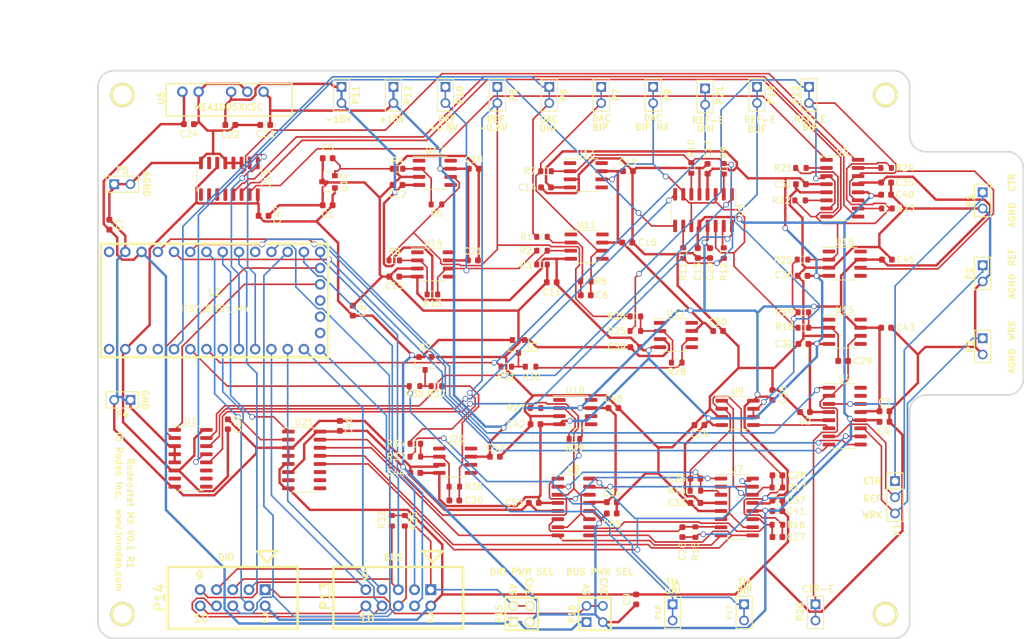
<source format=kicad_pcb>
(kicad_pcb (version 20171130) (host pcbnew 5.1.7-a382d34a8~87~ubuntu18.04.1)
  (layers (0 F.Cu signal) (31 B.Cu signal) (34 B.Paste user) (35 F.Paste user) (36 B.SilkS user) (37 F.SilkS user) (38 B.Mask user) (39 F.Mask user) (44 Edge.Cuts user))
  (net 0 "")
  (net 1 /3V3)
  (net 2 /5V)
  (net 3 /CS)
  (net 4 /CTR_ELECT)
  (net 5 /DAC_BIP)
  (net 6 /DAC_BIP_NX)
  (net 7 /DAC_GAIN_A0)
  (net 8 /DAC_GAIN_A1)
  (net 9 /DAC_UNI)
  (net 10 /GND)
  (net 11 /REF_0V6)
  (net 12 /REF_ELECT)
  (net 13 /REF_ELECT_BUF)
  (net 14 /REF_ELECT_UNI)
  (net 15 /SCK)
  (net 16 /SCL)
  (net 17 /SDA)
  (net 18 /TIA_OUT_BIP)
  (net 19 /TIA_OUT_UNI)
  (net 20 /VEXP)
  (net 21 /VUEXT)
  (net 22 /WRK_ELECT)
  (net 23 /-15V)
  (net 24 /+15V)
  (net 25 /REF_3V)
  (net 26 "Net-(C6-Pad2)")
  (net 27 "Net-(C25-Pad1)")
  (net 28 "Net-(C26-Pad1)")
  (net 29 "Net-(C27-Pad1)")
  (net 30 "Net-(C28-Pad1)")
  (net 31 "Net-(C29-Pad2)")
  (net 32 "Net-(C30-Pad1)")
  (net 33 "Net-(C30-Pad2)")
  (net 34 "Net-(D1-Pad3)")
  (net 35 "Net-(D2-Pad3)")
  (net 36 /WRK_ELECT_OUT)
  (net 37 /REF_ELECT_OUT)
  (net 38 /CTR_ELECT_OUT)
  (net 39 /REF_NEG_0V6)
  (net 40 /REF_ELECT_BIP)
  (net 41 "Net-(R2-Pad1)")
  (net 42 "Net-(R4-Pad1)")
  (net 43 "Net-(R10-Pad2)")
  (net 44 "Net-(R13-Pad2)")
  (net 45 "Net-(R9-Pad1)")
  (net 46 "Net-(R10-Pad1)")
  (net 47 "Net-(R11-Pad1)")
  (net 48 "Net-(R12-Pad1)")
  (net 49 "Net-(R20-Pad1)")
  (net 50 "Net-(R21-Pad1)")
  (net 51 "Net-(R22-Pad1)")
  (net 52 "Net-(R23-Pad1)")
  (net 53 "Net-(R24-Pad1)")
  (net 54 "Net-(R25-Pad1)")
  (net 55 "Net-(R27-Pad1)")
  (net 56 "Net-(R27-Pad2)")
  (net 57 "Net-(R28-Pad1)")
  (net 58 /SW_GAIN_1X)
  (net 59 /SW_GAIN_2X)
  (net 60 /SW_GAIN_5X)
  (net 61 /SW_GAIN_10X)
  (net 62 "Net-(U1-Pad11)")
  (net 63 "Net-(U1-Pad10)")
  (net 64 "Net-(U1-Pad9)")
  (net 65 "Net-(U1-Pad7)")
  (net 66 /REF_GAIN_A1)
  (net 67 /REF_GAIN_A0)
  (net 68 /SW_WRK_ELECT)
  (net 69 /SW_REF_ELECT)
  (net 70 /SW_CTR_ELECT)
  (net 71 /TIA_GAIN_A1)
  (net 72 /TIA_GAIN_A0)
  (net 73 "Net-(U4-Pad14)")
  (net 74 "Net-(U4-Pad15)")
  (net 75 "Net-(U4-Pad16)")
  (net 76 /SW_GAIN_INV_1X)
  (net 77 /SW_GAIN_INV_2X)
  (net 78 /SW_GAIN_INV_5X)
  (net 79 /SW_GAIN_INV_10X)
  (net 80 /SW_TIA_GAIN_4)
  (net 81 "Net-(U7-Pad10)")
  (net 82 /SW_TIA_GAIN_3)
  (net 83 /SW_TIA_GAIN_2)
  (net 84 /SW_TIA_GAIN_1)
  (net 85 "Net-(U11-Pad1)")
  (net 86 "Net-(U11-Pad5)")
  (net 87 "Net-(U11-Pad8)")
  (net 88 "Net-(U12-Pad8)")
  (net 89 "Net-(U12-Pad5)")
  (net 90 "Net-(U12-Pad1)")
  (net 91 "Net-(U13-Pad1)")
  (net 92 "Net-(U13-Pad5)")
  (net 93 "Net-(U13-Pad8)")
  (net 94 "Net-(U14-Pad1)")
  (net 95 "Net-(U14-Pad5)")
  (net 96 "Net-(U14-Pad8)")
  (net 97 "Net-(U15-Pad8)")
  (net 98 "Net-(U15-Pad5)")
  (net 99 "Net-(U15-Pad1)")
  (net 100 "Net-(U16-Pad8)")
  (net 101 "Net-(U16-Pad5)")
  (net 102 "Net-(U16-Pad1)")
  (net 103 "Net-(U17-Pad8)")
  (net 104 "Net-(U17-Pad5)")
  (net 105 "Net-(U17-Pad1)")
  (net 106 "Net-(U18-Pad1)")
  (net 107 "Net-(U18-Pad5)")
  (net 108 "Net-(U18-Pad8)")
  (net 109 "Net-(U19-Pad11)")
  (net 110 "Net-(U19-Pad10)")
  (net 111 "Net-(U19-Pad9)")
  (net 112 "Net-(U19-Pad7)")
  (net 113 "Net-(U20-Pad8)")
  (net 114 "Net-(U20-Pad5)")
  (net 115 "Net-(U20-Pad1)")
  (net 116 "Net-(U21-Pad11)")
  (net 117 "Net-(U21-Pad10)")
  (net 118 "Net-(U21-Pad9)")
  (net 119 "Net-(U21-Pad7)")
  (net 120 /PICO)
  (net 121 /POCI)
  (net 122 /RX_D0)
  (net 123 /TX_D1)
  (net 124 "Net-(U2-Pad1)")
  (net 125 "Net-(U2-Pad3)")
  (net 126 "Net-(U2-Pad4)")
  (net 127 "Net-(U2-Pad15)")
  (net 128 "Net-(U2-Pad16)")
  (net 129 "Net-(U2-Pad17)")
  (net 130 "Net-(U2-Pad33)")
  (net 131 /A3_D17)
  (net 132 /D7)
  (net 133 "Net-(U2-Pad24)")
  (module itsy_bitsy_m4:ITSY_BITSY_M4 (layer F.Cu) (at 69.05 86.8 90)
    (fp_text reference U2 (at 1.27 0) (layer F.SilkS) (effects (font (size 1.016 1.016) (thickness 0.2032))))
    (fp_text value ITSY_BITSY_M4 (at -1.27 0) (layer F.SilkS))
    (pad 33 thru_hole circle (at 7.62 -16.51 90) (size 1.651 1.651) (drill 1.016) (layers *.Cu *.Mask) (net 130 "Net-(U2-Pad33)"))
    (pad 32 thru_hole circle (at 7.62 -13.97 90) (size 1.651 1.651) (drill 1.016) (layers *.Cu *.Mask) (net 10 /GND))
    (pad 31 thru_hole circle (at 7.62 -11.43 90) (size 1.651 1.651) (drill 1.016) (layers *.Cu *.Mask) (net 2 /5V))
    (pad 30 thru_hole circle (at 7.62 -8.89 90) (size 1.651 1.651) (drill 1.016) (layers *.Cu *.Mask) (net 68 /SW_WRK_ELECT))
    (pad 29 thru_hole circle (at 7.62 -6.35 90) (size 1.651 1.651) (drill 1.016) (layers *.Cu *.Mask) (net 69 /SW_REF_ELECT))
    (pad 28 thru_hole circle (at 7.62 -3.81 90) (size 1.651 1.651) (drill 1.016) (layers *.Cu *.Mask) (net 70 /SW_CTR_ELECT))
    (pad 27 thru_hole circle (at 7.62 -1.27 90) (size 1.651 1.651) (drill 1.016) (layers *.Cu *.Mask) (net 71 /TIA_GAIN_A1))
    (pad 26 thru_hole circle (at 7.62 1.27 90) (size 1.651 1.651) (drill 1.016) (layers *.Cu *.Mask) (net 72 /TIA_GAIN_A0))
    (pad 25 thru_hole circle (at 7.62 3.81 90) (size 1.651 1.651) (drill 1.016) (layers *.Cu *.Mask) (net 132 /D7))
    (pad 24 thru_hole circle (at 7.62 6.35 90) (size 1.651 1.651) (drill 1.016) (layers *.Cu *.Mask) (net 133 "Net-(U2-Pad24)"))
    (pad 23 thru_hole circle (at 7.62 8.89 90) (size 1.651 1.651) (drill 1.016) (layers *.Cu *.Mask) (net 16 /SCL))
    (pad 22 thru_hole circle (at 7.62 11.43 90) (size 1.651 1.651) (drill 1.016) (layers *.Cu *.Mask) (net 17 /SDA))
    (pad 21 thru_hole circle (at 7.62 13.97 90) (size 1.651 1.651) (drill 1.016) (layers *.Cu *.Mask) (net 123 /TX_D1))
    (pad 20 thru_hole circle (at 7.62 16.51 90) (size 1.651 1.651) (drill 1.016) (layers *.Cu *.Mask) (net 122 /RX_D0))
    (pad 19 thru_hole circle (at 5.08 16.51 90) (size 1.651 1.651) (drill 1.016) (layers *.Cu *.Mask) (net 8 /DAC_GAIN_A1))
    (pad 18 thru_hole circle (at 2.54 16.51 90) (size 1.651 1.651) (drill 1.016) (layers *.Cu *.Mask) (net 7 /DAC_GAIN_A0))
    (pad 17 thru_hole circle (at 0 16.51 90) (size 1.651 1.651) (drill 1.016) (layers *.Cu *.Mask) (net 129 "Net-(U2-Pad17)"))
    (pad 16 thru_hole circle (at -2.54 16.51 90) (size 1.651 1.651) (drill 1.016) (layers *.Cu *.Mask) (net 128 "Net-(U2-Pad16)"))
    (pad 15 thru_hole circle (at -5.08 16.51 90) (size 1.651 1.651) (drill 1.016) (layers *.Cu *.Mask) (net 127 "Net-(U2-Pad15)"))
    (pad 14 thru_hole circle (at -7.62 16.51 90) (size 1.651 1.651) (drill 1.016) (layers *.Cu *.Mask) (net 3 /CS))
    (pad 13 thru_hole circle (at -7.62 13.97 90) (size 1.651 1.651) (drill 1.016) (layers *.Cu *.Mask) (net 121 /POCI))
    (pad 12 thru_hole circle (at -7.62 11.43 90) (size 1.651 1.651) (drill 1.016) (layers *.Cu *.Mask) (net 120 /PICO))
    (pad 11 thru_hole circle (at -7.62 8.89 90) (size 1.651 1.651) (drill 1.016) (layers *.Cu *.Mask) (net 15 /SCK))
    (pad 10 thru_hole circle (at -7.62 6.35 90) (size 1.651 1.651) (drill 1.016) (layers *.Cu *.Mask) (net 66 /REF_GAIN_A1))
    (pad 9 thru_hole circle (at -7.62 3.81 90) (size 1.651 1.651) (drill 1.016) (layers *.Cu *.Mask) (net 67 /REF_GAIN_A0))
    (pad 8 thru_hole circle (at -7.62 1.27 90) (size 1.651 1.651) (drill 1.016) (layers *.Cu *.Mask) (net 131 /A3_D17))
    (pad 7 thru_hole circle (at -7.62 -1.27 90) (size 1.651 1.651) (drill 1.016) (layers *.Cu *.Mask) (net 14 /REF_ELECT_UNI))
    (pad 6 thru_hole circle (at -7.62 -3.81 90) (size 1.651 1.651) (drill 1.016) (layers *.Cu *.Mask) (net 19 /TIA_OUT_UNI))
    (pad 5 thru_hole circle (at -7.62 -6.35 90) (size 1.651 1.651) (drill 1.016) (layers *.Cu *.Mask) (net 9 /DAC_UNI))
    (pad 4 thru_hole circle (at -7.62 -8.89 90) (size 1.651 1.651) (drill 1.016) (layers *.Cu *.Mask) (net 126 "Net-(U2-Pad4)"))
    (pad 3 thru_hole circle (at -7.62 -11.43 90) (size 1.651 1.651) (drill 1.016) (layers *.Cu *.Mask) (net 125 "Net-(U2-Pad3)"))
    (pad 2 thru_hole circle (at -7.62 -13.97 90) (size 1.651 1.651) (drill 1.016) (layers *.Cu *.Mask) (net 1 /3V3))
    (pad 1 thru_hole circle (at -7.62 -16.51 90) (size 1.651 1.651) (drill 1.016) (layers *.Cu *.Mask) (net 124 "Net-(U2-Pad1)"))
  )
  (module pin_array:PIN_ARRAY_2X1 (layer F.Cu) (at 54.61 68.58)
    (fp_text reference P5 (at 0 -2.159) (layer F.SilkS) (effects (font (size 1.016 1.016) (thickness 0.2032))))
    (fp_text value Conn_01x02 hide)
    (pad 1 thru_hole rect (at -1.27 0) (size 1.524 1.524) (drill 1.016) (layers *.Cu *.Mask) (net 10 /GND))
    (pad 2 thru_hole circle (at 1.27 0) (size 1.524 1.524) (drill 1.016) (layers *.Cu *.Mask) (net 10 /GND))
  )
  (module Capacitor_SMD:C_0603_1608Metric (layer F.Cu) (at 173.863 104.14)
    (fp_text reference C3 (at 0 -1.43) (layer F.SilkS))
    (fp_text value 0.1uF)
    (pad 2 smd roundrect (at 0.775 0) (size 0.9 0.95) (layers F.Cu F.Paste F.Mask) (net 10 /GND))
    (pad 1 smd roundrect (at -0.775 0) (size 0.9 0.95) (layers F.Cu F.Paste F.Mask) (net 24 /+15V))
  )
  (module Package_SO:SOIC-8_3.9x4.9mm_P1.27mm (layer F.Cu) (at 127.254 78.359)
    (fp_text reference U11 (at 0 -3.4) (layer F.SilkS))
    (fp_text value OP07)
    (pad 1 smd roundrect (at -2.475 -1.905) (size 1.95 0.6) (layers F.Cu F.Paste F.Mask) (net 85 "Net-(U11-Pad1)"))
    (pad 2 smd roundrect (at -2.475 -0.635) (size 1.95 0.6) (layers F.Cu F.Paste F.Mask) (net 26 "Net-(C6-Pad2)"))
    (pad 3 smd roundrect (at -2.475 0.635) (size 1.95 0.6) (layers F.Cu F.Paste F.Mask) (net 41 "Net-(R2-Pad1)"))
    (pad 4 smd roundrect (at -2.475 1.905) (size 1.95 0.6) (layers F.Cu F.Paste F.Mask) (net 23 /-15V))
    (pad 5 smd roundrect (at 2.475 1.905) (size 1.95 0.6) (layers F.Cu F.Paste F.Mask) (net 86 "Net-(U11-Pad5)"))
    (pad 6 smd roundrect (at 2.475 0.635) (size 1.95 0.6) (layers F.Cu F.Paste F.Mask) (net 5 /DAC_BIP))
    (pad 7 smd roundrect (at 2.475 -0.635) (size 1.95 0.6) (layers F.Cu F.Paste F.Mask) (net 24 /+15V))
    (pad 8 smd roundrect (at 2.475 -1.905) (size 1.95 0.6) (layers F.Cu F.Paste F.Mask) (net 87 "Net-(U11-Pad8)"))
  )
  (module pin_array:PIN_ARRAY_3X1 (layer F.Cu) (at 175.514 117.602 270)
    (fp_text reference K1 (at 5.08 -0.254 270) (layer F.SilkS) (effects (font (size 1.016 1.016) (thickness 0.2032))))
    (fp_text value Conn_01x03 hide)
    (pad 1 thru_hole rect (at -2.54 0 270) (size 1.524 1.524) (drill 1.016) (layers *.Cu *.Mask) (net 38 /CTR_ELECT_OUT))
    (pad 2 thru_hole circle (at 0 0 270) (size 1.524 1.524) (drill 1.016) (layers *.Cu *.Mask) (net 37 /REF_ELECT_OUT))
    (pad 3 thru_hole circle (at 2.54 0 270) (size 1.524 1.524) (drill 1.016) (layers *.Cu *.Mask) (net 36 /WRK_ELECT_OUT))
  )
  (module 5x2_shrd_header:5X2_SHRD_HEADER (layer F.Cu) (at 71.882 133.35 180)
    (fp_text reference P14 (at 11.43 0 270) (layer F.SilkS) (effects (font (size 1.524 1.524) (thickness 0.3048))))
    (fp_text value Conn_02x05_Odd_Even hide)
    (fp_text user 2 (at -5.10032 -3.2004 180) (layer F.SilkS) (effects (font (size 1.27 1.27) (thickness 0.254))))
    (fp_text user 9 (at 5.19938 3.50012 180) (layer F.SilkS) (effects (font (size 1.27 1.27) (thickness 0.254))))
    (fp_text user 10 (at 4.89966 -3.2004 180) (layer F.SilkS) (effects (font (size 1.27 1.27) (thickness 0.254))))
    (pad 10 thru_hole circle (at 5.08 -1.27 180) (size 1.7 1.7) (drill 1.016) (layers *.Cu *.Mask) (net 3 /CS))
    (pad 9 thru_hole circle (at 5.08 1.27 180) (size 1.7 1.7) (drill 1.016) (layers *.Cu *.Mask) (net 15 /SCK))
    (pad 8 thru_hole circle (at 2.54 -1.27 180) (size 1.7 1.7) (drill 1.016) (layers *.Cu *.Mask) (net 120 /PICO))
    (pad 7 thru_hole circle (at 2.54 1.27 180) (size 1.7 1.7) (drill 1.016) (layers *.Cu *.Mask) (net 121 /POCI))
    (pad 6 thru_hole circle (at 0 -1.27 180) (size 1.7 1.7) (drill 1.016) (layers *.Cu *.Mask) (net 17 /SDA))
    (pad 5 thru_hole circle (at 0 1.27 180) (size 1.7 1.7) (drill 1.016) (layers *.Cu *.Mask) (net 16 /SCL))
    (pad 4 thru_hole circle (at -2.54 -1.27 180) (size 1.7 1.7) (drill 1.016) (layers *.Cu *.Mask) (net 131 /A3_D17))
    (pad 3 thru_hole circle (at -2.54 1.27 180) (size 1.7 1.7) (drill 1.016) (layers *.Cu *.Mask) (net 132 /D7))
    (pad 2 thru_hole circle (at -5.08 -1.27 180) (size 1.7 1.7) (drill 1.016) (layers *.Cu *.Mask) (net 10 /GND))
    (pad 1 thru_hole rect (at -5.08 1.27 180) (size 1.7 1.7) (drill 1.016) (layers *.Cu *.Mask) (net 20 /VEXP))
  )
  (module 5x2_shrd_header:5X2_SHRD_HEADER (layer F.Cu) (at 97.79 133.35 180)
    (fp_text reference P13 (at 11.43 0.254 270) (layer F.SilkS) (effects (font (size 1.524 1.524) (thickness 0.3048))))
    (fp_text value Conn_02x05_Odd_Even hide)
    (fp_text user 2 (at -5.10032 -3.2004 180) (layer F.SilkS) (effects (font (size 1.27 1.27) (thickness 0.254))))
    (fp_text user 9 (at 5.19938 3.50012 180) (layer F.SilkS) (effects (font (size 1.27 1.27) (thickness 0.254))))
    (fp_text user 10 (at 4.89966 -3.2004 180) (layer F.SilkS) (effects (font (size 1.27 1.27) (thickness 0.254))))
    (pad 10 thru_hole circle (at 5.08 -1.27 180) (size 1.7 1.7) (drill 1.016) (layers *.Cu *.Mask) (net 3 /CS))
    (pad 9 thru_hole circle (at 5.08 1.27 180) (size 1.7 1.7) (drill 1.016) (layers *.Cu *.Mask) (net 15 /SCK))
    (pad 8 thru_hole circle (at 2.54 -1.27 180) (size 1.7 1.7) (drill 1.016) (layers *.Cu *.Mask) (net 120 /PICO))
    (pad 7 thru_hole circle (at 2.54 1.27 180) (size 1.7 1.7) (drill 1.016) (layers *.Cu *.Mask) (net 121 /POCI))
    (pad 6 thru_hole circle (at 0 -1.27 180) (size 1.7 1.7) (drill 1.016) (layers *.Cu *.Mask) (net 17 /SDA))
    (pad 5 thru_hole circle (at 0 1.27 180) (size 1.7 1.7) (drill 1.016) (layers *.Cu *.Mask) (net 16 /SCL))
    (pad 4 thru_hole circle (at -2.54 -1.27 180) (size 1.7 1.7) (drill 1.016) (layers *.Cu *.Mask) (net 122 /RX_D0))
    (pad 3 thru_hole circle (at -2.54 1.27 180) (size 1.7 1.7) (drill 1.016) (layers *.Cu *.Mask) (net 123 /TX_D1))
    (pad 2 thru_hole circle (at -5.08 -1.27 180) (size 1.7 1.7) (drill 1.016) (layers *.Cu *.Mask) (net 10 /GND))
    (pad 1 thru_hole rect (at -5.08 1.27 180) (size 1.7 1.7) (drill 1.016) (layers *.Cu *.Mask) (net 21 /VUEXT))
  )
  (module pin_array:PIN_ARRAY_2X1 (layer F.Cu) (at 129.54 54.61 270)
    (fp_text reference P7 (at 0 -2.286 270) (layer F.SilkS) (effects (font (size 1.016 1.016) (thickness 0.2032))))
    (fp_text value Conn_01x02 hide)
    (pad 1 thru_hole rect (at -1.27 0 270) (size 1.524 1.524) (drill 1.016) (layers *.Cu *.Mask) (net 5 /DAC_BIP))
    (pad 2 thru_hole circle (at 1.27 0 270) (size 1.524 1.524) (drill 1.016) (layers *.Cu *.Mask) (net 5 /DAC_BIP))
  )
  (module pin_array:PIN_ARRAY_2X1 (layer F.Cu) (at 137.668 54.61 270)
    (fp_text reference P9 (at 0 -2.286 270) (layer F.SilkS) (effects (font (size 1.016 1.016) (thickness 0.2032))))
    (fp_text value Conn_01x02 hide)
    (pad 1 thru_hole rect (at -1.27 0 270) (size 1.524 1.524) (drill 1.016) (layers *.Cu *.Mask) (net 6 /DAC_BIP_NX))
    (pad 2 thru_hole circle (at 1.27 0 270) (size 1.524 1.524) (drill 1.016) (layers *.Cu *.Mask) (net 6 /DAC_BIP_NX))
  )
  (module pin_array:PIN_ARRAY_2X1 (layer F.Cu) (at 163.068 135.636 270)
    (fp_text reference P20 (at -0.1016 2.3876 270) (layer F.SilkS) (effects (font (size 1.016 1.016) (thickness 0.2032))))
    (fp_text value Conn_01x02 hide)
    (pad 1 thru_hole rect (at -1.27 0 270) (size 1.524 1.524) (drill 1.016) (layers *.Cu *.Mask) (net 4 /CTR_ELECT))
    (pad 2 thru_hole circle (at 1.27 0 270) (size 1.524 1.524) (drill 1.016) (layers *.Cu *.Mask) (net 4 /CTR_ELECT))
  )
  (module pin_array:PIN_ARRAY_2X1 (layer F.Cu) (at 145.796 54.864 270)
    (fp_text reference P21 (at -0.254 -2.286 270) (layer F.SilkS) (effects (font (size 1.016 1.016) (thickness 0.2032))))
    (fp_text value Conn_01x02 hide)
    (pad 2 thru_hole circle (at 1.27 0 270) (size 1.524 1.524) (drill 1.016) (layers *.Cu *.Mask) (net 14 /REF_ELECT_UNI))
    (pad 1 thru_hole rect (at -1.27 0 270) (size 1.524 1.524) (drill 1.016) (layers *.Cu *.Mask) (net 14 /REF_ELECT_UNI))
  )
  (module pin_array:PIN_ARRAY_2X1 (layer F.Cu) (at 153.924 54.61 270)
    (fp_text reference P19 (at 0 -2.286 270) (layer F.SilkS) (effects (font (size 1.016 1.016) (thickness 0.2032))))
    (fp_text value Conn_01x02 hide)
    (pad 1 thru_hole rect (at -1.27 0 270) (size 1.524 1.524) (drill 1.016) (layers *.Cu *.Mask) (net 13 /REF_ELECT_BUF))
    (pad 2 thru_hole circle (at 1.27 0 270) (size 1.524 1.524) (drill 1.016) (layers *.Cu *.Mask) (net 13 /REF_ELECT_BUF))
  )
  (module pin_array:PIN_ARRAY_2X1 (layer F.Cu) (at 121.412 54.61 270)
    (fp_text reference P6 (at 0 -2.286 270) (layer F.SilkS) (effects (font (size 1.016 1.016) (thickness 0.2032))))
    (fp_text value Conn_01x02 hide)
    (pad 1 thru_hole rect (at -1.27 0 270) (size 1.524 1.524) (drill 1.016) (layers *.Cu *.Mask) (net 9 /DAC_UNI))
    (pad 2 thru_hole circle (at 1.27 0 270) (size 1.524 1.524) (drill 1.016) (layers *.Cu *.Mask) (net 9 /DAC_UNI))
  )
  (module pin_array:PIN_ARRAY_2X1 (layer F.Cu) (at 105.156 54.61 270)
    (fp_text reference P10 (at 0 -2.286 90) (layer F.SilkS) (effects (font (size 1.016 1.016) (thickness 0.2032))))
    (fp_text value Conn_01x02 hide)
    (pad 1 thru_hole rect (at -1.27 0 270) (size 1.524 1.524) (drill 1.016) (layers *.Cu *.Mask) (net 11 /REF_0V6))
    (pad 2 thru_hole circle (at 1.27 0 270) (size 1.524 1.524) (drill 1.016) (layers *.Cu *.Mask) (net 11 /REF_0V6))
  )
  (module pin_array:PIN_ARRAY_2X1 (layer F.Cu) (at 97.028 54.61 270)
    (fp_text reference P12 (at 0 -2.286 270) (layer F.SilkS) (effects (font (size 1.016 1.016) (thickness 0.2032))))
    (fp_text value Conn_01x02 hide)
    (pad 1 thru_hole rect (at -1.27 0 270) (size 1.524 1.524) (drill 1.016) (layers *.Cu *.Mask) (net 24 /+15V))
    (pad 2 thru_hole circle (at 1.27 0 270) (size 1.524 1.524) (drill 1.016) (layers *.Cu *.Mask) (net 24 /+15V))
  )
  (module pin_array:PIN_ARRAY_2X1 (layer F.Cu) (at 88.9 54.61 270)
    (fp_text reference P11 (at 0 -2.286 270) (layer F.SilkS) (effects (font (size 1.016 1.016) (thickness 0.2032))))
    (fp_text value Conn_01x02 hide)
    (pad 1 thru_hole rect (at -1.27 0 270) (size 1.524 1.524) (drill 1.016) (layers *.Cu *.Mask) (net 23 /-15V))
    (pad 2 thru_hole circle (at 1.27 0 270) (size 1.524 1.524) (drill 1.016) (layers *.Cu *.Mask) (net 23 /-15V))
  )
  (module pin_array:PIN_ARRAY_2X1 (layer F.Cu) (at 54.61 102.362 180)
    (fp_text reference P4 (at 0 -2.286 180) (layer F.SilkS) (effects (font (size 1.016 1.016) (thickness 0.2032))))
    (fp_text value Conn_01x02 hide)
    (pad 1 thru_hole rect (at -1.27 0 180) (size 1.524 1.524) (drill 1.016) (layers *.Cu *.Mask) (net 10 /GND))
    (pad 2 thru_hole circle (at 1.27 0 180) (size 1.524 1.524) (drill 1.016) (layers *.Cu *.Mask) (net 10 /GND))
  )
  (module pin_array:PIN_ARRAY_2X1 (layer F.Cu) (at 140.716 135.636 270)
    (fp_text reference P18 (at 0 2.286 270) (layer F.SilkS) (effects (font (size 0.762 0.762) (thickness 0.1524))))
    (fp_text value Conn_01x02 hide)
    (pad 1 thru_hole rect (at -1.27 0 270) (size 1.524 1.524) (drill 1.016) (layers *.Cu *.Mask) (net 19 /TIA_OUT_UNI))
    (pad 2 thru_hole circle (at 1.27 0 270) (size 1.524 1.524) (drill 1.016) (layers *.Cu *.Mask) (net 19 /TIA_OUT_UNI))
  )
  (module pin_array:PIN_ARRAY_2X1 (layer F.Cu) (at 151.892 135.636 270)
    (fp_text reference P17 (at 0 2.286 270) (layer F.SilkS) (effects (font (size 0.762 0.762) (thickness 0.1524))))
    (fp_text value Conn_01x02 hide)
    (pad 1 thru_hole rect (at -1.27 0 270) (size 1.524 1.524) (drill 1.016) (layers *.Cu *.Mask) (net 18 /TIA_OUT_BIP))
    (pad 2 thru_hole circle (at 1.27 0 270) (size 1.524 1.524) (drill 1.016) (layers *.Cu *.Mask) (net 18 /TIA_OUT_BIP))
  )
  (module pin_array:PIN_ARRAY_2X1 (layer F.Cu) (at 113.284 54.61 270)
    (fp_text reference P8 (at 0 -2.54 270) (layer F.SilkS) (effects (font (size 1.016 1.016) (thickness 0.2032))))
    (fp_text value Conn_01x02 hide)
    (pad 1 thru_hole rect (at -1.27 0 270) (size 1.524 1.524) (drill 1.016) (layers *.Cu *.Mask) (net 39 /REF_NEG_0V6))
    (pad 2 thru_hole circle (at 1.27 0 270) (size 1.524 1.524) (drill 1.016) (layers *.Cu *.Mask) (net 39 /REF_NEG_0V6))
  )
  (module pin_array:PIN_ARRAY_2X2 (layer F.Cu) (at 128.524 135.89)
    (fp_text reference P16 (at -3.556 0 90) (layer F.SilkS) (effects (font (size 1.016 1.016) (thickness 0.2032))))
    (fp_text value Conn_02x02_Odd_Even hide)
    (pad 1 thru_hole rect (at -1.27 1.27) (size 1.524 1.524) (drill 1.016) (layers *.Cu *.Mask) (net 2 /5V))
    (pad 2 thru_hole circle (at -1.27 -1.27) (size 1.524 1.524) (drill 1.016) (layers *.Cu *.Mask) (net 20 /VEXP))
    (pad 3 thru_hole circle (at 1.27 1.27) (size 1.524 1.524) (drill 1.016) (layers *.Cu *.Mask) (net 1 /3V3))
    (pad 4 thru_hole circle (at 1.27 -1.27) (size 1.524 1.524) (drill 1.016) (layers *.Cu *.Mask) (net 20 /VEXP))
  )
  (module pin_array:PIN_ARRAY_2X2 (layer F.Cu) (at 117.094 135.89)
    (fp_text reference P15 (at -3.556 0 90) (layer F.SilkS) (effects (font (size 1.016 1.016) (thickness 0.2032))))
    (fp_text value Conn_02x02_Odd_Even hide)
    (pad 1 thru_hole rect (at -1.27 1.27) (size 1.524 1.524) (drill 1.016) (layers *.Cu *.Mask F.SilkS) (net 2 /5V))
    (pad 2 thru_hole circle (at -1.27 -1.27) (size 1.524 1.524) (drill 1.016) (layers *.Cu *.Mask F.SilkS) (net 21 /VUEXT))
    (pad 3 thru_hole circle (at 1.27 1.27) (size 1.524 1.524) (drill 1.016) (layers *.Cu *.Mask F.SilkS) (net 1 /3V3))
    (pad 4 thru_hole circle (at 1.27 -1.27) (size 1.524 1.524) (drill 1.016) (layers *.Cu *.Mask F.SilkS) (net 21 /VUEXT))
  )
  (module 4-40 (layer F.Cu) (at 173.99 135.89)
    (fp_text reference H3 hide)
    (fp_text value VAL** hide)
    (pad "" thru_hole circle (at 0 0) (size 3.81 3.81) (drill 2.9464) (layers *.Cu *.Mask F.SilkS))
  )
  (module 4-40 (layer F.Cu) (at 54.61 135.89)
    (fp_text reference H4 hide)
    (fp_text value VAL** hide)
    (pad "" thru_hole circle (at 0 0) (size 3.81 3.81) (drill 2.9464) (layers *.Cu *.Mask F.SilkS))
  )
  (module 4-40 (layer F.Cu) (at 54.61 54.61)
    (fp_text reference H1 hide)
    (fp_text value VAL** hide)
    (pad "" thru_hole circle (at 0 0) (size 3.81 3.81) (drill 2.9464) (layers *.Cu *.Mask F.SilkS))
  )
  (module 4-40 (layer F.Cu) (at 173.99 54.61)
    (fp_text reference H2 hide)
    (fp_text value VAL** hide)
    (pad "" thru_hole circle (at 0 0) (size 3.81 3.81) (drill 2.9464) (layers *.Cu *.Mask F.SilkS))
  )
  (module Capacitor_SMD:C_0603_1608Metric (layer F.Cu) (at 86.741 71.882 180)
    (fp_text reference C1 (at 0 -1.43) (layer F.SilkS))
    (fp_text value 4.7uF)
    (pad 2 smd roundrect (at 0.775 0 180) (size 0.9 0.95) (layers F.Cu F.Paste F.Mask) (net 10 /GND))
    (pad 1 smd roundrect (at -0.775 0 180) (size 0.9 0.95) (layers F.Cu F.Paste F.Mask) (net 1 /3V3))
  )
  (module Capacitor_SMD:C_0603_1608Metric (layer F.Cu) (at 161.417 104.267 180)
    (fp_text reference C2 (at 0 -1.43) (layer F.SilkS))
    (fp_text value 0.1uF)
    (pad 1 smd roundrect (at -0.775 0 180) (size 0.9 0.95) (layers F.Cu F.Paste F.Mask) (net 23 /-15V))
    (pad 2 smd roundrect (at 0.775 0 180) (size 0.9 0.95) (layers F.Cu F.Paste F.Mask) (net 10 /GND))
  )
  (module Capacitor_SMD:C_0603_1608Metric (layer F.Cu) (at 173.863 105.791)
    (fp_text reference C4 (at -0.127 1.524) (layer F.SilkS))
    (fp_text value 0.1uF)
    (pad 2 smd roundrect (at 0.775 0) (size 0.9 0.95) (layers F.Cu F.Paste F.Mask) (net 10 /GND))
    (pad 1 smd roundrect (at -0.775 0) (size 0.9 0.95) (layers F.Cu F.Paste F.Mask) (net 1 /3V3))
  )
  (module Capacitor_SMD:C_0603_1608Metric (layer F.Cu) (at 86.741 64.516 180)
    (fp_text reference C5 (at 0 1.651) (layer F.SilkS))
    (fp_text value 4.7uF)
    (pad 1 smd roundrect (at -0.775 0 180) (size 0.9 0.95) (layers F.Cu F.Paste F.Mask) (net 25 /REF_3V))
    (pad 2 smd roundrect (at 0.775 0 180) (size 0.9 0.95) (layers F.Cu F.Paste F.Mask) (net 10 /GND))
  )
  (module Capacitor_SMD:C_0603_1608Metric (layer F.Cu) (at 127.127 85.979 180)
    (fp_text reference C6 (at -2.54 0) (layer F.SilkS))
    (fp_text value 3.3nF)
    (pad 2 smd roundrect (at 0.775 0 180) (size 0.9 0.95) (layers F.Cu F.Paste F.Mask) (net 26 "Net-(C6-Pad2)"))
    (pad 1 smd roundrect (at -0.775 0 180) (size 0.9 0.95) (layers F.Cu F.Paste F.Mask) (net 5 /DAC_BIP))
  )
  (module Capacitor_SMD:C_0603_1608Metric (layer F.Cu) (at 52.578 74.93 90)
    (fp_text reference C7 (at 0 1.651 90) (layer F.SilkS))
    (fp_text value 2.2uF)
    (pad 1 smd roundrect (at -0.775 0 90) (size 0.9 0.95) (layers F.Cu F.Paste F.Mask) (net 2 /5V))
    (pad 2 smd roundrect (at 0.775 0 90) (size 0.9 0.95) (layers F.Cu F.Paste F.Mask) (net 10 /GND))
  )
  (module Capacitor_SMD:C_0603_1608Metric (layer F.Cu) (at 90.678 88.392 90)
    (fp_text reference C8 (at 0 1.524 90) (layer F.SilkS))
    (fp_text value 2.2uF)
    (pad 2 smd roundrect (at 0.775 0 90) (size 0.9 0.95) (layers F.Cu F.Paste F.Mask) (net 10 /GND))
    (pad 1 smd roundrect (at -0.775 0 90) (size 0.9 0.95) (layers F.Cu F.Paste F.Mask) (net 1 /3V3))
  )
  (module Capacitor_SMD:C_0603_1608Metric (layer F.Cu) (at 135.001 133.604 90)
    (fp_text reference C9 (at 0 -1.43 90) (layer F.SilkS))
    (fp_text value 2.2uF)
    (pad 1 smd roundrect (at -0.775 0 90) (size 0.9 0.95) (layers F.Cu F.Paste F.Mask) (net 1 /3V3))
    (pad 2 smd roundrect (at 0.775 0 90) (size 0.9 0.95) (layers F.Cu F.Paste F.Mask) (net 10 /GND))
  )
  (module Capacitor_SMD:C_0603_1608Metric (layer F.Cu) (at 71.12 106.172 90)
    (fp_text reference C10 (at 0 1.524 90) (layer F.SilkS))
    (fp_text value 0.1uF)
    (pad 2 smd roundrect (at 0.775 0 90) (size 0.9 0.95) (layers F.Cu F.Paste F.Mask) (net 10 /GND))
    (pad 1 smd roundrect (at -0.775 0 90) (size 0.9 0.95) (layers F.Cu F.Paste F.Mask) (net 1 /3V3))
  )
  (module Capacitor_SMD:C_0603_1608Metric (layer F.Cu) (at 121.793 83.947 180)
    (fp_text reference C11 (at 0 -1.524) (layer F.SilkS))
    (fp_text value 0.1uF)
    (pad 1 smd roundrect (at -0.775 0 180) (size 0.9 0.95) (layers F.Cu F.Paste F.Mask) (net 23 /-15V))
    (pad 2 smd roundrect (at 0.775 0 180) (size 0.9 0.95) (layers F.Cu F.Paste F.Mask) (net 10 /GND))
  )
  (module Capacitor_SMD:C_0603_1608Metric (layer F.Cu) (at 97.663 68.707 180)
    (fp_text reference C12 (at 0 -1.43) (layer F.SilkS))
    (fp_text value 0.1uF)
    (pad 2 smd roundrect (at 0.775 0 180) (size 0.9 0.95) (layers F.Cu F.Paste F.Mask) (net 10 /GND))
    (pad 1 smd roundrect (at -0.775 0 180) (size 0.9 0.95) (layers F.Cu F.Paste F.Mask) (net 23 /-15V))
  )
  (module Capacitor_SMD:C_0603_1608Metric (layer F.Cu) (at 144.653 79.375 270)
    (fp_text reference C13 (at 2.921 0 90) (layer F.SilkS))
    (fp_text value 0.1uF)
    (pad 1 smd roundrect (at -0.775 0 270) (size 0.9 0.95) (layers F.Cu F.Paste F.Mask) (net 1 /3V3))
    (pad 2 smd roundrect (at 0.775 0 270) (size 0.9 0.95) (layers F.Cu F.Paste F.Mask) (net 10 /GND))
  )
  (module Capacitor_SMD:C_0603_1608Metric (layer F.Cu) (at 120.904 69.088 180)
    (fp_text reference C14 (at 2.921 0) (layer F.SilkS))
    (fp_text value 0.1uF)
    (pad 1 smd roundrect (at -0.775 0 180) (size 0.9 0.95) (layers F.Cu F.Paste F.Mask) (net 23 /-15V))
    (pad 2 smd roundrect (at 0.775 0 180) (size 0.9 0.95) (layers F.Cu F.Paste F.Mask) (net 10 /GND))
  )
  (module Capacitor_SMD:C_0603_1608Metric (layer F.Cu) (at 97.155 83.058 180)
    (fp_text reference C15 (at 0 -1.43) (layer F.SilkS))
    (fp_text value 0.1uF)
    (pad 1 smd roundrect (at -0.775 0 180) (size 0.9 0.95) (layers F.Cu F.Paste F.Mask) (net 23 /-15V))
    (pad 2 smd roundrect (at 0.775 0 180) (size 0.9 0.95) (layers F.Cu F.Paste F.Mask) (net 10 /GND))
  )
  (module Capacitor_SMD:C_0603_1608Metric (layer F.Cu) (at 133.604 77.724)
    (fp_text reference C16 (at 3.175 0) (layer F.SilkS))
    (fp_text value 0.1uF)
    (pad 2 smd roundrect (at 0.775 0) (size 0.9 0.95) (layers F.Cu F.Paste F.Mask) (net 10 /GND))
    (pad 1 smd roundrect (at -0.775 0) (size 0.9 0.95) (layers F.Cu F.Paste F.Mask) (net 24 /+15V))
  )
  (module Capacitor_SMD:C_0603_1608Metric (layer F.Cu) (at 146.177 66.167 90)
    (fp_text reference C17 (at 3.048 0 90) (layer F.SilkS))
    (fp_text value 0.1uF)
    (pad 2 smd roundrect (at 0.775 0 90) (size 0.9 0.95) (layers F.Cu F.Paste F.Mask) (net 10 /GND))
    (pad 1 smd roundrect (at -0.775 0 90) (size 0.9 0.95) (layers F.Cu F.Paste F.Mask) (net 23 /-15V))
  )
  (module Capacitor_SMD:C_0603_1608Metric (layer F.Cu) (at 109.601 66.167)
    (fp_text reference C18 (at 0 -1.43) (layer F.SilkS))
    (fp_text value 0.1uF)
    (pad 2 smd roundrect (at 0.775 0) (size 0.9 0.95) (layers F.Cu F.Paste F.Mask) (net 10 /GND))
    (pad 1 smd roundrect (at -0.775 0) (size 0.9 0.95) (layers F.Cu F.Paste F.Mask) (net 24 /+15V))
  )
  (module Capacitor_SMD:C_0603_1608Metric (layer F.Cu) (at 133.731 66.548)
    (fp_text reference C19 (at 0 -1.43) (layer F.SilkS))
    (fp_text value 0.1uF)
    (pad 2 smd roundrect (at 0.775 0) (size 0.9 0.95) (layers F.Cu F.Paste F.Mask) (net 10 /GND))
    (pad 1 smd roundrect (at -0.775 0) (size 0.9 0.95) (layers F.Cu F.Paste F.Mask) (net 24 /+15V))
  )
  (module Capacitor_SMD:C_0603_1608Metric (layer F.Cu) (at 146.558 79.375 270)
    (fp_text reference C20 (at 2.921 0 90) (layer F.SilkS))
    (fp_text value 0.1uF)
    (pad 1 smd roundrect (at -0.775 0 270) (size 0.9 0.95) (layers F.Cu F.Paste F.Mask) (net 24 /+15V))
    (pad 2 smd roundrect (at 0.775 0 270) (size 0.9 0.95) (layers F.Cu F.Paste F.Mask) (net 10 /GND))
  )
  (module Capacitor_SMD:C_0603_1608Metric (layer F.Cu) (at 109.474 80.518)
    (fp_text reference C21 (at 0 -1.43) (layer F.SilkS))
    (fp_text value 0.1uF)
    (pad 1 smd roundrect (at -0.775 0) (size 0.9 0.95) (layers F.Cu F.Paste F.Mask) (net 24 /+15V))
    (pad 2 smd roundrect (at 0.775 0) (size 0.9 0.95) (layers F.Cu F.Paste F.Mask) (net 10 /GND))
  )
  (module Capacitor_SMD:C_0603_1608Metric (layer F.Cu) (at 71.501 59.309)
    (fp_text reference C22 (at 0 1.524) (layer F.SilkS))
    (fp_text value 1uF)
    (pad 1 smd roundrect (at -0.775 0) (size 0.9 0.95) (layers F.Cu F.Paste F.Mask) (net 23 /-15V))
    (pad 2 smd roundrect (at 0.775 0) (size 0.9 0.95) (layers F.Cu F.Paste F.Mask) (net 10 /GND))
  )
  (module Capacitor_SMD:C_0603_1608Metric (layer F.Cu) (at 76.962 59.309 180)
    (fp_text reference C23 (at 0 -1.43) (layer F.SilkS))
    (fp_text value 1uF)
    (pad 2 smd roundrect (at 0.775 0 180) (size 0.9 0.95) (layers F.Cu F.Paste F.Mask) (net 10 /GND))
    (pad 1 smd roundrect (at -0.775 0 180) (size 0.9 0.95) (layers F.Cu F.Paste F.Mask) (net 24 /+15V))
  )
  (module Capacitor_SMD:C_0603_1608Metric (layer F.Cu) (at 65.024 59.182)
    (fp_text reference C24 (at 0 1.524) (layer F.SilkS))
    (fp_text value 0.1uF)
    (pad 2 smd roundrect (at 0.775 0) (size 0.9 0.95) (layers F.Cu F.Paste F.Mask) (net 10 /GND))
    (pad 1 smd roundrect (at -0.775 0) (size 0.9 0.95) (layers F.Cu F.Paste F.Mask) (net 2 /5V))
  )
  (module Capacitor_SMD:C_0603_1608Metric (layer F.Cu) (at 144.272 114.681 180)
    (fp_text reference C25 (at 2.921 0) (layer F.SilkS))
    (fp_text value 68nF)
    (pad 1 smd roundrect (at -0.775 0 180) (size 0.9 0.95) (layers F.Cu F.Paste F.Mask) (net 27 "Net-(C25-Pad1)"))
    (pad 2 smd roundrect (at 0.775 0 180) (size 0.9 0.95) (layers F.Cu F.Paste F.Mask) (net 22 /WRK_ELECT))
  )
  (module Capacitor_SMD:C_0603_1608Metric (layer F.Cu) (at 142.24 123.063 270)
    (fp_text reference C26 (at 3.048 0 90) (layer F.SilkS))
    (fp_text value 68nF)
    (pad 2 smd roundrect (at 0.775 0 270) (size 0.9 0.95) (layers F.Cu F.Paste F.Mask) (net 22 /WRK_ELECT))
    (pad 1 smd roundrect (at -0.775 0 270) (size 0.9 0.95) (layers F.Cu F.Paste F.Mask) (net 28 "Net-(C26-Pad1)"))
  )
  (module Capacitor_SMD:C_0603_1608Metric (layer F.Cu) (at 157.099 123.825)
    (fp_text reference C27 (at 2.921 0) (layer F.SilkS))
    (fp_text value 68nF)
    (pad 1 smd roundrect (at -0.775 0) (size 0.9 0.95) (layers F.Cu F.Paste F.Mask) (net 29 "Net-(C27-Pad1)"))
    (pad 2 smd roundrect (at 0.775 0) (size 0.9 0.95) (layers F.Cu F.Paste F.Mask) (net 22 /WRK_ELECT))
  )
  (module Capacitor_SMD:C_0603_1608Metric (layer F.Cu) (at 157.099 114.173)
    (fp_text reference C28 (at 3.048 0) (layer F.SilkS))
    (fp_text value 68nF)
    (pad 1 smd roundrect (at -0.775 0) (size 0.9 0.95) (layers F.Cu F.Paste F.Mask) (net 30 "Net-(C28-Pad1)"))
    (pad 2 smd roundrect (at 0.775 0) (size 0.9 0.95) (layers F.Cu F.Paste F.Mask) (net 22 /WRK_ELECT))
  )
  (module Capacitor_SMD:C_0603_1608Metric (layer F.Cu) (at 167.386 96.266 180)
    (fp_text reference C29 (at -3.048 0) (layer F.SilkS))
    (fp_text value 10nF)
    (pad 2 smd roundrect (at 0.775 0 180) (size 0.9 0.95) (layers F.Cu F.Paste F.Mask) (net 31 "Net-(C29-Pad2)"))
    (pad 1 smd roundrect (at -0.775 0 180) (size 0.9 0.95) (layers F.Cu F.Paste F.Mask) (net 4 /CTR_ELECT))
  )
  (module Capacitor_SMD:C_0603_1608Metric (layer F.Cu) (at 106.553 118.11 180)
    (fp_text reference C30 (at -3.048 0) (layer F.SilkS))
    (fp_text value 12nF)
    (pad 1 smd roundrect (at -0.775 0 180) (size 0.9 0.95) (layers F.Cu F.Paste F.Mask) (net 32 "Net-(C30-Pad1)"))
    (pad 2 smd roundrect (at 0.775 0 180) (size 0.9 0.95) (layers F.Cu F.Paste F.Mask) (net 33 "Net-(C30-Pad2)"))
  )
  (module Capacitor_SMD:C_0603_1608Metric (layer F.Cu) (at 160.782 68.58 180)
    (fp_text reference C31 (at 2.794 0) (layer F.SilkS))
    (fp_text value 0.1uF)
    (pad 2 smd roundrect (at 0.775 0 180) (size 0.9 0.95) (layers F.Cu F.Paste F.Mask) (net 10 /GND))
    (pad 1 smd roundrect (at -0.775 0 180) (size 0.9 0.95) (layers F.Cu F.Paste F.Mask) (net 23 /-15V))
  )
  (module Capacitor_SMD:C_0603_1608Metric (layer F.Cu) (at 161.163 93.599 180)
    (fp_text reference C32 (at 3.048 0) (layer F.SilkS))
    (fp_text value 0.1uF)
    (pad 2 smd roundrect (at 0.775 0 180) (size 0.9 0.95) (layers F.Cu F.Paste F.Mask) (net 10 /GND))
    (pad 1 smd roundrect (at -0.775 0 180) (size 0.9 0.95) (layers F.Cu F.Paste F.Mask) (net 23 /-15V))
  )
  (module Capacitor_SMD:C_0603_1608Metric (layer F.Cu) (at 144.272 118.491 180)
    (fp_text reference C33 (at 2.921 0) (layer F.SilkS))
    (fp_text value 0.1uF)
    (pad 1 smd roundrect (at -0.775 0 180) (size 0.9 0.95) (layers F.Cu F.Paste F.Mask) (net 23 /-15V))
    (pad 2 smd roundrect (at 0.775 0 180) (size 0.9 0.95) (layers F.Cu F.Paste F.Mask) (net 10 /GND))
  )
  (module Capacitor_SMD:C_0603_1608Metric (layer F.Cu) (at 144.907 106.299 180)
    (fp_text reference C34 (at 0 -1.43) (layer F.SilkS))
    (fp_text value 0.1uF)
    (pad 2 smd roundrect (at 0.775 0 180) (size 0.9 0.95) (layers F.Cu F.Paste F.Mask) (net 10 /GND))
    (pad 1 smd roundrect (at -0.775 0 180) (size 0.9 0.95) (layers F.Cu F.Paste F.Mask) (net 23 /-15V))
  )
  (module Capacitor_SMD:C_0603_1608Metric (layer F.Cu) (at 174.117 68.326)
    (fp_text reference C35 (at 2.921 0) (layer F.SilkS))
    (fp_text value 0.1uF)
    (pad 1 smd roundrect (at -0.775 0) (size 0.9 0.95) (layers F.Cu F.Paste F.Mask) (net 24 /+15V))
    (pad 2 smd roundrect (at 0.775 0) (size 0.9 0.95) (layers F.Cu F.Paste F.Mask) (net 10 /GND))
  )
  (module Capacitor_SMD:C_0603_1608Metric (layer F.Cu) (at 161.036 82.931 180)
    (fp_text reference C36 (at 2.921 0.127) (layer F.SilkS))
    (fp_text value 0.1uF)
    (pad 2 smd roundrect (at 0.775 0 180) (size 0.9 0.95) (layers F.Cu F.Paste F.Mask) (net 10 /GND))
    (pad 1 smd roundrect (at -0.775 0 180) (size 0.9 0.95) (layers F.Cu F.Paste F.Mask) (net 23 /-15V))
  )
  (module Capacitor_SMD:C_0603_1608Metric (layer F.Cu) (at 157.099 118.11)
    (fp_text reference C37 (at 2.921 0) (layer F.SilkS))
    (fp_text value 0.1uF)
    (pad 2 smd roundrect (at 0.775 0) (size 0.9 0.95) (layers F.Cu F.Paste F.Mask) (net 10 /GND))
    (pad 1 smd roundrect (at -0.775 0) (size 0.9 0.95) (layers F.Cu F.Paste F.Mask) (net 24 /+15V))
  )
  (module Capacitor_SMD:C_0603_1608Metric (layer F.Cu) (at 156.337 101.6 90)
    (fp_text reference C38 (at 0 1.651 90) (layer F.SilkS))
    (fp_text value 0.1uF)
    (pad 1 smd roundrect (at -0.775 0 90) (size 0.9 0.95) (layers F.Cu F.Paste F.Mask) (net 24 /+15V))
    (pad 2 smd roundrect (at 0.775 0 90) (size 0.9 0.95) (layers F.Cu F.Paste F.Mask) (net 10 /GND))
  )
  (module Capacitor_SMD:C_0603_1608Metric (layer F.Cu) (at 134.874 94.107 180)
    (fp_text reference C39 (at 2.921 0) (layer F.SilkS))
    (fp_text value 0.1uF)
    (pad 1 smd roundrect (at -0.775 0 180) (size 0.9 0.95) (layers F.Cu F.Paste F.Mask) (net 23 /-15V))
    (pad 2 smd roundrect (at 0.775 0 180) (size 0.9 0.95) (layers F.Cu F.Paste F.Mask) (net 10 /GND))
  )
  (module Capacitor_SMD:C_0603_1608Metric (layer F.Cu) (at 174.117 70.231)
    (fp_text reference C40 (at 2.921 0) (layer F.SilkS))
    (fp_text value 0.1uF)
    (pad 1 smd roundrect (at -0.775 0) (size 0.9 0.95) (layers F.Cu F.Paste F.Mask) (net 1 /3V3))
    (pad 2 smd roundrect (at 0.775 0) (size 0.9 0.95) (layers F.Cu F.Paste F.Mask) (net 10 /GND))
  )
  (module Capacitor_SMD:C_0603_1608Metric (layer F.Cu) (at 157.099 119.761)
    (fp_text reference C41 (at 2.921 0) (layer F.SilkS))
    (fp_text value 0.1uF)
    (pad 2 smd roundrect (at 0.775 0) (size 0.9 0.95) (layers F.Cu F.Paste F.Mask) (net 10 /GND))
    (pad 1 smd roundrect (at -0.775 0) (size 0.9 0.95) (layers F.Cu F.Paste F.Mask) (net 1 /3V3))
  )
  (module Capacitor_SMD:C_0603_1608Metric (layer F.Cu) (at 119.253 106.172 180)
    (fp_text reference C42 (at 3.048 0) (layer F.SilkS))
    (fp_text value 0.1uF)
    (pad 1 smd roundrect (at -0.775 0 180) (size 0.9 0.95) (layers F.Cu F.Paste F.Mask) (net 23 /-15V))
    (pad 2 smd roundrect (at 0.775 0 180) (size 0.9 0.95) (layers F.Cu F.Paste F.Mask) (net 10 /GND))
  )
  (module Capacitor_SMD:C_0603_1608Metric (layer F.Cu) (at 174.117 91.059)
    (fp_text reference C43 (at 3.048 0) (layer F.SilkS))
    (fp_text value 0.1uF)
    (pad 2 smd roundrect (at 0.775 0) (size 0.9 0.95) (layers F.Cu F.Paste F.Mask) (net 10 /GND))
    (pad 1 smd roundrect (at -0.775 0) (size 0.9 0.95) (layers F.Cu F.Paste F.Mask) (net 24 /+15V))
  )
  (module Capacitor_SMD:C_0603_1608Metric (layer F.Cu) (at 100.457 113.792 180)
    (fp_text reference C44 (at 3.048 0) (layer F.SilkS))
    (fp_text value 0.1uF)
    (pad 2 smd roundrect (at 0.775 0 180) (size 0.9 0.95) (layers F.Cu F.Paste F.Mask) (net 10 /GND))
    (pad 1 smd roundrect (at -0.775 0 180) (size 0.9 0.95) (layers F.Cu F.Paste F.Mask) (net 23 /-15V))
  )
  (module Capacitor_SMD:C_0603_1608Metric (layer F.Cu) (at 174.244 80.391)
    (fp_text reference C45 (at 2.921 0) (layer F.SilkS))
    (fp_text value 0.1uF)
    (pad 1 smd roundrect (at -0.775 0) (size 0.9 0.95) (layers F.Cu F.Paste F.Mask) (net 24 /+15V))
    (pad 2 smd roundrect (at 0.775 0) (size 0.9 0.95) (layers F.Cu F.Paste F.Mask) (net 10 /GND))
  )
  (module Capacitor_SMD:C_0603_1608Metric (layer F.Cu) (at 88.646 106.426 90)
    (fp_text reference C46 (at 0 1.397 90) (layer F.SilkS))
    (fp_text value 0.1uF)
    (pad 1 smd roundrect (at -0.775 0 90) (size 0.9 0.95) (layers F.Cu F.Paste F.Mask) (net 1 /3V3))
    (pad 2 smd roundrect (at 0.775 0 90) (size 0.9 0.95) (layers F.Cu F.Paste F.Mask) (net 10 /GND))
  )
  (module Capacitor_SMD:C_0603_1608Metric (layer F.Cu) (at 76.708 73.533)
    (fp_text reference C47 (at 2.159 -0.127 270) (layer F.SilkS))
    (fp_text value 0.1uF)
    (pad 1 smd roundrect (at -0.775 0) (size 0.9 0.95) (layers F.Cu F.Paste F.Mask) (net 1 /3V3))
    (pad 2 smd roundrect (at 0.775 0) (size 0.9 0.95) (layers F.Cu F.Paste F.Mask) (net 10 /GND))
  )
  (module Capacitor_SMD:C_0603_1608Metric (layer F.Cu) (at 131.445 103.632)
    (fp_text reference C48 (at 0 -1.43) (layer F.SilkS))
    (fp_text value 0.1uF)
    (pad 1 smd roundrect (at -0.775 0) (size 0.9 0.95) (layers F.Cu F.Paste F.Mask) (net 24 /+15V))
    (pad 2 smd roundrect (at 0.775 0) (size 0.9 0.95) (layers F.Cu F.Paste F.Mask) (net 10 /GND))
  )
  (module Capacitor_SMD:C_0603_1608Metric (layer F.Cu) (at 147.828 91.567)
    (fp_text reference C50 (at 0 -1.397) (layer F.SilkS))
    (fp_text value 0.1uF)
    (pad 1 smd roundrect (at -0.775 0) (size 0.9 0.95) (layers F.Cu F.Paste F.Mask) (net 24 /+15V))
    (pad 2 smd roundrect (at 0.775 0) (size 0.9 0.95) (layers F.Cu F.Paste F.Mask) (net 10 /GND))
  )
  (module Capacitor_SMD:C_0603_1608Metric (layer F.Cu) (at 112.903 111.252)
    (fp_text reference C52 (at 0 -1.397) (layer F.SilkS))
    (fp_text value 0.1uF)
    (pad 2 smd roundrect (at 0.775 0) (size 0.9 0.95) (layers F.Cu F.Paste F.Mask) (net 10 /GND))
    (pad 1 smd roundrect (at -0.775 0) (size 0.9 0.95) (layers F.Cu F.Paste F.Mask) (net 24 /+15V))
  )
  (module Package_TO_SOT_SMD:SOT-23 (layer F.Cu) (at 116.586 93.98 270)
    (fp_text reference D1 (at 0 -2.5 90) (layer F.SilkS))
    (fp_text value BAS07-04)
    (pad 1 smd rect (at -1 -0.95 270) (size 0.9 0.8) (layers F.Cu F.Paste F.Mask) (net 10 /GND))
    (pad 2 smd rect (at -1 0.95 270) (size 0.9 0.8) (layers F.Cu F.Paste F.Mask) (net 1 /3V3))
    (pad 3 smd rect (at 1 0 270) (size 0.9 0.8) (layers F.Cu F.Paste F.Mask) (net 34 "Net-(D1-Pad3)"))
  )
  (module Package_TO_SOT_SMD:SOT-23 (layer F.Cu) (at 101.981 96.647 270)
    (fp_text reference D2 (at -2.54 0) (layer F.SilkS))
    (fp_text value BAS07-04)
    (pad 1 smd rect (at -1 -0.95 270) (size 0.9 0.8) (layers F.Cu F.Paste F.Mask) (net 10 /GND))
    (pad 2 smd rect (at -1 0.95 270) (size 0.9 0.8) (layers F.Cu F.Paste F.Mask) (net 1 /3V3))
    (pad 3 smd rect (at 1 0 270) (size 0.9 0.8) (layers F.Cu F.Paste F.Mask) (net 35 "Net-(D2-Pad3)"))
  )
  (module pin_array:PIN_ARRAY_2X1 (layer F.Cu) (at 162.052 54.61 270)
    (fp_text reference P22 (at 0 2.032 90) (layer F.SilkS) (effects (font (size 1.016 1.016) (thickness 0.2032))))
    (fp_text value Conn_01x02 hide)
    (pad 1 thru_hole rect (at -1.27 0 270) (size 1.524 1.524) (drill 1.016) (layers *.Cu *.Mask) (net 40 /REF_ELECT_BIP))
    (pad 2 thru_hole circle (at 1.27 0 270) (size 1.524 1.524) (drill 1.016) (layers *.Cu *.Mask) (net 40 /REF_ELECT_BIP))
  )
  (module Resistor_SMD:R_0603_1608Metric (layer F.Cu) (at 120.269 76.835 180)
    (fp_text reference R1 (at 2.413 0) (layer F.SilkS))
    (fp_text value 12k)
    (pad 2 smd roundrect (at 0.825 0 180) (size 0.8 0.95) (layers F.Cu F.Paste F.Mask) (net 9 /DAC_UNI))
    (pad 1 smd roundrect (at -0.825 0 180) (size 0.8 0.95) (layers F.Cu F.Paste F.Mask) (net 26 "Net-(C6-Pad2)"))
  )
  (module Resistor_SMD:R_0603_1608Metric (layer F.Cu) (at 120.269 78.994 180)
    (fp_text reference R2 (at 2.54 0) (layer F.SilkS))
    (fp_text value 12k)
    (pad 2 smd roundrect (at 0.825 0 180) (size 0.8 0.95) (layers F.Cu F.Paste F.Mask) (net 11 /REF_0V6))
    (pad 1 smd roundrect (at -0.825 0 180) (size 0.8 0.95) (layers F.Cu F.Paste F.Mask) (net 41 "Net-(R2-Pad1)"))
  )
  (module Resistor_SMD:R_0603_1608Metric (layer F.Cu) (at 120.269 81.153)
    (fp_text reference R3 (at -2.54 0.127) (layer F.SilkS))
    (fp_text value 20k)
    (pad 1 smd roundrect (at -0.825 0) (size 0.8 0.95) (layers F.Cu F.Paste F.Mask) (net 41 "Net-(R2-Pad1)"))
    (pad 2 smd roundrect (at 0.825 0) (size 0.8 0.95) (layers F.Cu F.Paste F.Mask) (net 10 /GND))
  )
  (module Resistor_SMD:R_0603_1608Metric (layer F.Cu) (at 97.663 66.167 180)
    (fp_text reference R4 (at 0 1.27) (layer F.SilkS))
    (fp_text value 100k)
    (pad 2 smd roundrect (at 0.825 0 180) (size 0.8 0.95) (layers F.Cu F.Paste F.Mask) (net 25 /REF_3V))
    (pad 1 smd roundrect (at -0.825 0 180) (size 0.8 0.95) (layers F.Cu F.Paste F.Mask) (net 42 "Net-(R4-Pad1)"))
  )
  (module Resistor_SMD:R_0603_1608Metric (layer F.Cu) (at 127.127 83.82 180)
    (fp_text reference R5 (at -2.413 0) (layer F.SilkS))
    (fp_text value 20k)
    (pad 1 smd roundrect (at -0.825 0 180) (size 0.8 0.95) (layers F.Cu F.Paste F.Mask) (net 5 /DAC_BIP))
    (pad 2 smd roundrect (at 0.825 0 180) (size 0.8 0.95) (layers F.Cu F.Paste F.Mask) (net 26 "Net-(C6-Pad2)"))
  )
  (module Resistor_SMD:R_0603_1608Metric (layer F.Cu) (at 103.759 71.755 180)
    (fp_text reference R6 (at 0 -1.43) (layer F.SilkS))
    (fp_text value 20k)
    (pad 1 smd roundrect (at -0.825 0 180) (size 0.8 0.95) (layers F.Cu F.Paste F.Mask) (net 39 /REF_NEG_0V6))
    (pad 2 smd roundrect (at 0.825 0 180) (size 0.8 0.95) (layers F.Cu F.Paste F.Mask) (net 42 "Net-(R4-Pad1)"))
  )
  (module Resistor_SMD:R_0603_1608Metric (layer F.Cu) (at 120.904 66.548 180)
    (fp_text reference R7 (at 2.54 0) (layer F.SilkS))
    (fp_text value 10k)
    (pad 1 smd roundrect (at -0.825 0 180) (size 0.8 0.95) (layers F.Cu F.Paste F.Mask) (net 43 "Net-(R10-Pad2)"))
    (pad 2 smd roundrect (at 0.825 0 180) (size 0.8 0.95) (layers F.Cu F.Paste F.Mask) (net 5 /DAC_BIP))
  )
  (module Resistor_SMD:R_0603_1608Metric (layer F.Cu) (at 97.155 80.518 180)
    (fp_text reference R8 (at 0 1.397) (layer F.SilkS))
    (fp_text value 20k)
    (pad 2 smd roundrect (at 0.825 0 180) (size 0.8 0.95) (layers F.Cu F.Paste F.Mask) (net 39 /REF_NEG_0V6))
    (pad 1 smd roundrect (at -0.825 0 180) (size 0.8 0.95) (layers F.Cu F.Paste F.Mask) (net 44 "Net-(R13-Pad2)"))
  )
  (module Resistor_SMD:R_0603_1608Metric (layer F.Cu) (at 148.717 66.167 90)
    (fp_text reference R9 (at 2.54 0 90) (layer F.SilkS))
    (fp_text value 10k)
    (pad 2 smd roundrect (at 0.825 0 90) (size 0.8 0.95) (layers F.Cu F.Paste F.Mask) (net 43 "Net-(R10-Pad2)"))
    (pad 1 smd roundrect (at -0.825 0 90) (size 0.8 0.95) (layers F.Cu F.Paste F.Mask) (net 45 "Net-(R9-Pad1)"))
  )
  (module Resistor_SMD:R_0603_1608Metric (layer F.Cu) (at 143.637 66.04 90)
    (fp_text reference R10 (at 3.048 0 90) (layer F.SilkS))
    (fp_text value 20k)
    (pad 1 smd roundrect (at -0.825 0 90) (size 0.8 0.95) (layers F.Cu F.Paste F.Mask) (net 46 "Net-(R10-Pad1)"))
    (pad 2 smd roundrect (at 0.825 0 90) (size 0.8 0.95) (layers F.Cu F.Paste F.Mask) (net 43 "Net-(R10-Pad2)"))
  )
  (module Resistor_SMD:R_0603_1608Metric (layer F.Cu) (at 142.367 79.375 270)
    (fp_text reference R11 (at 2.921 0 90) (layer F.SilkS))
    (fp_text value 50k)
    (pad 2 smd roundrect (at 0.825 0 270) (size 0.8 0.95) (layers F.Cu F.Paste F.Mask) (net 43 "Net-(R10-Pad2)"))
    (pad 1 smd roundrect (at -0.825 0 270) (size 0.8 0.95) (layers F.Cu F.Paste F.Mask) (net 47 "Net-(R11-Pad1)"))
  )
  (module Resistor_SMD:R_0603_1608Metric (layer F.Cu) (at 148.717 79.375 270)
    (fp_text reference R12 (at 2.921 0 90) (layer F.SilkS))
    (fp_text value 100k)
    (pad 1 smd roundrect (at -0.825 0 270) (size 0.8 0.95) (layers F.Cu F.Paste F.Mask) (net 48 "Net-(R12-Pad1)"))
    (pad 2 smd roundrect (at 0.825 0 270) (size 0.8 0.95) (layers F.Cu F.Paste F.Mask) (net 43 "Net-(R10-Pad2)"))
  )
  (module Resistor_SMD:R_0603_1608Metric (layer F.Cu) (at 103.124 85.852 180)
    (fp_text reference R13 (at 0 -1.43) (layer F.SilkS))
    (fp_text value 20k)
    (pad 2 smd roundrect (at 0.825 0 180) (size 0.8 0.95) (layers F.Cu F.Paste F.Mask) (net 44 "Net-(R13-Pad2)"))
    (pad 1 smd roundrect (at -0.825 0 180) (size 0.8 0.95) (layers F.Cu F.Paste F.Mask) (net 11 /REF_0V6))
  )
  (module Resistor_SMD:R_0603_1608Metric (layer F.Cu) (at 144.272 116.586 180)
    (fp_text reference R14 (at 2.921 0) (layer F.SilkS))
    (fp_text value 300k)
    (pad 2 smd roundrect (at 0.825 0 180) (size 0.8 0.95) (layers F.Cu F.Paste F.Mask) (net 22 /WRK_ELECT))
    (pad 1 smd roundrect (at -0.825 0 180) (size 0.8 0.95) (layers F.Cu F.Paste F.Mask) (net 27 "Net-(C25-Pad1)"))
  )
  (module Resistor_SMD:R_0603_1608Metric (layer F.Cu) (at 144.272 123.063 270)
    (fp_text reference R15 (at 3.048 0 90) (layer F.SilkS))
    (fp_text value 30k)
    (pad 2 smd roundrect (at 0.825 0 270) (size 0.8 0.95) (layers F.Cu F.Paste F.Mask) (net 22 /WRK_ELECT))
    (pad 1 smd roundrect (at -0.825 0 270) (size 0.8 0.95) (layers F.Cu F.Paste F.Mask) (net 28 "Net-(C26-Pad1)"))
  )
  (module Resistor_SMD:R_0603_1608Metric (layer F.Cu) (at 157.099 121.92)
    (fp_text reference R16 (at 2.921 0) (layer F.SilkS))
    (fp_text value 3k)
    (pad 1 smd roundrect (at -0.825 0) (size 0.8 0.95) (layers F.Cu F.Paste F.Mask) (net 29 "Net-(C27-Pad1)"))
    (pad 2 smd roundrect (at 0.825 0) (size 0.8 0.95) (layers F.Cu F.Paste F.Mask) (net 22 /WRK_ELECT))
  )
  (module Resistor_SMD:R_0603_1608Metric (layer F.Cu) (at 157.099 116.078)
    (fp_text reference R17 (at 3.048 0) (layer F.SilkS))
    (fp_text value 300)
    (pad 2 smd roundrect (at 0.825 0) (size 0.8 0.95) (layers F.Cu F.Paste F.Mask) (net 22 /WRK_ELECT))
    (pad 1 smd roundrect (at -0.825 0) (size 0.8 0.95) (layers F.Cu F.Paste F.Mask) (net 30 "Net-(C28-Pad1)"))
  )
  (module Resistor_SMD:R_0603_1608Metric (layer F.Cu) (at 161.163 91.059 180)
    (fp_text reference R18 (at 2.921 0.127) (layer F.SilkS))
    (fp_text value 10k)
    (pad 2 smd roundrect (at 0.825 0 180) (size 0.8 0.95) (layers F.Cu F.Paste F.Mask) (net 6 /DAC_BIP_NX))
    (pad 1 smd roundrect (at -0.825 0 180) (size 0.8 0.95) (layers F.Cu F.Paste F.Mask) (net 31 "Net-(C29-Pad2)"))
  )
  (module Resistor_SMD:R_0603_1608Metric (layer F.Cu) (at 161.163 88.646)
    (fp_text reference R19 (at -2.921 0) (layer F.SilkS))
    (fp_text value 10k)
    (pad 1 smd roundrect (at -0.825 0) (size 0.8 0.95) (layers F.Cu F.Paste F.Mask) (net 13 /REF_ELECT_BUF))
    (pad 2 smd roundrect (at 0.825 0) (size 0.8 0.95) (layers F.Cu F.Paste F.Mask) (net 31 "Net-(C29-Pad2)"))
  )
  (module Resistor_SMD:R_0603_1608Metric (layer F.Cu) (at 161.036 80.391 180)
    (fp_text reference R20 (at 3.048 -0.127) (layer F.SilkS))
    (fp_text value 100k)
    (pad 1 smd roundrect (at -0.825 0 180) (size 0.8 0.95) (layers F.Cu F.Paste F.Mask) (net 49 "Net-(R20-Pad1)"))
    (pad 2 smd roundrect (at 0.825 0 180) (size 0.8 0.95) (layers F.Cu F.Paste F.Mask) (net 13 /REF_ELECT_BUF))
  )
  (module Resistor_SMD:R_0603_1608Metric (layer F.Cu) (at 160.782 66.04 180)
    (fp_text reference R21 (at 2.794 0) (layer F.SilkS))
    (fp_text value 100k)
    (pad 2 smd roundrect (at 0.825 0 180) (size 0.8 0.95) (layers F.Cu F.Paste F.Mask) (net 49 "Net-(R20-Pad1)"))
    (pad 1 smd roundrect (at -0.825 0 180) (size 0.8 0.95) (layers F.Cu F.Paste F.Mask) (net 50 "Net-(R21-Pad1)"))
  )
  (module Resistor_SMD:R_0603_1608Metric (layer F.Cu) (at 160.655 71.12 180)
    (fp_text reference R22 (at 2.921 0) (layer F.SilkS))
    (fp_text value 50k)
    (pad 2 smd roundrect (at 0.825 0 180) (size 0.8 0.95) (layers F.Cu F.Paste F.Mask) (net 49 "Net-(R20-Pad1)"))
    (pad 1 smd roundrect (at -0.825 0 180) (size 0.8 0.95) (layers F.Cu F.Paste F.Mask) (net 51 "Net-(R22-Pad1)"))
  )
  (module Resistor_SMD:R_0603_1608Metric (layer F.Cu) (at 174.244 72.39)
    (fp_text reference R23 (at 2.921 0) (layer F.SilkS))
    (fp_text value 20k)
    (pad 1 smd roundrect (at -0.825 0) (size 0.8 0.95) (layers F.Cu F.Paste F.Mask) (net 52 "Net-(R23-Pad1)"))
    (pad 2 smd roundrect (at 0.825 0) (size 0.8 0.95) (layers F.Cu F.Paste F.Mask) (net 49 "Net-(R20-Pad1)"))
  )
  (module Resistor_SMD:R_0603_1608Metric (layer F.Cu) (at 174.117 66.04)
    (fp_text reference R24 (at 2.921 0) (layer F.SilkS))
    (fp_text value 10k)
    (pad 2 smd roundrect (at 0.825 0) (size 0.8 0.95) (layers F.Cu F.Paste F.Mask) (net 49 "Net-(R20-Pad1)"))
    (pad 1 smd roundrect (at -0.825 0) (size 0.8 0.95) (layers F.Cu F.Paste F.Mask) (net 53 "Net-(R24-Pad1)"))
  )
  (module Resistor_SMD:R_0603_1608Metric (layer F.Cu) (at 134.874 91.567 180)
    (fp_text reference R25 (at 2.921 0) (layer F.SilkS))
    (fp_text value 20k)
    (pad 1 smd roundrect (at -0.825 0 180) (size 0.8 0.95) (layers F.Cu F.Paste F.Mask) (net 54 "Net-(R25-Pad1)"))
    (pad 2 smd roundrect (at 0.825 0 180) (size 0.8 0.95) (layers F.Cu F.Paste F.Mask) (net 40 /REF_ELECT_BIP))
  )
  (module Resistor_SMD:R_0603_1608Metric (layer F.Cu) (at 134.874 89.281 180)
    (fp_text reference R26 (at 2.921 0) (layer F.SilkS))
    (fp_text value 12k)
    (pad 1 smd roundrect (at -0.825 0 180) (size 0.8 0.95) (layers F.Cu F.Paste F.Mask) (net 54 "Net-(R25-Pad1)"))
    (pad 2 smd roundrect (at 0.825 0 180) (size 0.8 0.95) (layers F.Cu F.Paste F.Mask) (net 39 /REF_NEG_0V6))
  )
  (module Resistor_SMD:R_0603_1608Metric (layer F.Cu) (at 119.253 103.632 180)
    (fp_text reference R27 (at 3.048 0) (layer F.SilkS))
    (fp_text value 10k)
    (pad 1 smd roundrect (at -0.825 0 180) (size 0.8 0.95) (layers F.Cu F.Paste F.Mask) (net 55 "Net-(R27-Pad1)"))
    (pad 2 smd roundrect (at 0.825 0 180) (size 0.8 0.95) (layers F.Cu F.Paste F.Mask) (net 56 "Net-(R27-Pad2)"))
  )
  (module Resistor_SMD:R_0603_1608Metric (layer F.Cu) (at 141.351 96.52 180)
    (fp_text reference R28 (at 0 -1.43) (layer F.SilkS))
    (fp_text value 12k)
    (pad 2 smd roundrect (at 0.825 0 180) (size 0.8 0.95) (layers F.Cu F.Paste F.Mask) (net 54 "Net-(R25-Pad1)"))
    (pad 1 smd roundrect (at -0.825 0 180) (size 0.8 0.95) (layers F.Cu F.Paste F.Mask) (net 57 "Net-(R28-Pad1)"))
  )
  (module Resistor_SMD:R_0603_1608Metric (layer F.Cu) (at 125.349 108.458 180)
    (fp_text reference R29 (at 0 -1.43) (layer F.SilkS))
    (fp_text value 20k)
    (pad 2 smd roundrect (at 0.825 0 180) (size 0.8 0.95) (layers F.Cu F.Paste F.Mask) (net 55 "Net-(R27-Pad1)"))
    (pad 1 smd roundrect (at -0.825 0 180) (size 0.8 0.95) (layers F.Cu F.Paste F.Mask) (net 18 /TIA_OUT_BIP))
  )
  (module Resistor_SMD:R_0603_1608Metric (layer F.Cu) (at 118.491 97.155)
    (fp_text reference R30 (at 0.127 1.651) (layer F.SilkS))
    (fp_text value 1k)
    (pad 1 smd roundrect (at -0.825 0) (size 0.8 0.95) (layers F.Cu F.Paste F.Mask) (net 34 "Net-(D1-Pad3)"))
    (pad 2 smd roundrect (at 0.825 0) (size 0.8 0.95) (layers F.Cu F.Paste F.Mask) (net 57 "Net-(R28-Pad1)"))
  )
  (module Resistor_SMD:R_0603_1608Metric (layer F.Cu) (at 114.681 97.155)
    (fp_text reference R31 (at 0 1.524) (layer F.SilkS))
    (fp_text value 100)
    (pad 1 smd roundrect (at -0.825 0) (size 0.8 0.95) (layers F.Cu F.Paste F.Mask) (net 14 /REF_ELECT_UNI))
    (pad 2 smd roundrect (at 0.825 0) (size 0.8 0.95) (layers F.Cu F.Paste F.Mask) (net 34 "Net-(D1-Pad3)"))
  )
  (module Resistor_SMD:R_0603_1608Metric (layer F.Cu) (at 96.774 121.285 270)
    (fp_text reference R32 (at -0.127 1.524 90) (layer F.SilkS))
    (fp_text value 4.7k)
    (pad 1 smd roundrect (at -0.825 0 270) (size 0.8 0.95) (layers F.Cu F.Paste F.Mask) (net 21 /VUEXT))
    (pad 2 smd roundrect (at 0.825 0 270) (size 0.8 0.95) (layers F.Cu F.Paste F.Mask) (net 16 /SCL))
  )
  (module Resistor_SMD:R_0603_1608Metric (layer F.Cu) (at 100.457 111.252 180)
    (fp_text reference R33 (at 3.048 0) (layer F.SilkS))
    (fp_text value 12k)
    (pad 2 smd roundrect (at 0.825 0 180) (size 0.8 0.95) (layers F.Cu F.Paste F.Mask) (net 18 /TIA_OUT_BIP))
    (pad 1 smd roundrect (at -0.825 0 180) (size 0.8 0.95) (layers F.Cu F.Paste F.Mask) (net 33 "Net-(C30-Pad2)"))
  )
  (module Resistor_SMD:R_0603_1608Metric (layer F.Cu) (at 100.457 109.22 180)
    (fp_text reference R34 (at 3.048 0) (layer F.SilkS))
    (fp_text value 12k)
    (pad 1 smd roundrect (at -0.825 0 180) (size 0.8 0.95) (layers F.Cu F.Paste F.Mask) (net 33 "Net-(C30-Pad2)"))
    (pad 2 smd roundrect (at 0.825 0 180) (size 0.8 0.95) (layers F.Cu F.Paste F.Mask) (net 39 /REF_NEG_0V6))
  )
  (module Resistor_SMD:R_0603_1608Metric (layer F.Cu) (at 98.806 121.285 270)
    (fp_text reference R35 (at 0 -1.43 90) (layer F.SilkS))
    (fp_text value 4.7k)
    (pad 1 smd roundrect (at -0.825 0 270) (size 0.8 0.95) (layers F.Cu F.Paste F.Mask) (net 21 /VUEXT))
    (pad 2 smd roundrect (at 0.825 0 270) (size 0.8 0.95) (layers F.Cu F.Paste F.Mask) (net 17 /SDA))
  )
  (module Resistor_SMD:R_0603_1608Metric (layer F.Cu) (at 106.553 115.951 180)
    (fp_text reference R36 (at -3.048 0) (layer F.SilkS))
    (fp_text value 12k)
    (pad 2 smd roundrect (at 0.825 0 180) (size 0.8 0.95) (layers F.Cu F.Paste F.Mask) (net 33 "Net-(C30-Pad2)"))
    (pad 1 smd roundrect (at -0.825 0 180) (size 0.8 0.95) (layers F.Cu F.Paste F.Mask) (net 32 "Net-(C30-Pad1)"))
  )
  (module Resistor_SMD:R_0603_1608Metric (layer F.Cu) (at 103.759 100.203)
    (fp_text reference R37 (at 0 1.27) (layer F.SilkS))
    (fp_text value 1k)
    (pad 1 smd roundrect (at -0.825 0) (size 0.8 0.95) (layers F.Cu F.Paste F.Mask) (net 35 "Net-(D2-Pad3)"))
    (pad 2 smd roundrect (at 0.825 0) (size 0.8 0.95) (layers F.Cu F.Paste F.Mask) (net 32 "Net-(C30-Pad1)"))
  )
  (module Resistor_SMD:R_0603_1608Metric (layer F.Cu) (at 100.33 100.203)
    (fp_text reference R38 (at 0 1.27) (layer F.SilkS))
    (fp_text value 100)
    (pad 2 smd roundrect (at 0.825 0) (size 0.8 0.95) (layers F.Cu F.Paste F.Mask) (net 35 "Net-(D2-Pad3)"))
    (pad 1 smd roundrect (at -0.825 0) (size 0.8 0.95) (layers F.Cu F.Paste F.Mask) (net 19 /TIA_OUT_UNI))
  )
  (module Package_SO:SOIC-16_3.9x9.9mm_P1.27mm (layer F.Cu) (at 65.278 111.506)
    (fp_text reference U1 (at 0 -5.9) (layer F.SilkS))
    (fp_text value 74HC138)
    (pad 16 smd roundrect (at 2.475 -4.445) (size 1.95 0.6) (layers F.Cu F.Paste F.Mask) (net 1 /3V3))
    (pad 15 smd roundrect (at 2.475 -3.175) (size 1.95 0.6) (layers F.Cu F.Paste F.Mask) (net 58 /SW_GAIN_1X))
    (pad 14 smd roundrect (at 2.475 -1.905) (size 1.95 0.6) (layers F.Cu F.Paste F.Mask) (net 59 /SW_GAIN_2X))
    (pad 13 smd roundrect (at 2.475 -0.635) (size 1.95 0.6) (layers F.Cu F.Paste F.Mask) (net 60 /SW_GAIN_5X))
    (pad 12 smd roundrect (at 2.475 0.635) (size 1.95 0.6) (layers F.Cu F.Paste F.Mask) (net 61 /SW_GAIN_10X))
    (pad 11 smd roundrect (at 2.475 1.905) (size 1.95 0.6) (layers F.Cu F.Paste F.Mask) (net 62 "Net-(U1-Pad11)"))
    (pad 10 smd roundrect (at 2.475 3.175) (size 1.95 0.6) (layers F.Cu F.Paste F.Mask) (net 63 "Net-(U1-Pad10)"))
    (pad 9 smd roundrect (at 2.475 4.445) (size 1.95 0.6) (layers F.Cu F.Paste F.Mask) (net 64 "Net-(U1-Pad9)"))
    (pad 8 smd roundrect (at -2.475 4.445) (size 1.95 0.6) (layers F.Cu F.Paste F.Mask) (net 10 /GND))
    (pad 7 smd roundrect (at -2.475 3.175) (size 1.95 0.6) (layers F.Cu F.Paste F.Mask) (net 65 "Net-(U1-Pad7)"))
    (pad 6 smd roundrect (at -2.475 1.905) (size 1.95 0.6) (layers F.Cu F.Paste F.Mask) (net 1 /3V3))
    (pad 5 smd roundrect (at -2.475 0.635) (size 1.95 0.6) (layers F.Cu F.Paste F.Mask) (net 10 /GND))
    (pad 4 smd roundrect (at -2.475 -0.635) (size 1.95 0.6) (layers F.Cu F.Paste F.Mask) (net 10 /GND))
    (pad 3 smd roundrect (at -2.475 -1.905) (size 1.95 0.6) (layers F.Cu F.Paste F.Mask) (net 10 /GND))
    (pad 2 smd roundrect (at -2.475 -3.175) (size 1.95 0.6) (layers F.Cu F.Paste F.Mask) (net 8 /DAC_GAIN_A1))
    (pad 1 smd roundrect (at -2.475 -4.445) (size 1.95 0.6) (layers F.Cu F.Paste F.Mask) (net 7 /DAC_GAIN_A0))
  )
  (module Package_SO:SOIC-16_3.9x9.9mm_P1.27mm (layer F.Cu) (at 145.542 72.644 270)
    (fp_text reference U3 (at 0 -5.9 90) (layer F.SilkS))
    (fp_text value DG411xY)
    (pad 1 smd roundrect (at -2.475 -4.445 270) (size 1.95 0.6) (layers F.Cu F.Paste F.Mask) (net 58 /SW_GAIN_1X))
    (pad 2 smd roundrect (at -2.475 -3.175 270) (size 1.95 0.6) (layers F.Cu F.Paste F.Mask) (net 45 "Net-(R9-Pad1)"))
    (pad 3 smd roundrect (at -2.475 -1.905 270) (size 1.95 0.6) (layers F.Cu F.Paste F.Mask) (net 6 /DAC_BIP_NX))
    (pad 4 smd roundrect (at -2.475 -0.635 270) (size 1.95 0.6) (layers F.Cu F.Paste F.Mask) (net 23 /-15V))
    (pad 5 smd roundrect (at -2.475 0.635 270) (size 1.95 0.6) (layers F.Cu F.Paste F.Mask) (net 10 /GND))
    (pad 6 smd roundrect (at -2.475 1.905 270) (size 1.95 0.6) (layers F.Cu F.Paste F.Mask) (net 46 "Net-(R10-Pad1)"))
    (pad 7 smd roundrect (at -2.475 3.175 270) (size 1.95 0.6) (layers F.Cu F.Paste F.Mask) (net 6 /DAC_BIP_NX))
    (pad 8 smd roundrect (at -2.475 4.445 270) (size 1.95 0.6) (layers F.Cu F.Paste F.Mask) (net 59 /SW_GAIN_2X))
    (pad 9 smd roundrect (at 2.475 4.445 270) (size 1.95 0.6) (layers F.Cu F.Paste F.Mask) (net 60 /SW_GAIN_5X))
    (pad 10 smd roundrect (at 2.475 3.175 270) (size 1.95 0.6) (layers F.Cu F.Paste F.Mask) (net 47 "Net-(R11-Pad1)"))
    (pad 11 smd roundrect (at 2.475 1.905 270) (size 1.95 0.6) (layers F.Cu F.Paste F.Mask) (net 6 /DAC_BIP_NX))
    (pad 12 smd roundrect (at 2.475 0.635 270) (size 1.95 0.6) (layers F.Cu F.Paste F.Mask) (net 1 /3V3))
    (pad 13 smd roundrect (at 2.475 -0.635 270) (size 1.95 0.6) (layers F.Cu F.Paste F.Mask) (net 24 /+15V))
    (pad 14 smd roundrect (at 2.475 -1.905 270) (size 1.95 0.6) (layers F.Cu F.Paste F.Mask) (net 6 /DAC_BIP_NX))
    (pad 15 smd roundrect (at 2.475 -3.175 270) (size 1.95 0.6) (layers F.Cu F.Paste F.Mask) (net 48 "Net-(R12-Pad1)"))
    (pad 16 smd roundrect (at 2.475 -4.445 270) (size 1.95 0.6) (layers F.Cu F.Paste F.Mask) (net 61 /SW_GAIN_10X))
  )
  (module Package_SO:SOIC-16_3.9x9.9mm_P1.27mm (layer F.Cu) (at 167.64 104.902)
    (fp_text reference U4 (at 0 -5.9) (layer F.SilkS))
    (fp_text value DG411xY)
    (pad 1 smd roundrect (at -2.475 -4.445) (size 1.95 0.6) (layers F.Cu F.Paste F.Mask) (net 70 /SW_CTR_ELECT))
    (pad 2 smd roundrect (at -2.475 -3.175) (size 1.95 0.6) (layers F.Cu F.Paste F.Mask) (net 4 /CTR_ELECT))
    (pad 3 smd roundrect (at -2.475 -1.905) (size 1.95 0.6) (layers F.Cu F.Paste F.Mask) (net 38 /CTR_ELECT_OUT))
    (pad 4 smd roundrect (at -2.475 -0.635) (size 1.95 0.6) (layers F.Cu F.Paste F.Mask) (net 23 /-15V))
    (pad 5 smd roundrect (at -2.475 0.635) (size 1.95 0.6) (layers F.Cu F.Paste F.Mask) (net 10 /GND))
    (pad 6 smd roundrect (at -2.475 1.905) (size 1.95 0.6) (layers F.Cu F.Paste F.Mask) (net 12 /REF_ELECT))
    (pad 7 smd roundrect (at -2.475 3.175) (size 1.95 0.6) (layers F.Cu F.Paste F.Mask) (net 37 /REF_ELECT_OUT))
    (pad 8 smd roundrect (at -2.475 4.445) (size 1.95 0.6) (layers F.Cu F.Paste F.Mask) (net 69 /SW_REF_ELECT))
    (pad 9 smd roundrect (at 2.475 4.445) (size 1.95 0.6) (layers F.Cu F.Paste F.Mask) (net 68 /SW_WRK_ELECT))
    (pad 10 smd roundrect (at 2.475 3.175) (size 1.95 0.6) (layers F.Cu F.Paste F.Mask) (net 22 /WRK_ELECT))
    (pad 11 smd roundrect (at 2.475 1.905) (size 1.95 0.6) (layers F.Cu F.Paste F.Mask) (net 36 /WRK_ELECT_OUT))
    (pad 12 smd roundrect (at 2.475 0.635) (size 1.95 0.6) (layers F.Cu F.Paste F.Mask) (net 1 /3V3))
    (pad 13 smd roundrect (at 2.475 -0.635) (size 1.95 0.6) (layers F.Cu F.Paste F.Mask) (net 24 /+15V))
    (pad 14 smd roundrect (at 2.475 -1.905) (size 1.95 0.6) (layers F.Cu F.Paste F.Mask) (net 73 "Net-(U4-Pad14)"))
    (pad 15 smd roundrect (at 2.475 -3.175) (size 1.95 0.6) (layers F.Cu F.Paste F.Mask) (net 74 "Net-(U4-Pad15)"))
    (pad 16 smd roundrect (at 2.475 -4.445) (size 1.95 0.6) (layers F.Cu F.Paste F.Mask) (net 75 "Net-(U4-Pad16)"))
  )
  (module Package_SO:SOIC-16_3.9x9.9mm_P1.27mm (layer F.Cu) (at 167.259 69.215)
    (fp_text reference U5 (at 0 -5.9) (layer F.SilkS))
    (fp_text value DG411xY)
    (pad 1 smd roundrect (at -2.475 -4.445) (size 1.95 0.6) (layers F.Cu F.Paste F.Mask) (net 76 /SW_GAIN_INV_1X))
    (pad 2 smd roundrect (at -2.475 -3.175) (size 1.95 0.6) (layers F.Cu F.Paste F.Mask) (net 50 "Net-(R21-Pad1)"))
    (pad 3 smd roundrect (at -2.475 -1.905) (size 1.95 0.6) (layers F.Cu F.Paste F.Mask) (net 40 /REF_ELECT_BIP))
    (pad 4 smd roundrect (at -2.475 -0.635) (size 1.95 0.6) (layers F.Cu F.Paste F.Mask) (net 23 /-15V))
    (pad 5 smd roundrect (at -2.475 0.635) (size 1.95 0.6) (layers F.Cu F.Paste F.Mask) (net 10 /GND))
    (pad 6 smd roundrect (at -2.475 1.905) (size 1.95 0.6) (layers F.Cu F.Paste F.Mask) (net 51 "Net-(R22-Pad1)"))
    (pad 7 smd roundrect (at -2.475 3.175) (size 1.95 0.6) (layers F.Cu F.Paste F.Mask) (net 40 /REF_ELECT_BIP))
    (pad 8 smd roundrect (at -2.475 4.445) (size 1.95 0.6) (layers F.Cu F.Paste F.Mask) (net 77 /SW_GAIN_INV_2X))
    (pad 9 smd roundrect (at 2.475 4.445) (size 1.95 0.6) (layers F.Cu F.Paste F.Mask) (net 78 /SW_GAIN_INV_5X))
    (pad 10 smd roundrect (at 2.475 3.175) (size 1.95 0.6) (layers F.Cu F.Paste F.Mask) (net 52 "Net-(R23-Pad1)"))
    (pad 11 smd roundrect (at 2.475 1.905) (size 1.95 0.6) (layers F.Cu F.Paste F.Mask) (net 40 /REF_ELECT_BIP))
    (pad 12 smd roundrect (at 2.475 0.635) (size 1.95 0.6) (layers F.Cu F.Paste F.Mask) (net 1 /3V3))
    (pad 13 smd roundrect (at 2.475 -0.635) (size 1.95 0.6) (layers F.Cu F.Paste F.Mask) (net 24 /+15V))
    (pad 14 smd roundrect (at 2.475 -1.905) (size 1.95 0.6) (layers F.Cu F.Paste F.Mask) (net 40 /REF_ELECT_BIP))
    (pad 15 smd roundrect (at 2.475 -3.175) (size 1.95 0.6) (layers F.Cu F.Paste F.Mask) (net 53 "Net-(R24-Pad1)"))
    (pad 16 smd roundrect (at 2.475 -4.445) (size 1.95 0.6) (layers F.Cu F.Paste F.Mask) (net 79 /SW_GAIN_INV_10X))
  )
  (module Package_SO:SOIC-16_3.9x9.9mm_P1.27mm (layer F.Cu) (at 150.749 119.126)
    (fp_text reference U7 (at 0 -5.9) (layer F.SilkS))
    (fp_text value DG411xY)
    (pad 16 smd roundrect (at 2.475 -4.445) (size 1.95 0.6) (layers F.Cu F.Paste F.Mask) (net 80 /SW_TIA_GAIN_4))
    (pad 15 smd roundrect (at 2.475 -3.175) (size 1.95 0.6) (layers F.Cu F.Paste F.Mask) (net 81 "Net-(U7-Pad10)"))
    (pad 14 smd roundrect (at 2.475 -1.905) (size 1.95 0.6) (layers F.Cu F.Paste F.Mask) (net 30 "Net-(C28-Pad1)"))
    (pad 13 smd roundrect (at 2.475 -0.635) (size 1.95 0.6) (layers F.Cu F.Paste F.Mask) (net 24 /+15V))
    (pad 12 smd roundrect (at 2.475 0.635) (size 1.95 0.6) (layers F.Cu F.Paste F.Mask) (net 1 /3V3))
    (pad 11 smd roundrect (at 2.475 1.905) (size 1.95 0.6) (layers F.Cu F.Paste F.Mask) (net 29 "Net-(C27-Pad1)"))
    (pad 10 smd roundrect (at 2.475 3.175) (size 1.95 0.6) (layers F.Cu F.Paste F.Mask) (net 81 "Net-(U7-Pad10)"))
    (pad 9 smd roundrect (at 2.475 4.445) (size 1.95 0.6) (layers F.Cu F.Paste F.Mask) (net 82 /SW_TIA_GAIN_3))
    (pad 8 smd roundrect (at -2.475 4.445) (size 1.95 0.6) (layers F.Cu F.Paste F.Mask) (net 83 /SW_TIA_GAIN_2))
    (pad 7 smd roundrect (at -2.475 3.175) (size 1.95 0.6) (layers F.Cu F.Paste F.Mask) (net 28 "Net-(C26-Pad1)"))
    (pad 6 smd roundrect (at -2.475 1.905) (size 1.95 0.6) (layers F.Cu F.Paste F.Mask) (net 81 "Net-(U7-Pad10)"))
    (pad 5 smd roundrect (at -2.475 0.635) (size 1.95 0.6) (layers F.Cu F.Paste F.Mask) (net 10 /GND))
    (pad 4 smd roundrect (at -2.475 -0.635) (size 1.95 0.6) (layers F.Cu F.Paste F.Mask) (net 23 /-15V))
    (pad 3 smd roundrect (at -2.475 -1.905) (size 1.95 0.6) (layers F.Cu F.Paste F.Mask) (net 27 "Net-(C25-Pad1)"))
    (pad 2 smd roundrect (at -2.475 -3.175) (size 1.95 0.6) (layers F.Cu F.Paste F.Mask) (net 81 "Net-(U7-Pad10)"))
    (pad 1 smd roundrect (at -2.475 -4.445) (size 1.95 0.6) (layers F.Cu F.Paste F.Mask) (net 84 /SW_TIA_GAIN_1))
  )
  (module Package_SO:SOIC-16_3.9x9.9mm_P1.27mm (layer F.Cu) (at 125.222 119.126)
    (fp_text reference U8 (at 0 -5.9) (layer F.SilkS))
    (fp_text value DG411xY)
    (pad 1 smd roundrect (at -2.475 -4.445) (size 1.95 0.6) (layers F.Cu F.Paste F.Mask) (net 84 /SW_TIA_GAIN_1))
    (pad 2 smd roundrect (at -2.475 -3.175) (size 1.95 0.6) (layers F.Cu F.Paste F.Mask) (net 27 "Net-(C25-Pad1)"))
    (pad 3 smd roundrect (at -2.475 -1.905) (size 1.95 0.6) (layers F.Cu F.Paste F.Mask) (net 56 "Net-(R27-Pad2)"))
    (pad 4 smd roundrect (at -2.475 -0.635) (size 1.95 0.6) (layers F.Cu F.Paste F.Mask) (net 23 /-15V))
    (pad 5 smd roundrect (at -2.475 0.635) (size 1.95 0.6) (layers F.Cu F.Paste F.Mask) (net 10 /GND))
    (pad 6 smd roundrect (at -2.475 1.905) (size 1.95 0.6) (layers F.Cu F.Paste F.Mask) (net 28 "Net-(C26-Pad1)"))
    (pad 7 smd roundrect (at -2.475 3.175) (size 1.95 0.6) (layers F.Cu F.Paste F.Mask) (net 56 "Net-(R27-Pad2)"))
    (pad 8 smd roundrect (at -2.475 4.445) (size 1.95 0.6) (layers F.Cu F.Paste F.Mask) (net 83 /SW_TIA_GAIN_2))
    (pad 9 smd roundrect (at 2.475 4.445) (size 1.95 0.6) (layers F.Cu F.Paste F.Mask) (net 82 /SW_TIA_GAIN_3))
    (pad 10 smd roundrect (at 2.475 3.175) (size 1.95 0.6) (layers F.Cu F.Paste F.Mask) (net 29 "Net-(C27-Pad1)"))
    (pad 11 smd roundrect (at 2.475 1.905) (size 1.95 0.6) (layers F.Cu F.Paste F.Mask) (net 56 "Net-(R27-Pad2)"))
    (pad 12 smd roundrect (at 2.475 0.635) (size 1.95 0.6) (layers F.Cu F.Paste F.Mask) (net 1 /3V3))
    (pad 13 smd roundrect (at 2.475 -0.635) (size 1.95 0.6) (layers F.Cu F.Paste F.Mask) (net 24 /+15V))
    (pad 14 smd roundrect (at 2.475 -1.905) (size 1.95 0.6) (layers F.Cu F.Paste F.Mask) (net 56 "Net-(R27-Pad2)"))
    (pad 15 smd roundrect (at 2.475 -3.175) (size 1.95 0.6) (layers F.Cu F.Paste F.Mask) (net 30 "Net-(C28-Pad1)"))
    (pad 16 smd roundrect (at 2.475 -4.445) (size 1.95 0.6) (layers F.Cu F.Paste F.Mask) (net 80 /SW_TIA_GAIN_4))
  )
  (module Package_SO:SOIC-8_3.9x4.9mm_P1.27mm (layer F.Cu) (at 150.876 104.394)
    (fp_text reference U9 (at 0 -3.4) (layer F.SilkS))
    (fp_text value TL072)
    (pad 1 smd roundrect (at -2.475 -1.905) (size 1.95 0.6) (layers F.Cu F.Paste F.Mask) (net 81 "Net-(U7-Pad10)"))
    (pad 2 smd roundrect (at -2.475 -0.635) (size 1.95 0.6) (layers F.Cu F.Paste F.Mask) (net 22 /WRK_ELECT))
    (pad 3 smd roundrect (at -2.475 0.635) (size 1.95 0.6) (layers F.Cu F.Paste F.Mask) (net 10 /GND))
    (pad 4 smd roundrect (at -2.475 1.905) (size 1.95 0.6) (layers F.Cu F.Paste F.Mask) (net 23 /-15V))
    (pad 5 smd roundrect (at 2.475 1.905) (size 1.95 0.6) (layers F.Cu F.Paste F.Mask) (net 12 /REF_ELECT))
    (pad 6 smd roundrect (at 2.475 0.635) (size 1.95 0.6) (layers F.Cu F.Paste F.Mask) (net 13 /REF_ELECT_BUF))
    (pad 7 smd roundrect (at 2.475 -0.635) (size 1.95 0.6) (layers F.Cu F.Paste F.Mask) (net 13 /REF_ELECT_BUF))
    (pad 8 smd roundrect (at 2.475 -1.905) (size 1.95 0.6) (layers F.Cu F.Paste F.Mask) (net 24 /+15V))
  )
  (module Package_TO_SOT_SMD:SOT-23 (layer F.Cu) (at 86.868 68.199 180)
    (fp_text reference U10 (at -2.413 -0.127 90) (layer F.SilkS))
    (fp_text value REF33XX)
    (pad 3 smd rect (at 1 0 180) (size 0.9 0.8) (layers F.Cu F.Paste F.Mask) (net 10 /GND))
    (pad 2 smd rect (at -1 0.95 180) (size 0.9 0.8) (layers F.Cu F.Paste F.Mask) (net 25 /REF_3V))
    (pad 1 smd rect (at -1 -0.95 180) (size 0.9 0.8) (layers F.Cu F.Paste F.Mask) (net 1 /3V3))
  )
  (module Package_SO:SOIC-8_3.9x4.9mm_P1.27mm (layer F.Cu) (at 103.505 66.802)
    (fp_text reference U12 (at 0 -3.4) (layer F.SilkS))
    (fp_text value OP07)
    (pad 8 smd roundrect (at 2.475 -1.905) (size 1.95 0.6) (layers F.Cu F.Paste F.Mask) (net 88 "Net-(U12-Pad8)"))
    (pad 7 smd roundrect (at 2.475 -0.635) (size 1.95 0.6) (layers F.Cu F.Paste F.Mask) (net 24 /+15V))
    (pad 6 smd roundrect (at 2.475 0.635) (size 1.95 0.6) (layers F.Cu F.Paste F.Mask) (net 39 /REF_NEG_0V6))
    (pad 5 smd roundrect (at 2.475 1.905) (size 1.95 0.6) (layers F.Cu F.Paste F.Mask) (net 89 "Net-(U12-Pad5)"))
    (pad 4 smd roundrect (at -2.475 1.905) (size 1.95 0.6) (layers F.Cu F.Paste F.Mask) (net 23 /-15V))
    (pad 3 smd roundrect (at -2.475 0.635) (size 1.95 0.6) (layers F.Cu F.Paste F.Mask) (net 10 /GND))
    (pad 2 smd roundrect (at -2.475 -0.635) (size 1.95 0.6) (layers F.Cu F.Paste F.Mask) (net 42 "Net-(R4-Pad1)"))
    (pad 1 smd roundrect (at -2.475 -1.905) (size 1.95 0.6) (layers F.Cu F.Paste F.Mask) (net 90 "Net-(U12-Pad1)"))
  )
  (module Package_SO:SOIC-8_3.9x4.9mm_P1.27mm (layer F.Cu) (at 127.127 67.183)
    (fp_text reference U13 (at 0 -3.4) (layer F.SilkS))
    (fp_text value OP07)
    (pad 1 smd roundrect (at -2.475 -1.905) (size 1.95 0.6) (layers F.Cu F.Paste F.Mask) (net 91 "Net-(U13-Pad1)"))
    (pad 2 smd roundrect (at -2.475 -0.635) (size 1.95 0.6) (layers F.Cu F.Paste F.Mask) (net 43 "Net-(R10-Pad2)"))
    (pad 3 smd roundrect (at -2.475 0.635) (size 1.95 0.6) (layers F.Cu F.Paste F.Mask) (net 10 /GND))
    (pad 4 smd roundrect (at -2.475 1.905) (size 1.95 0.6) (layers F.Cu F.Paste F.Mask) (net 23 /-15V))
    (pad 5 smd roundrect (at 2.475 1.905) (size 1.95 0.6) (layers F.Cu F.Paste F.Mask) (net 92 "Net-(U13-Pad5)"))
    (pad 6 smd roundrect (at 2.475 0.635) (size 1.95 0.6) (layers F.Cu F.Paste F.Mask) (net 6 /DAC_BIP_NX))
    (pad 7 smd roundrect (at 2.475 -0.635) (size 1.95 0.6) (layers F.Cu F.Paste F.Mask) (net 24 /+15V))
    (pad 8 smd roundrect (at 2.475 -1.905) (size 1.95 0.6) (layers F.Cu F.Paste F.Mask) (net 93 "Net-(U13-Pad8)"))
  )
  (module Package_SO:SOIC-8_3.9x4.9mm_P1.27mm (layer F.Cu) (at 103.251 81.153)
    (fp_text reference U14 (at 0 -3.4) (layer F.SilkS))
    (fp_text value OP07)
    (pad 1 smd roundrect (at -2.475 -1.905) (size 1.95 0.6) (layers F.Cu F.Paste F.Mask) (net 94 "Net-(U14-Pad1)"))
    (pad 2 smd roundrect (at -2.475 -0.635) (size 1.95 0.6) (layers F.Cu F.Paste F.Mask) (net 44 "Net-(R13-Pad2)"))
    (pad 3 smd roundrect (at -2.475 0.635) (size 1.95 0.6) (layers F.Cu F.Paste F.Mask) (net 10 /GND))
    (pad 4 smd roundrect (at -2.475 1.905) (size 1.95 0.6) (layers F.Cu F.Paste F.Mask) (net 23 /-15V))
    (pad 5 smd roundrect (at 2.475 1.905) (size 1.95 0.6) (layers F.Cu F.Paste F.Mask) (net 95 "Net-(U14-Pad5)"))
    (pad 6 smd roundrect (at 2.475 0.635) (size 1.95 0.6) (layers F.Cu F.Paste F.Mask) (net 11 /REF_0V6))
    (pad 7 smd roundrect (at 2.475 -0.635) (size 1.95 0.6) (layers F.Cu F.Paste F.Mask) (net 24 /+15V))
    (pad 8 smd roundrect (at 2.475 -1.905) (size 1.95 0.6) (layers F.Cu F.Paste F.Mask) (net 96 "Net-(U14-Pad8)"))
  )
  (module Package_SO:SOIC-8_3.9x4.9mm_P1.27mm (layer F.Cu) (at 167.64 91.694)
    (fp_text reference U15 (at 0 -3.4) (layer F.SilkS))
    (fp_text value OP07)
    (pad 8 smd roundrect (at 2.475 -1.905) (size 1.95 0.6) (layers F.Cu F.Paste F.Mask) (net 97 "Net-(U15-Pad8)"))
    (pad 7 smd roundrect (at 2.475 -0.635) (size 1.95 0.6) (layers F.Cu F.Paste F.Mask) (net 24 /+15V))
    (pad 6 smd roundrect (at 2.475 0.635) (size 1.95 0.6) (layers F.Cu F.Paste F.Mask) (net 4 /CTR_ELECT))
    (pad 5 smd roundrect (at 2.475 1.905) (size 1.95 0.6) (layers F.Cu F.Paste F.Mask) (net 98 "Net-(U15-Pad5)"))
    (pad 4 smd roundrect (at -2.475 1.905) (size 1.95 0.6) (layers F.Cu F.Paste F.Mask) (net 23 /-15V))
    (pad 3 smd roundrect (at -2.475 0.635) (size 1.95 0.6) (layers F.Cu F.Paste F.Mask) (net 10 /GND))
    (pad 2 smd roundrect (at -2.475 -0.635) (size 1.95 0.6) (layers F.Cu F.Paste F.Mask) (net 31 "Net-(C29-Pad2)"))
    (pad 1 smd roundrect (at -2.475 -1.905) (size 1.95 0.6) (layers F.Cu F.Paste F.Mask) (net 99 "Net-(U15-Pad1)"))
  )
  (module Package_SO:SOIC-8_3.9x4.9mm_P1.27mm (layer F.Cu) (at 167.64 81.026)
    (fp_text reference U16 (at 0 -3.4) (layer F.SilkS))
    (fp_text value OP07)
    (pad 8 smd roundrect (at 2.475 -1.905) (size 1.95 0.6) (layers F.Cu F.Paste F.Mask) (net 100 "Net-(U16-Pad8)"))
    (pad 7 smd roundrect (at 2.475 -0.635) (size 1.95 0.6) (layers F.Cu F.Paste F.Mask) (net 24 /+15V))
    (pad 6 smd roundrect (at 2.475 0.635) (size 1.95 0.6) (layers F.Cu F.Paste F.Mask) (net 40 /REF_ELECT_BIP))
    (pad 5 smd roundrect (at 2.475 1.905) (size 1.95 0.6) (layers F.Cu F.Paste F.Mask) (net 101 "Net-(U16-Pad5)"))
    (pad 4 smd roundrect (at -2.475 1.905) (size 1.95 0.6) (layers F.Cu F.Paste F.Mask) (net 23 /-15V))
    (pad 3 smd roundrect (at -2.475 0.635) (size 1.95 0.6) (layers F.Cu F.Paste F.Mask) (net 10 /GND))
    (pad 2 smd roundrect (at -2.475 -0.635) (size 1.95 0.6) (layers F.Cu F.Paste F.Mask) (net 49 "Net-(R20-Pad1)"))
    (pad 1 smd roundrect (at -2.475 -1.905) (size 1.95 0.6) (layers F.Cu F.Paste F.Mask) (net 102 "Net-(U16-Pad1)"))
  )
  (module Package_SO:SOIC-8_3.9x4.9mm_P1.27mm (layer F.Cu) (at 141.224 92.202)
    (fp_text reference U17 (at 0 -3.4) (layer F.SilkS))
    (fp_text value OP07)
    (pad 8 smd roundrect (at 2.475 -1.905) (size 1.95 0.6) (layers F.Cu F.Paste F.Mask) (net 103 "Net-(U17-Pad8)"))
    (pad 7 smd roundrect (at 2.475 -0.635) (size 1.95 0.6) (layers F.Cu F.Paste F.Mask) (net 24 /+15V))
    (pad 6 smd roundrect (at 2.475 0.635) (size 1.95 0.6) (layers F.Cu F.Paste F.Mask) (net 57 "Net-(R28-Pad1)"))
    (pad 5 smd roundrect (at 2.475 1.905) (size 1.95 0.6) (layers F.Cu F.Paste F.Mask) (net 104 "Net-(U17-Pad5)"))
    (pad 4 smd roundrect (at -2.475 1.905) (size 1.95 0.6) (layers F.Cu F.Paste F.Mask) (net 23 /-15V))
    (pad 3 smd roundrect (at -2.475 0.635) (size 1.95 0.6) (layers F.Cu F.Paste F.Mask) (net 10 /GND))
    (pad 2 smd roundrect (at -2.475 -0.635) (size 1.95 0.6) (layers F.Cu F.Paste F.Mask) (net 54 "Net-(R25-Pad1)"))
    (pad 1 smd roundrect (at -2.475 -1.905) (size 1.95 0.6) (layers F.Cu F.Paste F.Mask) (net 105 "Net-(U17-Pad1)"))
  )
  (module Package_SO:SOIC-8_3.9x4.9mm_P1.27mm (layer F.Cu) (at 125.476 104.267)
    (fp_text reference U18 (at 0 -3.4) (layer F.SilkS))
    (fp_text value OP07)
    (pad 1 smd roundrect (at -2.475 -1.905) (size 1.95 0.6) (layers F.Cu F.Paste F.Mask) (net 106 "Net-(U18-Pad1)"))
    (pad 2 smd roundrect (at -2.475 -0.635) (size 1.95 0.6) (layers F.Cu F.Paste F.Mask) (net 55 "Net-(R27-Pad1)"))
    (pad 3 smd roundrect (at -2.475 0.635) (size 1.95 0.6) (layers F.Cu F.Paste F.Mask) (net 10 /GND))
    (pad 4 smd roundrect (at -2.475 1.905) (size 1.95 0.6) (layers F.Cu F.Paste F.Mask) (net 23 /-15V))
    (pad 5 smd roundrect (at 2.475 1.905) (size 1.95 0.6) (layers F.Cu F.Paste F.Mask) (net 107 "Net-(U18-Pad5)"))
    (pad 6 smd roundrect (at 2.475 0.635) (size 1.95 0.6) (layers F.Cu F.Paste F.Mask) (net 18 /TIA_OUT_BIP))
    (pad 7 smd roundrect (at 2.475 -0.635) (size 1.95 0.6) (layers F.Cu F.Paste F.Mask) (net 24 /+15V))
    (pad 8 smd roundrect (at 2.475 -1.905) (size 1.95 0.6) (layers F.Cu F.Paste F.Mask) (net 108 "Net-(U18-Pad8)"))
  )
  (module Package_SO:SOIC-16_3.9x9.9mm_P1.27mm (layer F.Cu) (at 71.356 67.733 270)
    (fp_text reference U19 (at 0 -5.9 90) (layer F.SilkS))
    (fp_text value 74HC138)
    (pad 16 smd roundrect (at 2.475 -4.445 270) (size 1.95 0.6) (layers F.Cu F.Paste F.Mask) (net 1 /3V3))
    (pad 15 smd roundrect (at 2.475 -3.175 270) (size 1.95 0.6) (layers F.Cu F.Paste F.Mask) (net 76 /SW_GAIN_INV_1X))
    (pad 14 smd roundrect (at 2.475 -1.905 270) (size 1.95 0.6) (layers F.Cu F.Paste F.Mask) (net 77 /SW_GAIN_INV_2X))
    (pad 13 smd roundrect (at 2.475 -0.635 270) (size 1.95 0.6) (layers F.Cu F.Paste F.Mask) (net 78 /SW_GAIN_INV_5X))
    (pad 12 smd roundrect (at 2.475 0.635 270) (size 1.95 0.6) (layers F.Cu F.Paste F.Mask) (net 79 /SW_GAIN_INV_10X))
    (pad 11 smd roundrect (at 2.475 1.905 270) (size 1.95 0.6) (layers F.Cu F.Paste F.Mask) (net 109 "Net-(U19-Pad11)"))
    (pad 10 smd roundrect (at 2.475 3.175 270) (size 1.95 0.6) (layers F.Cu F.Paste F.Mask) (net 110 "Net-(U19-Pad10)"))
    (pad 9 smd roundrect (at 2.475 4.445 270) (size 1.95 0.6) (layers F.Cu F.Paste F.Mask) (net 111 "Net-(U19-Pad9)"))
    (pad 8 smd roundrect (at -2.475 4.445 270) (size 1.95 0.6) (layers F.Cu F.Paste F.Mask) (net 10 /GND))
    (pad 7 smd roundrect (at -2.475 3.175 270) (size 1.95 0.6) (layers F.Cu F.Paste F.Mask) (net 112 "Net-(U19-Pad7)"))
    (pad 6 smd roundrect (at -2.475 1.905 270) (size 1.95 0.6) (layers F.Cu F.Paste F.Mask) (net 1 /3V3))
    (pad 5 smd roundrect (at -2.475 0.635 270) (size 1.95 0.6) (layers F.Cu F.Paste F.Mask) (net 10 /GND))
    (pad 4 smd roundrect (at -2.475 -0.635 270) (size 1.95 0.6) (layers F.Cu F.Paste F.Mask) (net 10 /GND))
    (pad 3 smd roundrect (at -2.475 -1.905 270) (size 1.95 0.6) (layers F.Cu F.Paste F.Mask) (net 10 /GND))
    (pad 2 smd roundrect (at -2.475 -3.175 270) (size 1.95 0.6) (layers F.Cu F.Paste F.Mask) (net 66 /REF_GAIN_A1))
    (pad 1 smd roundrect (at -2.475 -4.445 270) (size 1.95 0.6) (layers F.Cu F.Paste F.Mask) (net 67 /REF_GAIN_A0))
  )
  (module Package_SO:SOIC-8_3.9x4.9mm_P1.27mm (layer F.Cu) (at 106.68 111.887)
    (fp_text reference U20 (at 0 -3.4) (layer F.SilkS))
    (fp_text value OP07)
    (pad 8 smd roundrect (at 2.475 -1.905) (size 1.95 0.6) (layers F.Cu F.Paste F.Mask) (net 113 "Net-(U20-Pad8)"))
    (pad 7 smd roundrect (at 2.475 -0.635) (size 1.95 0.6) (layers F.Cu F.Paste F.Mask) (net 24 /+15V))
    (pad 6 smd roundrect (at 2.475 0.635) (size 1.95 0.6) (layers F.Cu F.Paste F.Mask) (net 32 "Net-(C30-Pad1)"))
    (pad 5 smd roundrect (at 2.475 1.905) (size 1.95 0.6) (layers F.Cu F.Paste F.Mask) (net 114 "Net-(U20-Pad5)"))
    (pad 4 smd roundrect (at -2.475 1.905) (size 1.95 0.6) (layers F.Cu F.Paste F.Mask) (net 23 /-15V))
    (pad 3 smd roundrect (at -2.475 0.635) (size 1.95 0.6) (layers F.Cu F.Paste F.Mask) (net 10 /GND))
    (pad 2 smd roundrect (at -2.475 -0.635) (size 1.95 0.6) (layers F.Cu F.Paste F.Mask) (net 33 "Net-(C30-Pad2)"))
    (pad 1 smd roundrect (at -2.475 -1.905) (size 1.95 0.6) (layers F.Cu F.Paste F.Mask) (net 115 "Net-(U20-Pad1)"))
  )
  (module Package_SO:SOIC-16_3.9x9.9mm_P1.27mm (layer F.Cu) (at 83.058 111.76)
    (fp_text reference U21 (at 0 -5.9) (layer F.SilkS))
    (fp_text value 74HC138)
    (pad 16 smd roundrect (at 2.475 -4.445) (size 1.95 0.6) (layers F.Cu F.Paste F.Mask) (net 1 /3V3))
    (pad 15 smd roundrect (at 2.475 -3.175) (size 1.95 0.6) (layers F.Cu F.Paste F.Mask) (net 84 /SW_TIA_GAIN_1))
    (pad 14 smd roundrect (at 2.475 -1.905) (size 1.95 0.6) (layers F.Cu F.Paste F.Mask) (net 83 /SW_TIA_GAIN_2))
    (pad 13 smd roundrect (at 2.475 -0.635) (size 1.95 0.6) (layers F.Cu F.Paste F.Mask) (net 82 /SW_TIA_GAIN_3))
    (pad 12 smd roundrect (at 2.475 0.635) (size 1.95 0.6) (layers F.Cu F.Paste F.Mask) (net 80 /SW_TIA_GAIN_4))
    (pad 11 smd roundrect (at 2.475 1.905) (size 1.95 0.6) (layers F.Cu F.Paste F.Mask) (net 116 "Net-(U21-Pad11)"))
    (pad 10 smd roundrect (at 2.475 3.175) (size 1.95 0.6) (layers F.Cu F.Paste F.Mask) (net 117 "Net-(U21-Pad10)"))
    (pad 9 smd roundrect (at 2.475 4.445) (size 1.95 0.6) (layers F.Cu F.Paste F.Mask) (net 118 "Net-(U21-Pad9)"))
    (pad 8 smd roundrect (at -2.475 4.445) (size 1.95 0.6) (layers F.Cu F.Paste F.Mask) (net 10 /GND))
    (pad 7 smd roundrect (at -2.475 3.175) (size 1.95 0.6) (layers F.Cu F.Paste F.Mask) (net 119 "Net-(U21-Pad7)"))
    (pad 6 smd roundrect (at -2.475 1.905) (size 1.95 0.6) (layers F.Cu F.Paste F.Mask) (net 1 /3V3))
    (pad 5 smd roundrect (at -2.475 0.635) (size 1.95 0.6) (layers F.Cu F.Paste F.Mask) (net 10 /GND))
    (pad 4 smd roundrect (at -2.475 -0.635) (size 1.95 0.6) (layers F.Cu F.Paste F.Mask) (net 10 /GND))
    (pad 3 smd roundrect (at -2.475 -1.905) (size 1.95 0.6) (layers F.Cu F.Paste F.Mask) (net 10 /GND))
    (pad 2 smd roundrect (at -2.475 -3.175) (size 1.95 0.6) (layers F.Cu F.Paste F.Mask) (net 71 /TIA_GAIN_A1))
    (pad 1 smd roundrect (at -2.475 -4.445) (size 1.95 0.6) (layers F.Cu F.Paste F.Mask) (net 72 /TIA_GAIN_A0))
  )
  (module Capacitor_SMD:C_0603_1608Metric (layer F.Cu) (at 118.999 118.491 180)
    (fp_text reference C53 (at 3.048 0) (layer F.SilkS))
    (fp_text value 0.1uF)
    (pad 2 smd roundrect (at 0.775 0 180) (size 0.9 0.95) (layers F.Cu F.Paste F.Mask) (net 10 /GND))
    (pad 1 smd roundrect (at -0.775 0 180) (size 0.9 0.95) (layers F.Cu F.Paste F.Mask) (net 23 /-15V))
  )
  (module Capacitor_SMD:C_0603_1608Metric (layer F.Cu) (at 131.204 118.364)
    (fp_text reference C54 (at 0 -1.43) (layer F.SilkS))
    (fp_text value 0.1uF)
    (pad 1 smd roundrect (at -0.775 0) (size 0.9 0.95) (layers F.Cu F.Paste F.Mask) (net 24 /+15V))
    (pad 2 smd roundrect (at 0.775 0) (size 0.9 0.95) (layers F.Cu F.Paste F.Mask) (net 10 /GND))
  )
  (module Capacitor_SMD:C_0603_1608Metric (layer F.Cu) (at 131.191 120.142)
    (fp_text reference C55 (at 0 1.651) (layer F.SilkS))
    (fp_text value 0.1uF)
    (pad 1 smd roundrect (at -0.775 0) (size 0.9 0.95) (layers F.Cu F.Paste F.Mask) (net 1 /3V3))
    (pad 2 smd roundrect (at 0.775 0) (size 0.9 0.95) (layers F.Cu F.Paste F.Mask) (net 10 /GND))
  )
  (module pin_array:PIN_ARRAY_2X1 (layer F.Cu) (at 189.23 71.12 270)
    (fp_text reference P1 (at 0 2.032 90) (layer F.SilkS) (effects (font (size 1.016 1.016) (thickness 0.2032))))
    (fp_text value Conn_01x02 hide)
    (pad 2 thru_hole circle (at 1.27 0 270) (size 1.524 1.524) (drill 1.016) (layers *.Cu *.Mask) (net 10 /GND))
    (pad 1 thru_hole rect (at -1.27 0 270) (size 1.524 1.524) (drill 1.016) (layers *.Cu *.Mask) (net 38 /CTR_ELECT_OUT))
  )
  (module pin_array:PIN_ARRAY_2X1 (layer F.Cu) (at 189.23 82.55 270)
    (fp_text reference P2 (at 0 2.032 90) (layer F.SilkS) (effects (font (size 1.016 1.016) (thickness 0.2032))))
    (fp_text value Conn_01x02 hide)
    (pad 1 thru_hole rect (at -1.27 0 270) (size 1.524 1.524) (drill 1.016) (layers *.Cu *.Mask) (net 37 /REF_ELECT_OUT))
    (pad 2 thru_hole circle (at 1.27 0 270) (size 1.524 1.524) (drill 1.016) (layers *.Cu *.Mask) (net 10 /GND))
  )
  (module pin_array:PIN_ARRAY_2X1 (layer F.Cu) (at 189.23 93.98 270)
    (fp_text reference P3 (at 0 2.032 90) (layer F.SilkS) (effects (font (size 1.016 1.016) (thickness 0.2032))))
    (fp_text value Conn_01x02 hide)
    (pad 2 thru_hole circle (at 1.27 0 270) (size 1.524 1.524) (drill 1.016) (layers *.Cu *.Mask) (net 10 /GND))
    (pad 1 thru_hole rect (at -1.27 0 270) (size 1.524 1.524) (drill 1.016) (layers *.Cu *.Mask) (net 36 /WRK_ELECT_OUT))
  )
  (module MEA1:MEA1 (layer F.Cu) (at 70.358 54.102)
    (fp_text reference U6 (at -9.652 1.016 90) (layer F.SilkS) (effects (font (size 1.016 1.016) (thickness 0.2032))))
    (fp_text value MEA1D05XXSC (at 0.889 2.413) (layer F.SilkS) (effects (font (size 1.016 1.016) (thickness 0.2032))))
    (pad 1 thru_hole circle (at -6.35 0) (size 1.651 1.651) (drill 1.016) (layers *.Cu *.Mask) (net 2 /5V))
    (pad 2 thru_hole circle (at -3.81 0) (size 1.651 1.651) (drill 1.016) (layers *.Cu *.Mask) (net 10 /GND))
    (pad 4 thru_hole circle (at 1.27 0) (size 1.651 1.651) (drill 1.016) (layers *.Cu *.Mask) (net 23 /-15V))
    (pad 5 thru_hole circle (at 3.81 0) (size 1.651 1.651) (drill 1.016) (layers *.Cu *.Mask) (net 10 /GND))
    (pad 6 thru_hole circle (at 6.35 0) (size 1.651 1.651) (drill 1.016) (layers *.Cu *.Mask) (net 24 /+15V))
  )
  (gr_text "IO Rodeo Inc.  www.iorodeo.com" (at 54.102 119.888 270) (layer F.SilkS) (effects (font (size 1.016 1.016) (thickness 0.2032))))
  (gr_text UNI (at 140.716 132.1816) (layer F.SilkS) (effects (font (size 1.016 1.016) (thickness 0.2032))))
  (gr_text BIP (at 151.9936 132.1816) (layer F.SilkS) (effects (font (size 1.016 1.016) (thickness 0.2032))))
  (gr_text BIP (at 162.2044 59.69) (layer F.SilkS) (effects (font (size 1.016 1.016) (thickness 0.2032))))
  (gr_text BUF (at 153.8732 59.944) (layer F.SilkS) (effects (font (size 1.016 1.016) (thickness 0.2032))))
  (gr_text UNI (at 145.8468 59.8932) (layer F.SilkS) (effects (font (size 1.016 1.016) (thickness 0.2032))))
  (gr_text "BIP NX" (at 137.5156 59.6392) (layer F.SilkS) (effects (font (size 1.016 1.016) (thickness 0.2032))))
  (gr_text -0.6V (at 112.5728 59.7408) (layer F.SilkS) (effects (font (size 1.016 1.016) (thickness 0.2032))))
  (gr_text +0.6V (at 104.8512 59.7408) (layer F.SilkS) (effects (font (size 1.016 1.016) (thickness 0.2032))))
  (gr_text BIP (at 129.3876 59.69) (layer F.SilkS) (effects (font (size 1.016 1.016) (thickness 0.2032))))
  (gr_text UNI (at 121.158 59.8424) (layer F.SilkS) (effects (font (size 1.016 1.016) (thickness 0.2032))))
  (gr_text REF-E (at 162.2044 58.42) (layer F.SilkS) (effects (font (size 1.016 1.016) (thickness 0.2032))))
  (gr_text CTR (at 171.958 115.062) (layer F.SilkS) (effects (font (size 1.016 1.016) (thickness 0.2032))))
  (gr_text REF (at 171.958 117.856) (layer F.SilkS) (effects (font (size 1.016 1.016) (thickness 0.2032))))
  (gr_text WRK (at 171.958 120.396) (layer F.SilkS) (effects (font (size 1.016 1.016) (thickness 0.2032))))
  (gr_text CTR (at 193.802 68.326 90) (layer F.SilkS) (effects (font (size 1.016 1.016) (thickness 0.2032))))
  (gr_text REF (at 193.802 80.01 90) (layer F.SilkS) (effects (font (size 1.016 1.016) (thickness 0.2032))))
  (gr_text WRK (at 193.802 91.44 90) (layer F.SilkS) (effects (font (size 1.016 1.016) (thickness 0.2032))))
  (gr_text AGND (at 193.802 73.406 90) (layer F.SilkS) (effects (font (size 1.016 1.016) (thickness 0.2032))))
  (gr_text AGND (at 193.802 84.582 90) (layer F.SilkS) (effects (font (size 1.016 1.016) (thickness 0.2032))))
  (gr_text AGND (at 193.802 96.266 90) (layer F.SilkS) (effects (font (size 1.016 1.016) (thickness 0.2032))))
  (gr_text AGND (at 58.42 68.58 270) (layer F.SilkS) (effects (font (size 1.016 1.016) (thickness 0.2032))))
  (gr_text GND (at 58.166 102.362 270) (layer F.SilkS) (effects (font (size 1.016 1.016) (thickness 0.2032))))
  (gr_text 3V3 (at 130.048 131.572 90) (layer F.SilkS) (effects (font (size 1.016 1.016) (thickness 0.2032))))
  (gr_text 5V (at 127.254 132.08 90) (layer F.SilkS) (effects (font (size 1.016 1.016) (thickness 0.2032))))
  (gr_text "BUS PWR SEL" (at 129.286 129.286) (layer F.SilkS) (effects (font (size 1.016 1.016) (thickness 0.2032))))
  (gr_text "DIO PWR SEL" (at 117.094 129.286) (layer F.SilkS) (effects (font (size 1.016 1.016) (thickness 0.2032))))
  (gr_text 3V3 (at 118.364 131.572 90) (layer F.SilkS) (effects (font (size 1.016 1.016) (thickness 0.2032))))
  (gr_text 5V (at 115.824 132.08 90) (layer F.SilkS) (effects (font (size 1.016 1.016) (thickness 0.2032))))
  (gr_text BUS (at 97.028 127) (layer F.SilkS) (effects (font (size 1.016 1.016) (thickness 0.2032))))
  (gr_text DIO (at 70.866 127) (layer F.SilkS) (effects (font (size 1.016 1.016) (thickness 0.2032))))
  (gr_text "Rodeostat MX V0.1 R1" (at 55.88 120.142 270) (layer F.SilkS) (effects (font (size 1.016 1.016) (thickness 0.2032))))
  (gr_text TIA (at 140.716 130.9116) (layer F.SilkS) (effects (font (size 1.016 1.016) (thickness 0.2032))))
  (gr_text TIA (at 151.9936 130.9116) (layer F.SilkS) (effects (font (size 1.016 1.016) (thickness 0.2032))))
  (gr_text REF-E (at 146.2532 58.5724) (layer F.SilkS) (effects (font (size 1.016 1.016) (thickness 0.2032))))
  (gr_text REF (at 113.03 58.42) (layer F.SilkS) (effects (font (size 1.016 1.016) (thickness 0.2032))))
  (gr_text REF-E (at 154.3812 58.4708) (layer F.SilkS) (effects (font (size 1.016 1.016) (thickness 0.2032))))
  (gr_text CTR-E (at 163.4236 131.9784) (layer F.SilkS) (effects (font (size 1.016 1.016) (thickness 0.2032))))
  (gr_text DAC (at 137.668 58.2168) (layer F.SilkS) (effects (font (size 1.016 1.016) (thickness 0.2032))))
  (gr_text REF (at 105.41 58.42) (layer F.SilkS) (effects (font (size 1.016 1.016) (thickness 0.2032))))
  (gr_text DAC (at 129.5908 58.2676) (layer F.SilkS) (effects (font (size 1.016 1.016) (thickness 0.2032))))
  (gr_text DAC (at 121.3612 58.4708) (layer F.SilkS) (effects (font (size 1.016 1.016) (thickness 0.2032))))
  (gr_text +15V (at 96.774 58.42) (layer F.SilkS) (effects (font (size 1.016 1.016) (thickness 0.2032))))
  (gr_text -15V (at 88.392 58.42) (layer F.SilkS) (effects (font (size 1.016 1.016) (thickness 0.2032))))
  (gr_line (start 177.8 53.34) (end 177.8 60.96) (angle 90) (layer Edge.Cuts) (width 0.254))
  (gr_line (start 193.04 63.5) (end 180.34 63.5) (angle 90) (layer Edge.Cuts) (width 0.254))
  (gr_line (start 195.58 99.06) (end 195.58 66.04) (angle 90) (layer Edge.Cuts) (width 0.254))
  (gr_line (start 180.34 101.6) (end 193.04 101.6) (angle 90) (layer Edge.Cuts) (width 0.254))
  (gr_line (start 177.8 137.16) (end 177.8 104.14) (angle 90) (layer Edge.Cuts) (width 0.254))
  (gr_line (start 53.34 139.7) (end 175.26 139.7) (angle 90) (layer Edge.Cuts) (width 0.254))
  (gr_line (start 53.34 50.8) (end 175.26 50.8) (angle 90) (layer Edge.Cuts) (width 0.254))
  (gr_line (start 50.8 53.34) (end 50.8 137.16) (angle 90) (layer Edge.Cuts) (width 0.254))
  (gr_arc (start 53.34 53.34) (end 50.8 53.34) (angle 90) (layer Edge.Cuts) (width 0.254))
  (gr_arc (start 53.34 137.16) (end 53.34 139.7) (angle 90) (layer Edge.Cuts) (width 0.254))
  (gr_arc (start 175.26 137.16) (end 177.8 137.16) (angle 90) (layer Edge.Cuts) (width 0.254))
  (gr_arc (start 180.34 104.14) (end 177.8 104.14) (angle 90) (layer Edge.Cuts) (width 0.254))
  (gr_arc (start 193.04 99.06) (end 195.58 99.06) (angle 90) (layer Edge.Cuts) (width 0.254))
  (gr_arc (start 193.04 66.04) (end 193.04 63.5) (angle 90) (layer Edge.Cuts) (width 0.254))
  (gr_arc (start 180.34 60.96) (end 180.34 63.5) (angle 90) (layer Edge.Cuts) (width 0.254))
  (gr_arc (start 175.26 53.34) (end 175.26 50.8) (angle 90) (layer Edge.Cuts) (width 0.254))
  (segment (start 170.115 105.537) (end 172.834 105.537) (width 0.381) (layer F.Cu) (net 1))
  (segment (start 172.834 105.537) (end 173.088 105.791) (width 0.381) (layer F.Cu) (net 1))
  (segment (start 168.4818 105.3106) (end 168.7082 105.537) (width 0.381) (layer F.Cu) (net 1))
  (segment (start 168.7082 105.537) (end 170.115 105.537) (width 0.381) (layer F.Cu) (net 1))
  (segment (start 167.5975 74.6) (end 171.8004 70.3971) (width 0.381) (layer B.Cu) (net 1))
  (segment (start 168.4818 105.3106) (end 167.5975 104.4263) (width 0.381) (layer B.Cu) (net 1))
  (segment (start 167.5975 104.4263) (end 167.5975 74.6) (width 0.381) (layer B.Cu) (net 1))
  (segment (start 167.5975 74.6) (end 151.7227 74.6) (width 0.381) (layer B.Cu) (net 1))
  (segment (start 151.7227 74.6) (end 151.1741 74.0514) (width 0.381) (layer B.Cu) (net 1))
  (segment (start 151.1741 74.0514) (end 150.8561 73.7334) (width 0.381) (layer F.Cu) (net 1))
  (segment (start 150.8561 73.7334) (end 145.7845 73.7334) (width 0.381) (layer F.Cu) (net 1))
  (segment (start 145.7845 73.7334) (end 144.907 74.6109) (width 0.381) (layer F.Cu) (net 1))
  (segment (start 144.907 74.6109) (end 144.907 75.119) (width 0.381) (layer F.Cu) (net 1))
  (segment (start 55.08 94.42) (end 54.7239 94.7761) (width 0.381) (layer F.Cu) (net 1))
  (segment (start 54.7239 94.7761) (end 54.7239 105.8442) (width 0.381) (layer F.Cu) (net 1))
  (segment (start 54.7239 105.8442) (end 62.2907 113.411) (width 0.381) (layer F.Cu) (net 1))
  (segment (start 62.2907 113.411) (end 62.803 113.411) (width 0.381) (layer F.Cu) (net 1))
  (segment (start 66.2163 71.3887) (end 58.89 78.715) (width 0.381) (layer F.Cu) (net 1))
  (segment (start 58.89 78.715) (end 58.89 90.61) (width 0.381) (layer F.Cu) (net 1))
  (segment (start 58.89 90.61) (end 55.08 94.42) (width 0.381) (layer F.Cu) (net 1))
  (segment (start 144.907 75.119) (end 144.653 75.373) (width 0.381) (layer F.Cu) (net 1))
  (segment (start 144.653 75.373) (end 144.653 78.6) (width 0.381) (layer F.Cu) (net 1))
  (segment (start 88.646 107.201) (end 88.532 107.315) (width 0.381) (layer F.Cu) (net 1))
  (segment (start 88.532 107.315) (end 85.533 107.315) (width 0.381) (layer F.Cu) (net 1))
  (segment (start 88.646 107.201) (end 92.8811 107.201) (width 0.381) (layer F.Cu) (net 1))
  (segment (start 92.8811 107.201) (end 98.5407 112.8606) (width 0.381) (layer F.Cu) (net 1))
  (segment (start 169.734 69.85) (end 171.2533 69.85) (width 0.381) (layer F.Cu) (net 1))
  (segment (start 171.2533 69.85) (end 171.8004 70.3971) (width 0.381) (layer F.Cu) (net 1))
  (segment (start 171.8004 70.3971) (end 173.1759 70.3971) (width 0.381) (layer F.Cu) (net 1))
  (segment (start 173.1759 70.3971) (end 173.342 70.231) (width 0.381) (layer F.Cu) (net 1))
  (segment (start 155.2135 119.6986) (end 157.3778 119.6986) (width 0.381) (layer B.Cu) (net 1))
  (segment (start 157.3778 119.6986) (end 168.6171 108.4593) (width 0.381) (layer B.Cu) (net 1))
  (segment (start 168.6171 108.4593) (end 168.6171 105.4459) (width 0.381) (layer B.Cu) (net 1))
  (segment (start 168.6171 105.4459) (end 168.4818 105.3106) (width 0.381) (layer B.Cu) (net 1))
  (segment (start 129.794 137.16) (end 130.7154 138.0814) (width 0.381) (layer B.Cu) (net 1))
  (segment (start 130.7154 138.0814) (end 152.4225 138.0814) (width 0.381) (layer B.Cu) (net 1))
  (segment (start 152.4225 138.0814) (end 155.2135 135.2904) (width 0.381) (layer B.Cu) (net 1))
  (segment (start 155.2135 135.2904) (end 155.2135 119.6986) (width 0.381) (layer B.Cu) (net 1))
  (segment (start 85.533 107.315) (end 85.0578 107.315) (width 0.381) (layer F.Cu) (net 1))
  (segment (start 85.0578 107.315) (end 83.058 109.3148) (width 0.381) (layer F.Cu) (net 1))
  (segment (start 83.058 109.3148) (end 83.058 111.665) (width 0.381) (layer F.Cu) (net 1))
  (segment (start 83.058 111.665) (end 81.058 113.665) (width 0.381) (layer F.Cu) (net 1))
  (segment (start 81.058 113.665) (end 80.583 113.665) (width 0.381) (layer F.Cu) (net 1))
  (segment (start 129.794 137.16) (end 132.22 137.16) (width 0.381) (layer F.Cu) (net 1))
  (segment (start 132.22 137.16) (end 135.001 134.379) (width 0.381) (layer F.Cu) (net 1))
  (segment (start 128.6298 135.9491) (end 128.6298 135.9958) (width 0.381) (layer B.Cu) (net 1))
  (segment (start 128.6298 135.9958) (end 129.794 137.16) (width 0.381) (layer B.Cu) (net 1))
  (segment (start 129.2269 121.6932) (end 128.6298 122.2903) (width 0.381) (layer B.Cu) (net 1))
  (segment (start 128.6298 122.2903) (end 128.6298 135.9491) (width 0.381) (layer B.Cu) (net 1))
  (segment (start 128.6298 135.9491) (end 119.5749 135.9491) (width 0.381) (layer B.Cu) (net 1))
  (segment (start 119.5749 135.9491) (end 118.364 137.16) (width 0.381) (layer B.Cu) (net 1))
  (segment (start 98.5407 112.8606) (end 119.5749 133.8948) (width 0.381) (layer B.Cu) (net 1))
  (segment (start 119.5749 133.8948) (end 119.5749 135.9491) (width 0.381) (layer B.Cu) (net 1))
  (segment (start 99.9369 95.3469) (end 98.5407 96.7431) (width 0.381) (layer B.Cu) (net 1))
  (segment (start 98.5407 96.7431) (end 98.5407 112.8606) (width 0.381) (layer B.Cu) (net 1))
  (segment (start 84.9899 74.4081) (end 76.8081 74.4081) (width 0.381) (layer F.Cu) (net 1))
  (segment (start 76.8081 74.4081) (end 75.933 73.533) (width 0.381) (layer F.Cu) (net 1))
  (segment (start 87.516 71.882) (end 84.9899 74.4081) (width 0.381) (layer F.Cu) (net 1))
  (segment (start 90.678 89.167) (end 88.3722 86.8612) (width 0.381) (layer F.Cu) (net 1))
  (segment (start 88.3722 86.8612) (end 88.3722 77.7904) (width 0.381) (layer F.Cu) (net 1))
  (segment (start 88.3722 77.7904) (end 84.9899 74.4081) (width 0.381) (layer F.Cu) (net 1))
  (segment (start 99.9369 95.3469) (end 93.757 89.167) (width 0.381) (layer F.Cu) (net 1))
  (segment (start 93.757 89.167) (end 90.678 89.167) (width 0.381) (layer F.Cu) (net 1))
  (segment (start 87.868 69.943) (end 87.516 70.295) (width 0.381) (layer F.Cu) (net 1))
  (segment (start 87.516 70.295) (end 87.516 71.882) (width 0.381) (layer F.Cu) (net 1))
  (segment (start 63.5064 113.411) (end 63.5064 113.4632) (width 0.381) (layer F.Cu) (net 1))
  (segment (start 63.5064 113.4632) (end 66.6943 116.6511) (width 0.381) (layer F.Cu) (net 1))
  (segment (start 66.6943 116.6511) (end 68.8062 116.6511) (width 0.381) (layer F.Cu) (net 1))
  (segment (start 68.8062 116.6511) (end 71.12 114.3373) (width 0.381) (layer F.Cu) (net 1))
  (segment (start 71.12 114.3373) (end 71.12 106.947) (width 0.381) (layer F.Cu) (net 1))
  (segment (start 75.801 71.5922) (end 75.801 70.208) (width 0.381) (layer F.Cu) (net 1))
  (segment (start 75.801 71.5922) (end 66.4198 71.5922) (width 0.381) (layer F.Cu) (net 1))
  (segment (start 66.4198 71.5922) (end 66.2163 71.3887) (width 0.381) (layer F.Cu) (net 1))
  (segment (start 75.933 73.533) (end 75.933 71.7242) (width 0.381) (layer F.Cu) (net 1))
  (segment (start 75.933 71.7242) (end 75.801 71.5922) (width 0.381) (layer F.Cu) (net 1))
  (segment (start 87.868 69.149) (end 87.868 69.943) (width 0.381) (layer F.Cu) (net 1))
  (segment (start 66.2163 71.3887) (end 66.2163 69.1454) (width 0.381) (layer F.Cu) (net 1))
  (segment (start 66.2163 69.1454) (end 69.451 65.9107) (width 0.381) (layer F.Cu) (net 1))
  (segment (start 69.451 65.9107) (end 69.451 65.258) (width 0.381) (layer F.Cu) (net 1))
  (segment (start 100.634 95.647) (end 100.237 95.647) (width 0.381) (layer F.Cu) (net 1))
  (segment (start 100.237 95.647) (end 99.9369 95.3469) (width 0.381) (layer F.Cu) (net 1))
  (segment (start 101.031 95.647) (end 100.634 95.647) (width 0.381) (layer F.Cu) (net 1))
  (segment (start 129.5001 121.0579) (end 128.2032 119.761) (width 0.381) (layer F.Cu) (net 1))
  (segment (start 128.2032 119.761) (end 127.697 119.761) (width 0.381) (layer F.Cu) (net 1))
  (segment (start 129.2269 121.6932) (end 129.5001 121.42) (width 0.381) (layer F.Cu) (net 1))
  (segment (start 129.5001 121.42) (end 129.5001 121.0579) (width 0.381) (layer F.Cu) (net 1))
  (segment (start 129.5001 121.0579) (end 130.416 120.142) (width 0.381) (layer F.Cu) (net 1))
  (segment (start 101.031 95.647) (end 101.825 95.647) (width 0.381) (layer F.Cu) (net 1))
  (segment (start 115.636 92.98) (end 104.095 92.98) (width 0.381) (layer F.Cu) (net 1))
  (segment (start 104.095 92.98) (end 101.825 95.25) (width 0.381) (layer F.Cu) (net 1))
  (segment (start 101.825 95.25) (end 101.825 95.647) (width 0.381) (layer F.Cu) (net 1))
  (segment (start 153.224 119.761) (end 153.2864 119.6986) (width 0.381) (layer F.Cu) (net 1))
  (segment (start 153.2864 119.6986) (end 155.2135 119.6986) (width 0.381) (layer F.Cu) (net 1))
  (segment (start 155.2135 119.6986) (end 156.2616 119.6986) (width 0.381) (layer F.Cu) (net 1))
  (segment (start 156.2616 119.6986) (end 156.324 119.761) (width 0.381) (layer F.Cu) (net 1))
  (segment (start 67.753 107.061) (end 67.24 107.061) (width 0.381) (layer F.Cu) (net 1))
  (segment (start 67.24 107.061) (end 65.8771 108.4239) (width 0.381) (layer F.Cu) (net 1))
  (segment (start 65.8771 108.4239) (end 65.8771 111.0403) (width 0.381) (layer F.Cu) (net 1))
  (segment (start 65.8771 111.0403) (end 63.5064 113.411) (width 0.381) (layer F.Cu) (net 1))
  (segment (start 63.5064 113.411) (end 62.803 113.411) (width 0.381) (layer F.Cu) (net 1))
  (via (at 151.1741 74.0514) (size 0.889) (layers F.Cu B.Cu) (net 1))
  (via (at 171.8004 70.3971) (size 0.889) (layers F.Cu B.Cu) (net 1))
  (via (at 168.4818 105.3106) (size 0.889) (layers F.Cu B.Cu) (net 1))
  (via (at 98.5407 112.8606) (size 0.889) (layers F.Cu B.Cu) (net 1))
  (via (at 99.9369 95.3469) (size 0.889) (layers F.Cu B.Cu) (net 1))
  (via (at 129.2269 121.6932) (size 0.889) (layers F.Cu B.Cu) (net 1))
  (via (at 155.2135 119.6986) (size 0.889) (layers F.Cu B.Cu) (net 1))
  (segment (start 57.62 79.18) (end 56.395 80.405) (width 0.381) (layer F.Cu) (net 2))
  (segment (start 56.395 80.405) (end 54.5769 80.405) (width 0.381) (layer F.Cu) (net 2))
  (segment (start 54.5769 80.405) (end 53.81 79.6381) (width 0.381) (layer F.Cu) (net 2))
  (segment (start 53.81 79.6381) (end 53.81 76.937) (width 0.381) (layer F.Cu) (net 2))
  (segment (start 53.81 76.937) (end 52.578 75.705) (width 0.381) (layer F.Cu) (net 2))
  (segment (start 64.249 59.182) (end 60.6136 59.182) (width 0.381) (layer F.Cu) (net 2))
  (segment (start 60.6136 59.182) (end 51.6975 68.0981) (width 0.381) (layer F.Cu) (net 2))
  (segment (start 51.6975 68.0981) (end 51.6975 74.8245) (width 0.381) (layer F.Cu) (net 2))
  (segment (start 51.6975 74.8245) (end 52.578 75.705) (width 0.381) (layer F.Cu) (net 2))
  (segment (start 64.008 54.102) (end 64.249 54.343) (width 0.381) (layer F.Cu) (net 2))
  (segment (start 64.249 54.343) (end 64.249 59.182) (width 0.381) (layer F.Cu) (net 2))
  (segment (start 57.62 79.18) (end 61.4299 82.9899) (width 0.381) (layer B.Cu) (net 2))
  (segment (start 61.4299 82.9899) (end 61.4299 119.5719) (width 0.381) (layer B.Cu) (net 2))
  (segment (start 61.4299 119.5719) (end 70.612 128.754) (width 0.381) (layer B.Cu) (net 2))
  (segment (start 70.612 128.754) (end 70.612 135.1109) (width 0.381) (layer B.Cu) (net 2))
  (segment (start 70.612 135.1109) (end 72.8759 137.3748) (width 0.381) (layer B.Cu) (net 2))
  (segment (start 72.8759 137.3748) (end 114.4532 137.3748) (width 0.381) (layer B.Cu) (net 2))
  (segment (start 114.4532 137.3748) (end 114.668 137.16) (width 0.381) (layer B.Cu) (net 2))
  (segment (start 115.824 137.16) (end 114.668 137.16) (width 0.381) (layer B.Cu) (net 2))
  (segment (start 115.824 137.16) (end 116.98 137.16) (width 0.381) (layer B.Cu) (net 2))
  (segment (start 116.98 137.16) (end 116.98 137.4491) (width 0.381) (layer B.Cu) (net 2))
  (segment (start 116.98 137.4491) (end 117.8469 138.316) (width 0.381) (layer B.Cu) (net 2))
  (segment (start 117.8469 138.316) (end 124.942 138.316) (width 0.381) (layer B.Cu) (net 2))
  (segment (start 124.942 138.316) (end 126.098 137.16) (width 0.381) (layer B.Cu) (net 2))
  (segment (start 127.254 137.16) (end 126.098 137.16) (width 0.381) (layer B.Cu) (net 2))
  (segment (start 85.56 94.42) (end 95.9357 104.7957) (width 0.254) (layer B.Cu) (net 3))
  (segment (start 95.9357 104.7957) (end 95.9357 113.5468) (width 0.254) (layer B.Cu) (net 3))
  (segment (start 95.9357 113.5468) (end 96.4649 114.076) (width 0.254) (layer B.Cu) (net 3))
  (segment (start 96.4649 114.076) (end 96.4649 135.0881) (width 0.254) (layer B.Cu) (net 3))
  (segment (start 96.4649 135.0881) (end 95.7507 135.8023) (width 0.254) (layer B.Cu) (net 3))
  (segment (start 95.7507 135.8023) (end 93.8923 135.8023) (width 0.254) (layer B.Cu) (net 3))
  (segment (start 93.8923 135.8023) (end 92.71 134.62) (width 0.254) (layer B.Cu) (net 3))
  (segment (start 66.802 134.62) (end 67.9838 135.8018) (width 0.254) (layer F.Cu) (net 3))
  (segment (start 67.9838 135.8018) (end 91.5282 135.8018) (width 0.254) (layer F.Cu) (net 3))
  (segment (start 91.5282 135.8018) (end 92.71 134.62) (width 0.254) (layer F.Cu) (net 3))
  (segment (start 163.068 134.366) (end 163.068 133.2735) (width 0.254) (layer F.Cu) (net 4))
  (segment (start 165.165 101.727) (end 164.7475 101.727) (width 0.254) (layer F.Cu) (net 4))
  (segment (start 164.7475 101.727) (end 163.7879 102.6866) (width 0.254) (layer F.Cu) (net 4))
  (segment (start 163.7879 102.6866) (end 163.7879 103.2775) (width 0.254) (layer F.Cu) (net 4))
  (segment (start 163.7879 103.2775) (end 164.1424 103.632) (width 0.254) (layer F.Cu) (net 4))
  (segment (start 164.1424 103.632) (end 166.1847 103.632) (width 0.254) (layer F.Cu) (net 4))
  (segment (start 166.1847 103.632) (end 166.4808 103.9281) (width 0.254) (layer F.Cu) (net 4))
  (segment (start 166.4808 103.9281) (end 166.4808 107.1687) (width 0.254) (layer F.Cu) (net 4))
  (segment (start 166.4808 107.1687) (end 166.2075 107.442) (width 0.254) (layer F.Cu) (net 4))
  (segment (start 166.2075 107.442) (end 164.0703 107.442) (width 0.254) (layer F.Cu) (net 4))
  (segment (start 164.0703 107.442) (end 162.7548 108.7575) (width 0.254) (layer F.Cu) (net 4))
  (segment (start 162.7548 108.7575) (end 162.7548 132.9603) (width 0.254) (layer F.Cu) (net 4))
  (segment (start 162.7548 132.9603) (end 163.068 133.2735) (width 0.254) (layer F.Cu) (net 4))
  (segment (start 168.161 96.266) (end 168.161 99.1203) (width 0.254) (layer F.Cu) (net 4))
  (segment (start 168.161 99.1203) (end 165.5543 101.727) (width 0.254) (layer F.Cu) (net 4))
  (segment (start 165.5543 101.727) (end 165.165 101.727) (width 0.254) (layer F.Cu) (net 4))
  (segment (start 170.115 92.329) (end 169.6278 92.329) (width 0.254) (layer F.Cu) (net 4))
  (segment (start 169.6278 92.329) (end 168.161 93.7958) (width 0.254) (layer F.Cu) (net 4))
  (segment (start 168.161 93.7958) (end 168.161 96.266) (width 0.254) (layer F.Cu) (net 4))
  (segment (start 163.068 136.906) (end 163.068 134.366) (width 0.254) (layer B.Cu) (net 4))
  (segment (start 127.952 83.82) (end 127.902 83.87) (width 0.254) (layer F.Cu) (net 5))
  (segment (start 127.902 83.87) (end 127.902 85.979) (width 0.254) (layer F.Cu) (net 5))
  (segment (start 127.952 83.82) (end 127.952 80.0222) (width 0.254) (layer F.Cu) (net 5))
  (segment (start 127.952 80.0222) (end 128.9802 78.994) (width 0.254) (layer F.Cu) (net 5))
  (segment (start 128.9802 78.994) (end 129.729 78.994) (width 0.254) (layer F.Cu) (net 5))
  (segment (start 120.079 66.548) (end 119.324 67.303) (width 0.254) (layer F.Cu) (net 5))
  (segment (start 119.324 67.303) (end 119.324 69.5561) (width 0.254) (layer F.Cu) (net 5))
  (segment (start 119.324 69.5561) (end 125.5027 75.7348) (width 0.254) (layer F.Cu) (net 5))
  (segment (start 125.5027 75.7348) (end 125.721 75.7348) (width 0.254) (layer F.Cu) (net 5))
  (segment (start 125.721 75.7348) (end 128.9802 78.994) (width 0.254) (layer F.Cu) (net 5))
  (segment (start 129.54 55.88) (end 120.079 65.341) (width 0.254) (layer F.Cu) (net 5))
  (segment (start 120.079 65.341) (end 120.079 66.548) (width 0.254) (layer F.Cu) (net 5))
  (segment (start 129.54 53.34) (end 129.54 55.88) (width 0.254) (layer B.Cu) (net 5))
  (segment (start 150.3091 79.322) (end 151.9492 77.6819) (width 0.254) (layer F.Cu) (net 6))
  (segment (start 151.9492 77.6819) (end 151.9492 73.7304) (width 0.254) (layer F.Cu) (net 6))
  (segment (start 151.9492 73.7304) (end 150.7898 72.571) (width 0.254) (layer F.Cu) (net 6))
  (segment (start 150.7898 72.571) (end 148.723 72.571) (width 0.254) (layer F.Cu) (net 6))
  (segment (start 148.723 72.571) (end 147.447 71.295) (width 0.254) (layer F.Cu) (net 6))
  (segment (start 143.637 71.5093) (end 143.637 75.119) (width 0.254) (layer F.Cu) (net 6))
  (segment (start 142.367 70.169) (end 142.367 70.5569) (width 0.254) (layer F.Cu) (net 6))
  (segment (start 142.367 70.5569) (end 143.3194 71.5093) (width 0.254) (layer F.Cu) (net 6))
  (segment (start 143.3194 71.5093) (end 143.637 71.5093) (width 0.254) (layer F.Cu) (net 6))
  (segment (start 143.637 71.5093) (end 147.2327 71.5093) (width 0.254) (layer F.Cu) (net 6))
  (segment (start 147.2327 71.5093) (end 147.447 71.295) (width 0.254) (layer F.Cu) (net 6))
  (segment (start 147.447 71.295) (end 147.447 70.169) (width 0.254) (layer F.Cu) (net 6))
  (segment (start 150.3091 79.322) (end 150.3091 81.4097) (width 0.254) (layer F.Cu) (net 6))
  (segment (start 150.3091 81.4097) (end 159.9584 91.059) (width 0.254) (layer F.Cu) (net 6))
  (segment (start 159.9584 91.059) (end 160.338 91.059) (width 0.254) (layer F.Cu) (net 6))
  (segment (start 147.447 75.119) (end 147.447 78.5203) (width 0.254) (layer F.Cu) (net 6))
  (segment (start 147.447 78.5203) (end 148.2487 79.322) (width 0.254) (layer F.Cu) (net 6))
  (segment (start 148.2487 79.322) (end 150.3091 79.322) (width 0.254) (layer F.Cu) (net 6))
  (segment (start 142.367 70.169) (end 142.367 69.7372) (width 0.254) (layer F.Cu) (net 6))
  (segment (start 142.367 69.7372) (end 140.0141 67.3843) (width 0.254) (layer F.Cu) (net 6))
  (segment (start 140.0141 67.3843) (end 139.6343 67.3843) (width 0.254) (layer F.Cu) (net 6))
  (segment (start 137.668 65.418) (end 139.6343 67.3843) (width 0.254) (layer B.Cu) (net 6))
  (segment (start 137.668 65.418) (end 137.668 55.88) (width 0.254) (layer B.Cu) (net 6))
  (segment (start 131.2427 67.818) (end 133.6427 65.418) (width 0.254) (layer B.Cu) (net 6))
  (segment (start 133.6427 65.418) (end 137.668 65.418) (width 0.254) (layer B.Cu) (net 6))
  (segment (start 137.668 55.88) (end 137.668 53.34) (width 0.254) (layer B.Cu) (net 6))
  (segment (start 129.602 67.818) (end 131.2427 67.818) (width 0.254) (layer F.Cu) (net 6))
  (via (at 139.6343 67.3843) (size 0.889) (layers F.Cu B.Cu) (net 6))
  (via (at 131.2427 67.818) (size 0.889) (layers F.Cu B.Cu) (net 6))
  (segment (start 62.803 107.061) (end 63.97 105.894) (width 0.254) (layer F.Cu) (net 7))
  (segment (start 63.97 105.894) (end 63.97 94.0025) (width 0.254) (layer F.Cu) (net 7))
  (segment (start 63.97 94.0025) (end 73.7125 84.26) (width 0.254) (layer F.Cu) (net 7))
  (segment (start 73.7125 84.26) (end 85.56 84.26) (width 0.254) (layer F.Cu) (net 7))
  (segment (start 62.803 108.331) (end 62.3818 108.331) (width 0.254) (layer F.Cu) (net 8))
  (segment (start 62.3818 108.331) (end 61.4895 107.4387) (width 0.254) (layer F.Cu) (net 8))
  (segment (start 61.4895 107.4387) (end 61.4895 93.9908) (width 0.254) (layer F.Cu) (net 8))
  (segment (start 61.4895 93.9908) (end 73.7603 81.72) (width 0.254) (layer F.Cu) (net 8))
  (segment (start 73.7603 81.72) (end 85.56 81.72) (width 0.254) (layer F.Cu) (net 8))
  (segment (start 120.3195 53.34) (end 118.7425 51.763) (width 0.254) (layer B.Cu) (net 9))
  (segment (start 118.7425 51.763) (end 87.5104 51.763) (width 0.254) (layer B.Cu) (net 9))
  (segment (start 87.5104 51.763) (end 64.0839 75.1895) (width 0.254) (layer B.Cu) (net 9))
  (segment (start 64.0839 75.1895) (end 64.0839 93.0361) (width 0.254) (layer B.Cu) (net 9))
  (segment (start 64.0839 93.0361) (end 62.7 94.42) (width 0.254) (layer B.Cu) (net 9))
  (segment (start 121.412 53.34) (end 120.3195 53.34) (width 0.254) (layer B.Cu) (net 9))
  (segment (start 121.412 53.34) (end 121.412 55.88) (width 0.254) (layer B.Cu) (net 9))
  (segment (start 121.412 55.88) (end 118.8664 58.4256) (width 0.254) (layer F.Cu) (net 9))
  (segment (start 118.8664 58.4256) (end 118.8664 76.2574) (width 0.254) (layer F.Cu) (net 9))
  (segment (start 118.8664 76.2574) (end 119.444 76.835) (width 0.254) (layer F.Cu) (net 9))
  (segment (start 177.051 72.39) (end 174.892 70.231) (width 0.381) (layer F.Cu) (net 10))
  (segment (start 189.23 72.39) (end 177.051 72.39) (width 0.381) (layer F.Cu) (net 10))
  (segment (start 173.0538 78.4258) (end 173.0538 76.3872) (width 0.381) (layer F.Cu) (net 10))
  (segment (start 173.0538 76.3872) (end 177.051 72.39) (width 0.381) (layer F.Cu) (net 10))
  (segment (start 175.019 80.391) (end 173.0538 78.4258) (width 0.381) (layer F.Cu) (net 10))
  (segment (start 173.0538 78.4258) (end 169.0279 78.4258) (width 0.381) (layer F.Cu) (net 10))
  (segment (start 169.0279 78.4258) (end 165.7927 81.661) (width 0.381) (layer F.Cu) (net 10))
  (segment (start 165.7927 81.661) (end 165.165 81.661) (width 0.381) (layer F.Cu) (net 10))
  (segment (start 174.892 68.326) (end 174.892 70.231) (width 0.381) (layer F.Cu) (net 10))
  (segment (start 179.083 95.25) (end 174.892 91.059) (width 0.381) (layer F.Cu) (net 10))
  (segment (start 99.682 113.792) (end 99.682 114.2053) (width 0.381) (layer F.Cu) (net 10))
  (segment (start 99.682 114.2053) (end 105.0468 119.5701) (width 0.381) (layer F.Cu) (net 10))
  (segment (start 105.0468 119.5701) (end 117.1449 119.5701) (width 0.381) (layer F.Cu) (net 10))
  (segment (start 117.1449 119.5701) (end 118.224 118.491) (width 0.381) (layer F.Cu) (net 10))
  (segment (start 104.661 132.829) (end 102.87 134.62) (width 0.381) (layer F.Cu) (net 10))
  (segment (start 135.001 132.829) (end 104.661 132.829) (width 0.381) (layer F.Cu) (net 10))
  (segment (start 80.583 116.205) (end 83.9549 119.5769) (width 0.381) (layer F.Cu) (net 10))
  (segment (start 83.9549 119.5769) (end 99.239 119.5769) (width 0.381) (layer F.Cu) (net 10))
  (segment (start 99.239 119.5769) (end 104.661 124.9989) (width 0.381) (layer F.Cu) (net 10))
  (segment (start 104.661 124.9989) (end 104.661 132.829) (width 0.381) (layer F.Cu) (net 10))
  (segment (start 80.583 112.395) (end 80.081 112.395) (width 0.381) (layer F.Cu) (net 10))
  (segment (start 80.081 112.395) (end 79.2097 113.2663) (width 0.381) (layer F.Cu) (net 10))
  (segment (start 79.2097 113.2663) (end 79.2097 115.3282) (width 0.381) (layer F.Cu) (net 10))
  (segment (start 79.2097 115.3282) (end 80.0865 116.205) (width 0.381) (layer F.Cu) (net 10))
  (segment (start 80.0865 116.205) (end 80.583 116.205) (width 0.381) (layer F.Cu) (net 10))
  (segment (start 154.9748 128.3548) (end 150.5006 132.829) (width 0.381) (layer F.Cu) (net 10))
  (segment (start 150.5006 132.829) (end 135.001 132.829) (width 0.381) (layer F.Cu) (net 10))
  (segment (start 98.158 67.437) (end 96.888 68.707) (width 0.381) (layer F.Cu) (net 10))
  (segment (start 101.03 67.437) (end 98.158 67.437) (width 0.381) (layer F.Cu) (net 10))
  (segment (start 98.158 67.437) (end 97.663 66.942) (width 0.381) (layer F.Cu) (net 10))
  (segment (start 97.663 66.942) (end 97.663 65.6599) (width 0.381) (layer F.Cu) (net 10))
  (segment (start 97.663 65.6599) (end 99.1599 64.163) (width 0.381) (layer F.Cu) (net 10))
  (segment (start 99.1599 64.163) (end 108.372 64.163) (width 0.381) (layer F.Cu) (net 10))
  (segment (start 108.372 64.163) (end 110.376 66.167) (width 0.381) (layer F.Cu) (net 10))
  (segment (start 94.8898 70.7052) (end 96.888 68.707) (width 0.381) (layer F.Cu) (net 10))
  (segment (start 118.478 104.902) (end 123.001 104.902) (width 0.381) (layer F.Cu) (net 10))
  (segment (start 118.8372 101.8011) (end 117.6201 103.0182) (width 0.381) (layer F.Cu) (net 10))
  (segment (start 117.6201 103.0182) (end 117.6201 104.1515) (width 0.381) (layer F.Cu) (net 10))
  (segment (start 117.6201 104.1515) (end 118.3706 104.902) (width 0.381) (layer F.Cu) (net 10))
  (segment (start 118.3706 104.902) (end 118.478 104.902) (width 0.381) (layer F.Cu) (net 10))
  (segment (start 118.478 104.902) (end 118.478 106.172) (width 0.381) (layer F.Cu) (net 10))
  (segment (start 132.22 103.632) (end 130.2308 101.6428) (width 0.381) (layer F.Cu) (net 10))
  (segment (start 130.2308 101.6428) (end 118.9955 101.6428) (width 0.381) (layer F.Cu) (net 10))
  (segment (start 118.9955 101.6428) (end 118.8372 101.8011) (width 0.381) (layer F.Cu) (net 10))
  (segment (start 118.8372 101.8011) (end 114.681 97.645) (width 0.381) (layer F.Cu) (net 10))
  (segment (start 114.681 97.645) (end 114.681 95.8768) (width 0.381) (layer F.Cu) (net 10))
  (segment (start 114.681 95.8768) (end 114.4512 95.647) (width 0.381) (layer F.Cu) (net 10))
  (segment (start 161.531 81.661) (end 161.0385 81.1685) (width 0.381) (layer F.Cu) (net 10))
  (segment (start 161.0385 81.1685) (end 161.0385 74.635) (width 0.381) (layer F.Cu) (net 10))
  (segment (start 161.0385 74.635) (end 161.0377 74.6342) (width 0.381) (layer F.Cu) (net 10))
  (segment (start 161.0377 74.6342) (end 161.0377 73.8836) (width 0.381) (layer F.Cu) (net 10))
  (segment (start 161.0377 73.8836) (end 159.0351 71.881) (width 0.381) (layer F.Cu) (net 10))
  (segment (start 159.0351 71.881) (end 159.0351 70.5838) (width 0.381) (layer F.Cu) (net 10))
  (segment (start 159.0351 70.5838) (end 160.2055 69.4134) (width 0.381) (layer F.Cu) (net 10))
  (segment (start 143.497 118.491) (end 144.767 119.761) (width 0.381) (layer F.Cu) (net 10))
  (segment (start 144.767 119.761) (end 148.274 119.761) (width 0.381) (layer F.Cu) (net 10))
  (segment (start 143.497 118.491) (end 143.104 118.491) (width 0.381) (layer F.Cu) (net 10))
  (segment (start 143.104 118.491) (end 138.4909 113.8779) (width 0.381) (layer F.Cu) (net 10))
  (segment (start 146.589 103.7454) (end 147.8725 105.029) (width 0.381) (layer F.Cu) (net 10))
  (segment (start 147.8725 105.029) (end 148.401 105.029) (width 0.381) (layer F.Cu) (net 10))
  (segment (start 151.0115 97.3648) (end 146.5406 101.8357) (width 0.381) (layer F.Cu) (net 10))
  (segment (start 146.5406 101.8357) (end 146.5406 103.6971) (width 0.381) (layer F.Cu) (net 10))
  (segment (start 146.5406 103.6971) (end 146.589 103.7454) (width 0.381) (layer F.Cu) (net 10))
  (segment (start 144.132 106.299) (end 144.132 106.2024) (width 0.381) (layer F.Cu) (net 10))
  (segment (start 144.132 106.2024) (end 146.589 103.7454) (width 0.381) (layer F.Cu) (net 10))
  (segment (start 138.4909 109.7853) (end 140.6457 109.7853) (width 0.381) (layer F.Cu) (net 10))
  (segment (start 140.6457 109.7853) (end 144.132 106.299) (width 0.381) (layer F.Cu) (net 10))
  (segment (start 151.0115 97.3648) (end 151.0115 93.9755) (width 0.381) (layer F.Cu) (net 10))
  (segment (start 151.0115 93.9755) (end 148.603 91.567) (width 0.381) (layer F.Cu) (net 10))
  (segment (start 156.337 97.3648) (end 151.0115 97.3648) (width 0.381) (layer F.Cu) (net 10))
  (segment (start 53.34 102.362) (end 53.34 106.9943) (width 0.381) (layer F.Cu) (net 10))
  (segment (start 53.34 106.9943) (end 62.2967 115.951) (width 0.381) (layer F.Cu) (net 10))
  (segment (start 62.2967 115.951) (end 62.803 115.951) (width 0.381) (layer F.Cu) (net 10))
  (segment (start 156.337 100.825) (end 157.2 100.825) (width 0.381) (layer F.Cu) (net 10))
  (segment (start 157.2 100.825) (end 160.642 104.267) (width 0.381) (layer F.Cu) (net 10))
  (segment (start 156.337 97.3648) (end 156.337 100.825) (width 0.381) (layer F.Cu) (net 10))
  (segment (start 165.165 105.537) (end 161.912 105.537) (width 0.381) (layer F.Cu) (net 10))
  (segment (start 161.912 105.537) (end 160.642 104.267) (width 0.381) (layer F.Cu) (net 10))
  (segment (start 160.388 93.599) (end 156.6222 97.3648) (width 0.381) (layer F.Cu) (net 10))
  (segment (start 156.6222 97.3648) (end 156.337 97.3648) (width 0.381) (layer F.Cu) (net 10))
  (segment (start 80.583 109.855) (end 81.2484 109.855) (width 0.381) (layer F.Cu) (net 10))
  (segment (start 81.2484 109.855) (end 85.4524 105.651) (width 0.381) (layer F.Cu) (net 10))
  (segment (start 85.4524 105.651) (end 88.646 105.651) (width 0.381) (layer F.Cu) (net 10))
  (segment (start 80.583 109.855) (end 80.583 111.125) (width 0.381) (layer F.Cu) (net 10))
  (segment (start 161.531 81.661) (end 165.165 81.661) (width 0.381) (layer F.Cu) (net 10))
  (segment (start 161.163 92.329) (end 161.163 83.833) (width 0.381) (layer F.Cu) (net 10))
  (segment (start 161.163 83.833) (end 160.261 82.931) (width 0.381) (layer F.Cu) (net 10))
  (segment (start 160.388 93.599) (end 161.163 92.824) (width 0.381) (layer F.Cu) (net 10))
  (segment (start 161.163 92.824) (end 161.163 92.329) (width 0.381) (layer F.Cu) (net 10))
  (segment (start 165.165 92.329) (end 161.163 92.329) (width 0.381) (layer F.Cu) (net 10))
  (segment (start 134.099 94.107) (end 119.457 94.107) (width 0.381) (layer F.Cu) (net 10))
  (segment (start 119.457 94.107) (end 118.33 92.98) (width 0.381) (layer F.Cu) (net 10))
  (segment (start 117.536 92.98) (end 118.33 92.98) (width 0.381) (layer F.Cu) (net 10))
  (segment (start 138.749 92.837) (end 139.3062 92.837) (width 0.381) (layer F.Cu) (net 10))
  (segment (start 139.3062 92.837) (end 140.1479 93.6787) (width 0.381) (layer F.Cu) (net 10))
  (segment (start 140.1479 93.6787) (end 140.1479 94.5602) (width 0.381) (layer F.Cu) (net 10))
  (segment (start 140.1479 94.5602) (end 139.2275 95.4806) (width 0.381) (layer F.Cu) (net 10))
  (segment (start 139.2275 95.4806) (end 135.4726 95.4806) (width 0.381) (layer F.Cu) (net 10))
  (segment (start 135.4726 95.4806) (end 134.099 94.107) (width 0.381) (layer F.Cu) (net 10))
  (segment (start 114.4512 95.647) (end 103.725 95.647) (width 0.381) (layer F.Cu) (net 10))
  (segment (start 116.742 92.98) (end 116.742 93.3562) (width 0.381) (layer F.Cu) (net 10))
  (segment (start 116.742 93.3562) (end 114.4512 95.647) (width 0.381) (layer F.Cu) (net 10))
  (segment (start 138.4909 109.7853) (end 138.3733 109.7853) (width 0.381) (layer F.Cu) (net 10))
  (segment (start 138.3733 109.7853) (end 132.22 103.632) (width 0.381) (layer F.Cu) (net 10))
  (segment (start 138.4909 109.7853) (end 138.4909 113.8779) (width 0.381) (layer F.Cu) (net 10))
  (segment (start 138.4909 113.8779) (end 136.4651 113.8779) (width 0.381) (layer F.Cu) (net 10))
  (segment (start 136.4651 113.8779) (end 131.979 118.364) (width 0.381) (layer F.Cu) (net 10))
  (segment (start 161.531 81.661) (end 160.261 82.931) (width 0.381) (layer F.Cu) (net 10))
  (segment (start 160.2055 69.4134) (end 160.642 69.85) (width 0.381) (layer F.Cu) (net 10))
  (segment (start 160.642 69.85) (end 164.784 69.85) (width 0.381) (layer F.Cu) (net 10))
  (segment (start 160.007 68.58) (end 160.007 69.215) (width 0.381) (layer F.Cu) (net 10))
  (segment (start 160.007 69.215) (end 160.2055 69.4134) (width 0.381) (layer F.Cu) (net 10))
  (segment (start 131.979 118.364) (end 131.966 118.377) (width 0.381) (layer F.Cu) (net 10))
  (segment (start 131.966 118.377) (end 131.966 120.142) (width 0.381) (layer F.Cu) (net 10))
  (segment (start 148.603 91.567) (end 141.4971 84.4611) (width 0.381) (layer F.Cu) (net 10))
  (segment (start 141.4971 84.4611) (end 141.4971 79.5453) (width 0.381) (layer F.Cu) (net 10))
  (segment (start 68.8152 63.8344) (end 67.799 63.8344) (width 0.381) (layer F.Cu) (net 10))
  (segment (start 67.799 63.8344) (end 66.911 64.7224) (width 0.381) (layer F.Cu) (net 10))
  (segment (start 66.911 64.7224) (end 66.911 65.258) (width 0.381) (layer F.Cu) (net 10))
  (segment (start 70.721 65.258) (end 70.721 64.7241) (width 0.381) (layer F.Cu) (net 10))
  (segment (start 70.721 64.7241) (end 69.8313 63.8344) (width 0.381) (layer F.Cu) (net 10))
  (segment (start 69.8313 63.8344) (end 68.8152 63.8344) (width 0.381) (layer F.Cu) (net 10))
  (segment (start 68.8152 60.1936) (end 71.3914 60.1936) (width 0.381) (layer F.Cu) (net 10))
  (segment (start 71.3914 60.1936) (end 72.276 59.309) (width 0.381) (layer F.Cu) (net 10))
  (segment (start 66.548 58.8075) (end 67.9341 60.1936) (width 0.381) (layer F.Cu) (net 10))
  (segment (start 67.9341 60.1936) (end 68.8152 60.1936) (width 0.381) (layer F.Cu) (net 10))
  (segment (start 68.8152 63.8344) (end 68.8152 60.1936) (width 0.381) (layer F.Cu) (net 10))
  (segment (start 66.548 58.8075) (end 66.1735 59.182) (width 0.381) (layer F.Cu) (net 10))
  (segment (start 66.1735 59.182) (end 65.799 59.182) (width 0.381) (layer F.Cu) (net 10))
  (segment (start 66.548 54.102) (end 66.548 58.8075) (width 0.381) (layer F.Cu) (net 10))
  (segment (start 62.803 109.601) (end 62.803 110.871) (width 0.381) (layer F.Cu) (net 10))
  (segment (start 55.88 103.518) (end 61.963 109.601) (width 0.381) (layer F.Cu) (net 10))
  (segment (start 61.963 109.601) (end 62.803 109.601) (width 0.381) (layer F.Cu) (net 10))
  (segment (start 126.0267 67.818) (end 124.652 67.818) (width 0.381) (layer F.Cu) (net 10))
  (segment (start 134.506 66.548) (end 132.5101 64.5521) (width 0.381) (layer F.Cu) (net 10))
  (segment (start 132.5101 64.5521) (end 128.5559 64.5521) (width 0.381) (layer F.Cu) (net 10))
  (segment (start 128.5559 64.5521) (end 126.0267 67.0813) (width 0.381) (layer F.Cu) (net 10))
  (segment (start 126.0267 67.0813) (end 126.0267 67.818) (width 0.381) (layer F.Cu) (net 10))
  (segment (start 126.0267 67.818) (end 126.0267 69.4892) (width 0.381) (layer F.Cu) (net 10))
  (segment (start 126.0267 69.4892) (end 125.5266 69.9893) (width 0.381) (layer F.Cu) (net 10))
  (segment (start 125.5266 69.9893) (end 121.0303 69.9893) (width 0.381) (layer F.Cu) (net 10))
  (segment (start 121.0303 69.9893) (end 120.129 69.088) (width 0.381) (layer F.Cu) (net 10))
  (segment (start 85.966 71.882) (end 79.134 71.882) (width 0.381) (layer F.Cu) (net 10))
  (segment (start 79.134 71.882) (end 77.483 73.533) (width 0.381) (layer F.Cu) (net 10))
  (segment (start 86.7465 68.3105) (end 85.966 69.091) (width 0.381) (layer F.Cu) (net 10))
  (segment (start 85.966 69.091) (end 85.966 71.882) (width 0.381) (layer F.Cu) (net 10))
  (segment (start 62.803 110.871) (end 62.803 112.141) (width 0.381) (layer F.Cu) (net 10))
  (segment (start 121.018 83.947) (end 121.094 83.871) (width 0.381) (layer F.Cu) (net 10))
  (segment (start 121.094 83.871) (end 121.094 81.153) (width 0.381) (layer F.Cu) (net 10))
  (segment (start 116.5889 88.3761) (end 121.018 83.947) (width 0.381) (layer F.Cu) (net 10))
  (segment (start 144.653 80.15) (end 146.558 80.15) (width 0.381) (layer F.Cu) (net 10))
  (segment (start 141.4971 79.5453) (end 141.6674 79.375) (width 0.381) (layer F.Cu) (net 10))
  (segment (start 141.6674 79.375) (end 143.878 79.375) (width 0.381) (layer F.Cu) (net 10))
  (segment (start 143.878 79.375) (end 144.653 80.15) (width 0.381) (layer F.Cu) (net 10))
  (segment (start 102.931 95.647) (end 103.725 95.647) (width 0.381) (layer F.Cu) (net 10))
  (segment (start 75.578 109.855) (end 71.12 105.397) (width 0.381) (layer F.Cu) (net 10))
  (segment (start 80.583 109.855) (end 75.578 109.855) (width 0.381) (layer F.Cu) (net 10))
  (segment (start 62.803 115.951) (end 64.1408 117.2888) (width 0.381) (layer F.Cu) (net 10))
  (segment (start 64.1408 117.2888) (end 69.0151 117.2888) (width 0.381) (layer F.Cu) (net 10))
  (segment (start 69.0151 117.2888) (end 75.578 110.7259) (width 0.381) (layer F.Cu) (net 10))
  (segment (start 75.578 110.7259) (end 75.578 109.855) (width 0.381) (layer F.Cu) (net 10))
  (segment (start 66.911 65.258) (end 59.202 65.258) (width 0.381) (layer F.Cu) (net 10))
  (segment (start 59.202 65.258) (end 55.88 68.58) (width 0.381) (layer F.Cu) (net 10))
  (segment (start 157.874 119.761) (end 157.874 118.11) (width 0.381) (layer F.Cu) (net 10))
  (segment (start 154.9748 128.3548) (end 158.7691 124.5605) (width 0.381) (layer F.Cu) (net 10))
  (segment (start 158.7691 124.5605) (end 158.7691 120.6561) (width 0.381) (layer F.Cu) (net 10))
  (segment (start 158.7691 120.6561) (end 157.874 119.761) (width 0.381) (layer F.Cu) (net 10))
  (segment (start 134.4349 77.6681) (end 134.379 77.724) (width 0.381) (layer F.Cu) (net 10))
  (segment (start 141.4971 79.5453) (end 136.3121 79.5453) (width 0.381) (layer F.Cu) (net 10))
  (segment (start 136.3121 79.5453) (end 134.4349 77.6681) (width 0.381) (layer F.Cu) (net 10))
  (segment (start 134.506 66.548) (end 134.4349 66.6191) (width 0.381) (layer F.Cu) (net 10))
  (segment (start 134.4349 66.6191) (end 134.4349 77.6681) (width 0.381) (layer F.Cu) (net 10))
  (segment (start 96.38 83.058) (end 101.6981 88.3761) (width 0.381) (layer F.Cu) (net 10))
  (segment (start 101.6981 88.3761) (end 116.5889 88.3761) (width 0.381) (layer F.Cu) (net 10))
  (segment (start 116.5889 88.3761) (end 116.5889 92.8269) (width 0.381) (layer F.Cu) (net 10))
  (segment (start 116.5889 92.8269) (end 116.742 92.98) (width 0.381) (layer F.Cu) (net 10))
  (segment (start 117.536 92.98) (end 116.742 92.98) (width 0.381) (layer F.Cu) (net 10))
  (segment (start 72.276 59.309) (end 76.187 59.309) (width 0.381) (layer F.Cu) (net 10))
  (segment (start 86.29 68.199) (end 85.966 67.875) (width 0.381) (layer F.Cu) (net 10))
  (segment (start 85.966 67.875) (end 85.966 64.516) (width 0.381) (layer F.Cu) (net 10))
  (segment (start 86.29 68.199) (end 86.712 68.199) (width 0.381) (layer F.Cu) (net 10))
  (segment (start 85.868 68.199) (end 86.29 68.199) (width 0.381) (layer F.Cu) (net 10))
  (segment (start 86.7465 68.3105) (end 86.712 68.276) (width 0.381) (layer F.Cu) (net 10))
  (segment (start 86.712 68.276) (end 86.712 68.199) (width 0.381) (layer F.Cu) (net 10))
  (segment (start 94.8898 70.7052) (end 92.4951 68.3105) (width 0.381) (layer F.Cu) (net 10))
  (segment (start 92.4951 68.3105) (end 86.7465 68.3105) (width 0.381) (layer F.Cu) (net 10))
  (segment (start 110.376 66.167) (end 110.376 80.391) (width 0.381) (layer F.Cu) (net 10))
  (segment (start 110.376 80.391) (end 110.249 80.518) (width 0.381) (layer F.Cu) (net 10))
  (segment (start 96.38 83.058) (end 97.65 81.788) (width 0.381) (layer F.Cu) (net 10))
  (segment (start 97.65 81.788) (end 100.776 81.788) (width 0.381) (layer F.Cu) (net 10))
  (segment (start 95.237 83.058) (end 96.38 83.058) (width 0.381) (layer F.Cu) (net 10))
  (segment (start 90.678 87.617) (end 95.237 83.058) (width 0.381) (layer F.Cu) (net 10))
  (segment (start 94.8898 70.7052) (end 94.8898 82.7108) (width 0.381) (layer F.Cu) (net 10))
  (segment (start 94.8898 82.7108) (end 95.237 83.058) (width 0.381) (layer F.Cu) (net 10))
  (segment (start 189.23 83.82) (end 190.3861 82.6639) (width 0.381) (layer B.Cu) (net 10))
  (segment (start 190.3861 82.6639) (end 190.3861 73.5461) (width 0.381) (layer B.Cu) (net 10))
  (segment (start 190.3861 73.5461) (end 189.23 72.39) (width 0.381) (layer B.Cu) (net 10))
  (segment (start 99.682 112.816) (end 92.517 105.651) (width 0.381) (layer F.Cu) (net 10))
  (segment (start 92.517 105.651) (end 88.646 105.651) (width 0.381) (layer F.Cu) (net 10))
  (segment (start 99.682 113.792) (end 99.682 112.816) (width 0.381) (layer F.Cu) (net 10))
  (segment (start 99.682 112.816) (end 103.911 112.816) (width 0.381) (layer F.Cu) (net 10))
  (segment (start 103.911 112.816) (end 104.205 112.522) (width 0.381) (layer F.Cu) (net 10))
  (segment (start 113.678 111.252) (end 118.478 106.452) (width 0.381) (layer F.Cu) (net 10))
  (segment (start 118.478 106.452) (end 118.478 106.172) (width 0.381) (layer F.Cu) (net 10))
  (segment (start 76.962 134.62) (end 79.1228 136.7808) (width 0.381) (layer B.Cu) (net 10))
  (segment (start 79.1228 136.7808) (end 100.7092 136.7808) (width 0.381) (layer B.Cu) (net 10))
  (segment (start 100.7092 136.7808) (end 102.87 134.62) (width 0.381) (layer B.Cu) (net 10))
  (segment (start 144.907 66.0401) (end 145.5289 66.0401) (width 0.381) (layer F.Cu) (net 10))
  (segment (start 145.5289 66.0401) (end 146.177 65.392) (width 0.381) (layer F.Cu) (net 10))
  (segment (start 134.506 66.548) (end 135.0139 66.0401) (width 0.381) (layer F.Cu) (net 10))
  (segment (start 135.0139 66.0401) (end 144.907 66.0401) (width 0.381) (layer F.Cu) (net 10))
  (segment (start 144.907 70.169) (end 144.907 66.0401) (width 0.381) (layer F.Cu) (net 10))
  (segment (start 80.583 112.395) (end 80.583 111.125) (width 0.381) (layer F.Cu) (net 10))
  (segment (start 122.747 119.761) (end 119.494 119.761) (width 0.381) (layer F.Cu) (net 10))
  (segment (start 119.494 119.761) (end 118.224 118.491) (width 0.381) (layer F.Cu) (net 10))
  (segment (start 188.0502 94.0702) (end 189.23 95.25) (width 0.381) (layer F.Cu) (net 10))
  (segment (start 189.23 83.82) (end 188.0502 84.9998) (width 0.381) (layer F.Cu) (net 10))
  (segment (start 188.0502 84.9998) (end 188.0502 94.0702) (width 0.381) (layer F.Cu) (net 10))
  (segment (start 188.0502 94.0702) (end 180.2628 94.0702) (width 0.381) (layer F.Cu) (net 10))
  (segment (start 180.2628 94.0702) (end 179.083 95.25) (width 0.381) (layer F.Cu) (net 10))
  (segment (start 174.638 104.14) (end 179.083 99.695) (width 0.381) (layer F.Cu) (net 10))
  (segment (start 179.083 99.695) (end 179.083 95.25) (width 0.381) (layer F.Cu) (net 10))
  (segment (start 174.638 104.14) (end 174.638 105.791) (width 0.381) (layer F.Cu) (net 10))
  (segment (start 174.638 105.791) (end 176.6706 107.8236) (width 0.381) (layer F.Cu) (net 10))
  (segment (start 176.6706 107.8236) (end 176.6706 122.8723) (width 0.381) (layer F.Cu) (net 10))
  (segment (start 176.6706 122.8723) (end 164.0208 135.5221) (width 0.381) (layer F.Cu) (net 10))
  (segment (start 164.0208 135.5221) (end 162.1421 135.5221) (width 0.381) (layer F.Cu) (net 10))
  (segment (start 162.1421 135.5221) (end 154.9748 128.3548) (width 0.381) (layer F.Cu) (net 10))
  (segment (start 74.168 54.102) (end 72.9376 52.8716) (width 0.381) (layer F.Cu) (net 10))
  (segment (start 72.9376 52.8716) (end 67.7784 52.8716) (width 0.381) (layer F.Cu) (net 10))
  (segment (start 67.7784 52.8716) (end 66.548 54.102) (width 0.381) (layer F.Cu) (net 10))
  (segment (start 55.88 102.362) (end 55.88 103.518) (width 0.381) (layer F.Cu) (net 10))
  (segment (start 71.991 65.258) (end 70.721 65.258) (width 0.381) (layer F.Cu) (net 10))
  (segment (start 73.261 65.258) (end 71.991 65.258) (width 0.381) (layer F.Cu) (net 10))
  (segment (start 53.81 101.892) (end 53.34 102.362) (width 0.381) (layer B.Cu) (net 10))
  (segment (start 55.08 79.18) (end 53.81 80.45) (width 0.381) (layer B.Cu) (net 10))
  (segment (start 53.81 80.45) (end 53.81 101.892) (width 0.381) (layer B.Cu) (net 10))
  (segment (start 53.81 101.892) (end 54.4827 101.892) (width 0.381) (layer B.Cu) (net 10))
  (segment (start 54.4827 101.892) (end 54.724 102.1333) (width 0.381) (layer B.Cu) (net 10))
  (segment (start 54.724 102.1333) (end 54.724 102.362) (width 0.381) (layer B.Cu) (net 10))
  (segment (start 55.88 102.362) (end 54.724 102.362) (width 0.381) (layer B.Cu) (net 10))
  (segment (start 53.918 68.58) (end 52.578 69.92) (width 0.381) (layer F.Cu) (net 10))
  (segment (start 52.578 69.92) (end 52.578 74.155) (width 0.381) (layer F.Cu) (net 10))
  (segment (start 53.918 68.58) (end 54.496 68.58) (width 0.381) (layer F.Cu) (net 10))
  (segment (start 53.34 68.58) (end 53.918 68.58) (width 0.381) (layer F.Cu) (net 10))
  (segment (start 54.496 68.58) (end 55.88 68.58) (width 0.381) (layer F.Cu) (net 10))
  (segment (start 52.578 74.155) (end 55.08 76.657) (width 0.381) (layer F.Cu) (net 10))
  (segment (start 55.08 76.657) (end 55.08 79.18) (width 0.381) (layer F.Cu) (net 10))
  (segment (start 108.4493 81.788) (end 108.4493 82.1031) (width 0.254) (layer F.Cu) (net 11))
  (segment (start 108.4493 82.1031) (end 108.4493 59.1733) (width 0.254) (layer B.Cu) (net 11))
  (segment (start 108.4493 59.1733) (end 105.156 55.88) (width 0.254) (layer B.Cu) (net 11))
  (segment (start 108.4493 81.788) (end 116.65 81.788) (width 0.254) (layer F.Cu) (net 11))
  (segment (start 116.65 81.788) (end 119.444 78.994) (width 0.254) (layer F.Cu) (net 11))
  (segment (start 105.726 81.788) (end 108.4493 81.788) (width 0.254) (layer F.Cu) (net 11))
  (segment (start 103.949 85.852) (end 103.949 83.1703) (width 0.254) (layer F.Cu) (net 11))
  (segment (start 103.949 83.1703) (end 105.3313 81.788) (width 0.254) (layer F.Cu) (net 11))
  (segment (start 105.3313 81.788) (end 105.726 81.788) (width 0.254) (layer F.Cu) (net 11))
  (segment (start 105.156 55.88) (end 105.156 53.34) (width 0.254) (layer B.Cu) (net 11))
  (via (at 108.4493 82.1031) (size 0.889) (layers F.Cu B.Cu) (net 11))
  (segment (start 165.165 106.807) (end 164.657 106.299) (width 0.254) (layer F.Cu) (net 12))
  (segment (start 164.657 106.299) (end 153.351 106.299) (width 0.254) (layer F.Cu) (net 12))
  (segment (start 153.924 55.88) (end 153.924 70.2055) (width 0.254) (layer B.Cu) (net 13))
  (segment (start 153.924 70.2055) (end 150.3991 73.7304) (width 0.254) (layer B.Cu) (net 13))
  (segment (start 150.3991 73.7304) (end 150.3991 74.385) (width 0.254) (layer B.Cu) (net 13))
  (segment (start 150.3991 74.385) (end 151.9672 75.9531) (width 0.254) (layer B.Cu) (net 13))
  (segment (start 151.9672 75.9531) (end 152.2078 75.9531) (width 0.254) (layer B.Cu) (net 13))
  (segment (start 152.2078 75.9531) (end 163.5904 87.3357) (width 0.254) (layer B.Cu) (net 13))
  (segment (start 163.5904 87.3357) (end 163.5904 88.0577) (width 0.254) (layer B.Cu) (net 13))
  (segment (start 163.5904 88.0577) (end 161.9839 89.6642) (width 0.254) (layer B.Cu) (net 13))
  (segment (start 161.9839 89.6642) (end 159.6644 89.6642) (width 0.254) (layer B.Cu) (net 13))
  (segment (start 160.211 80.391) (end 159.4742 81.1278) (width 0.254) (layer F.Cu) (net 13))
  (segment (start 159.4742 81.1278) (end 159.4742 87.7822) (width 0.254) (layer F.Cu) (net 13))
  (segment (start 159.4742 87.7822) (end 160.338 88.646) (width 0.254) (layer F.Cu) (net 13))
  (segment (start 153.351 103.759) (end 153.351 105.029) (width 0.254) (layer F.Cu) (net 13))
  (segment (start 154.9856 102.6947) (end 153.9213 103.759) (width 0.254) (layer F.Cu) (net 13))
  (segment (start 153.9213 103.759) (end 153.351 103.759) (width 0.254) (layer F.Cu) (net 13))
  (segment (start 159.6644 89.6642) (end 159.6644 98.0159) (width 0.254) (layer B.Cu) (net 13))
  (segment (start 159.6644 98.0159) (end 154.9856 102.6947) (width 0.254) (layer B.Cu) (net 13))
  (segment (start 160.338 88.646) (end 159.6644 89.3196) (width 0.254) (layer F.Cu) (net 13))
  (segment (start 159.6644 89.3196) (end 159.6644 89.6642) (width 0.254) (layer F.Cu) (net 13))
  (segment (start 153.924 53.34) (end 153.924 55.88) (width 0.254) (layer B.Cu) (net 13))
  (via (at 154.9856 102.6947) (size 0.889) (layers F.Cu B.Cu) (net 13))
  (via (at 159.6644 89.6642) (size 0.889) (layers F.Cu B.Cu) (net 13))
  (segment (start 112.7861 96.5267) (end 113.054 96.5267) (width 0.254) (layer B.Cu) (net 14))
  (segment (start 113.054 96.5267) (end 145.796 63.7847) (width 0.254) (layer B.Cu) (net 14))
  (segment (start 145.796 63.7847) (end 145.796 56.134) (width 0.254) (layer B.Cu) (net 14))
  (segment (start 145.796 56.134) (end 145.796 53.594) (width 0.254) (layer B.Cu) (net 14))
  (segment (start 112.7861 96.5267) (end 69.8867 96.5267) (width 0.254) (layer F.Cu) (net 14))
  (segment (start 69.8867 96.5267) (end 67.78 94.42) (width 0.254) (layer F.Cu) (net 14))
  (segment (start 113.856 97.155) (end 113.2277 96.5267) (width 0.254) (layer F.Cu) (net 14))
  (segment (start 113.2277 96.5267) (end 112.7861 96.5267) (width 0.254) (layer F.Cu) (net 14))
  (via (at 112.7861 96.5267) (size 0.889) (layers F.Cu B.Cu) (net 14))
  (segment (start 92.71 132.08) (end 77.94 117.31) (width 0.254) (layer B.Cu) (net 15))
  (segment (start 77.94 117.31) (end 77.94 94.42) (width 0.254) (layer B.Cu) (net 15))
  (segment (start 92.71 132.08) (end 91.5294 130.8994) (width 0.254) (layer F.Cu) (net 15))
  (segment (start 91.5294 130.8994) (end 75.9273 130.8994) (width 0.254) (layer F.Cu) (net 15))
  (segment (start 75.9273 130.8994) (end 75.692 131.1347) (width 0.254) (layer F.Cu) (net 15))
  (segment (start 75.692 131.1347) (end 75.692 132.5193) (width 0.254) (layer F.Cu) (net 15))
  (segment (start 75.692 132.5193) (end 74.9132 133.2981) (width 0.254) (layer F.Cu) (net 15))
  (segment (start 74.9132 133.2981) (end 68.0201 133.2981) (width 0.254) (layer F.Cu) (net 15))
  (segment (start 68.0201 133.2981) (end 66.802 132.08) (width 0.254) (layer F.Cu) (net 15))
  (segment (start 77.94 79.18) (end 79.1007 78.0193) (width 0.254) (layer B.Cu) (net 16))
  (segment (start 79.1007 78.0193) (end 80.9588 78.0193) (width 0.254) (layer B.Cu) (net 16))
  (segment (start 80.9588 78.0193) (end 81.75 78.8105) (width 0.254) (layer B.Cu) (net 16))
  (segment (start 81.75 78.8105) (end 81.75 84.6502) (width 0.254) (layer B.Cu) (net 16))
  (segment (start 81.75 84.6502) (end 85.1698 88.07) (width 0.254) (layer B.Cu) (net 16))
  (segment (start 85.1698 88.07) (end 85.9358 88.07) (width 0.254) (layer B.Cu) (net 16))
  (segment (start 85.9358 88.07) (end 96.3932 98.5274) (width 0.254) (layer B.Cu) (net 16))
  (segment (start 96.3932 98.5274) (end 96.3932 113.2302) (width 0.254) (layer B.Cu) (net 16))
  (segment (start 96.3932 113.2302) (end 97.79 114.627) (width 0.254) (layer B.Cu) (net 16))
  (segment (start 97.79 114.627) (end 97.79 132.08) (width 0.254) (layer B.Cu) (net 16))
  (segment (start 96.774 130.4156) (end 96.774 131.064) (width 0.254) (layer F.Cu) (net 16))
  (segment (start 96.774 131.064) (end 97.79 132.08) (width 0.254) (layer F.Cu) (net 16))
  (segment (start 96.774 122.11) (end 96.774 130.4156) (width 0.254) (layer F.Cu) (net 16))
  (segment (start 96.774 130.4156) (end 73.5464 130.4156) (width 0.254) (layer F.Cu) (net 16))
  (segment (start 73.5464 130.4156) (end 71.882 132.08) (width 0.254) (layer F.Cu) (net 16))
  (segment (start 98.806 122.11) (end 98.9965 122.3005) (width 0.254) (layer F.Cu) (net 17))
  (segment (start 98.9965 122.3005) (end 98.9965 133.4135) (width 0.254) (layer F.Cu) (net 17))
  (segment (start 98.9965 133.4135) (end 97.79 134.62) (width 0.254) (layer F.Cu) (net 17))
  (segment (start 78.1881 133.0256) (end 81.4223 136.2598) (width 0.254) (layer B.Cu) (net 17))
  (segment (start 81.4223 136.2598) (end 96.1502 136.2598) (width 0.254) (layer B.Cu) (net 17))
  (segment (start 96.1502 136.2598) (end 97.79 134.62) (width 0.254) (layer B.Cu) (net 17))
  (segment (start 78.1881 133.0256) (end 78.1881 120.4592) (width 0.254) (layer B.Cu) (net 17))
  (segment (start 78.1881 120.4592) (end 76.7591 119.0302) (width 0.254) (layer B.Cu) (net 17))
  (segment (start 76.7591 119.0302) (end 76.7591 82.9009) (width 0.254) (layer B.Cu) (net 17))
  (segment (start 76.7591 82.9009) (end 80.48 79.18) (width 0.254) (layer B.Cu) (net 17))
  (segment (start 71.882 134.62) (end 73.0626 135.8006) (width 0.254) (layer B.Cu) (net 17))
  (segment (start 73.0626 135.8006) (end 74.9226 135.8006) (width 0.254) (layer B.Cu) (net 17))
  (segment (start 74.9226 135.8006) (end 75.692 135.0312) (width 0.254) (layer B.Cu) (net 17))
  (segment (start 75.692 135.0312) (end 75.692 134.1461) (width 0.254) (layer B.Cu) (net 17))
  (segment (start 75.692 134.1461) (end 76.5775 133.2606) (width 0.254) (layer B.Cu) (net 17))
  (segment (start 76.5775 133.2606) (end 77.9531 133.2606) (width 0.254) (layer B.Cu) (net 17))
  (segment (start 77.9531 133.2606) (end 78.1881 133.0256) (width 0.254) (layer B.Cu) (net 17))
  (segment (start 126.174 108.458) (end 126.5318 108.1002) (width 0.254) (layer F.Cu) (net 18))
  (segment (start 126.5318 108.1002) (end 126.5318 105.9309) (width 0.254) (layer F.Cu) (net 18))
  (segment (start 126.5318 105.9309) (end 127.5607 104.902) (width 0.254) (layer F.Cu) (net 18))
  (segment (start 127.5607 104.902) (end 127.951 104.902) (width 0.254) (layer F.Cu) (net 18))
  (segment (start 126.0452 111.0853) (end 126.0452 108.5868) (width 0.254) (layer F.Cu) (net 18))
  (segment (start 126.0452 108.5868) (end 126.174 108.458) (width 0.254) (layer F.Cu) (net 18))
  (segment (start 121.9875 115.143) (end 111.6813 115.143) (width 0.254) (layer B.Cu) (net 18))
  (segment (start 111.6813 115.143) (end 104.8975 108.3592) (width 0.254) (layer B.Cu) (net 18))
  (segment (start 99.632 111.252) (end 100.457 110.427) (width 0.254) (layer F.Cu) (net 18))
  (segment (start 100.457 110.427) (end 100.457 108.7439) (width 0.254) (layer F.Cu) (net 18))
  (segment (start 100.457 108.7439) (end 100.8417 108.3592) (width 0.254) (layer F.Cu) (net 18))
  (segment (start 100.8417 108.3592) (end 104.8975 108.3592) (width 0.254) (layer F.Cu) (net 18))
  (segment (start 121.9875 115.143) (end 121.9875 115.5083) (width 0.254) (layer B.Cu) (net 18))
  (segment (start 121.9875 115.5083) (end 125.1103 118.6311) (width 0.254) (layer B.Cu) (net 18))
  (segment (start 125.1103 118.6311) (end 127.9713 118.6311) (width 0.254) (layer B.Cu) (net 18))
  (segment (start 127.9713 118.6311) (end 134.4257 125.0855) (width 0.254) (layer B.Cu) (net 18))
  (segment (start 134.4257 125.0855) (end 134.4257 126.1777) (width 0.254) (layer B.Cu) (net 18))
  (segment (start 134.4257 126.1777) (end 141.5215 133.2735) (width 0.254) (layer B.Cu) (net 18))
  (segment (start 141.5215 133.2735) (end 149.707 133.2735) (width 0.254) (layer B.Cu) (net 18))
  (segment (start 149.707 133.2735) (end 150.7995 134.366) (width 0.254) (layer B.Cu) (net 18))
  (segment (start 126.0452 111.0853) (end 121.9875 115.143) (width 0.254) (layer B.Cu) (net 18))
  (segment (start 151.892 134.366) (end 150.7995 134.366) (width 0.254) (layer B.Cu) (net 18))
  (segment (start 151.892 136.906) (end 151.892 134.366) (width 0.254) (layer B.Cu) (net 18))
  (via (at 104.8975 108.3592) (size 0.889) (layers F.Cu B.Cu) (net 18))
  (via (at 126.0452 111.0853) (size 0.889) (layers F.Cu B.Cu) (net 18))
  (segment (start 99.505 100.203) (end 99.505 101.1812) (width 0.254) (layer F.Cu) (net 19))
  (segment (start 99.505 101.1812) (end 99.6642 101.3404) (width 0.254) (layer F.Cu) (net 19))
  (segment (start 140.716 133.2735) (end 130.8866 123.4441) (width 0.254) (layer B.Cu) (net 19))
  (segment (start 130.8866 123.4441) (end 130.8866 122.1935) (width 0.254) (layer B.Cu) (net 19))
  (segment (start 130.8866 122.1935) (end 128.5346 119.8415) (width 0.254) (layer B.Cu) (net 19))
  (segment (start 128.5346 119.8415) (end 115.2686 119.8415) (width 0.254) (layer B.Cu) (net 19))
  (segment (start 115.2686 119.8415) (end 99.6642 104.2371) (width 0.254) (layer B.Cu) (net 19))
  (segment (start 99.6642 104.2371) (end 99.6642 101.3404) (width 0.254) (layer B.Cu) (net 19))
  (segment (start 140.716 134.366) (end 140.716 133.2735) (width 0.254) (layer B.Cu) (net 19))
  (segment (start 65.24 94.42) (end 71.023 100.203) (width 0.254) (layer F.Cu) (net 19))
  (segment (start 71.023 100.203) (end 99.505 100.203) (width 0.254) (layer F.Cu) (net 19))
  (segment (start 140.716 134.366) (end 140.716 136.906) (width 0.254) (layer B.Cu) (net 19))
  (via (at 99.6642 101.3404) (size 0.889) (layers F.Cu B.Cu) (net 19))
  (segment (start 76.962 132.08) (end 78.1425 132.08) (width 0.254) (layer F.Cu) (net 20))
  (segment (start 127.254 134.62) (end 126.0684 135.8056) (width 0.254) (layer F.Cu) (net 20))
  (segment (start 126.0684 135.8056) (end 97.2586 135.8056) (width 0.254) (layer F.Cu) (net 20))
  (segment (start 97.2586 135.8056) (end 96.52 135.067) (width 0.254) (layer F.Cu) (net 20))
  (segment (start 96.52 135.067) (end 96.52 134.1711) (width 0.254) (layer F.Cu) (net 20))
  (segment (start 96.52 134.1711) (end 95.6094 133.2605) (width 0.254) (layer F.Cu) (net 20))
  (segment (start 95.6094 133.2605) (end 79.323 133.2605) (width 0.254) (layer F.Cu) (net 20))
  (segment (start 79.323 133.2605) (end 78.1425 132.08) (width 0.254) (layer F.Cu) (net 20))
  (segment (start 129.794 134.62) (end 127.254 134.62) (width 0.254) (layer F.Cu) (net 20))
  (segment (start 102.87 132.08) (end 113.284 132.08) (width 0.254) (layer B.Cu) (net 21))
  (segment (start 113.284 132.08) (end 115.824 134.62) (width 0.254) (layer B.Cu) (net 21))
  (segment (start 98.806 120.46) (end 96.774 120.46) (width 0.254) (layer F.Cu) (net 21))
  (segment (start 102.87 132.08) (end 102.87 124.524) (width 0.254) (layer F.Cu) (net 21))
  (segment (start 102.87 124.524) (end 98.806 120.46) (width 0.254) (layer F.Cu) (net 21))
  (segment (start 118.364 134.62) (end 115.824 134.62) (width 0.254) (layer F.Cu) (net 21))
  (segment (start 143.497 114.681) (end 143.447 114.731) (width 0.254) (layer F.Cu) (net 22))
  (segment (start 143.447 114.731) (end 143.447 116.586) (width 0.254) (layer F.Cu) (net 22))
  (segment (start 143.497 114.681) (end 143.497 113.3679) (width 0.254) (layer F.Cu) (net 22))
  (segment (start 143.497 113.3679) (end 149.7183 107.1466) (width 0.254) (layer F.Cu) (net 22))
  (segment (start 149.7183 107.1466) (end 149.7183 104.6891) (width 0.254) (layer F.Cu) (net 22))
  (segment (start 149.7183 104.6891) (end 148.7882 103.759) (width 0.254) (layer F.Cu) (net 22))
  (segment (start 148.7882 103.759) (end 148.401 103.759) (width 0.254) (layer F.Cu) (net 22))
  (segment (start 170.115 108.077) (end 170.0826 108.0446) (width 0.254) (layer F.Cu) (net 22))
  (segment (start 170.0826 108.0446) (end 167.7785 108.0446) (width 0.254) (layer F.Cu) (net 22))
  (segment (start 155.2018 117.7333) (end 158.0898 117.7333) (width 0.254) (layer B.Cu) (net 22))
  (segment (start 158.0898 117.7333) (end 167.7785 108.0446) (width 0.254) (layer B.Cu) (net 22))
  (segment (start 157.874 116.078) (end 157.924 116.078) (width 0.254) (layer F.Cu) (net 22))
  (segment (start 155.2018 117.7333) (end 156.0437 116.8914) (width 0.254) (layer F.Cu) (net 22))
  (segment (start 156.0437 116.8914) (end 156.9708 116.8914) (width 0.254) (layer F.Cu) (net 22))
  (segment (start 156.9708 116.8914) (end 157.7842 116.078) (width 0.254) (layer F.Cu) (net 22))
  (segment (start 157.7842 116.078) (end 157.874 116.078) (width 0.254) (layer F.Cu) (net 22))
  (segment (start 157.874 114.173) (end 157.874 116.078) (width 0.254) (layer F.Cu) (net 22))
  (segment (start 157.874 114.173) (end 151.4526 107.7516) (width 0.254) (layer F.Cu) (net 22))
  (segment (start 151.4526 107.7516) (end 151.4526 103.8128) (width 0.254) (layer F.Cu) (net 22))
  (segment (start 151.4526 103.8128) (end 149.4683 101.8285) (width 0.254) (layer F.Cu) (net 22))
  (segment (start 149.4683 101.8285) (end 147.328 101.8285) (width 0.254) (layer F.Cu) (net 22))
  (segment (start 147.328 101.8285) (end 147.0647 102.0918) (width 0.254) (layer F.Cu) (net 22))
  (segment (start 147.0647 102.0918) (end 147.0647 102.8819) (width 0.254) (layer F.Cu) (net 22))
  (segment (start 147.0647 102.8819) (end 147.9418 103.759) (width 0.254) (layer F.Cu) (net 22))
  (segment (start 147.9418 103.759) (end 148.401 103.759) (width 0.254) (layer F.Cu) (net 22))
  (segment (start 157.874 121.92) (end 156.7945 120.8405) (width 0.254) (layer F.Cu) (net 22))
  (segment (start 156.7945 120.8405) (end 154.7739 120.8405) (width 0.254) (layer F.Cu) (net 22))
  (segment (start 154.7739 120.8405) (end 154.3256 120.3922) (width 0.254) (layer F.Cu) (net 22))
  (segment (start 154.3256 120.3922) (end 152.1781 120.3922) (width 0.254) (layer F.Cu) (net 22))
  (segment (start 152.1781 120.3922) (end 151.9119 120.126) (width 0.254) (layer F.Cu) (net 22))
  (segment (start 151.9119 120.126) (end 151.9119 118.1458) (width 0.254) (layer F.Cu) (net 22))
  (segment (start 151.9119 118.1458) (end 152.2018 117.8559) (width 0.254) (layer F.Cu) (net 22))
  (segment (start 152.2018 117.8559) (end 155.0792 117.8559) (width 0.254) (layer F.Cu) (net 22))
  (segment (start 155.0792 117.8559) (end 155.2018 117.7333) (width 0.254) (layer F.Cu) (net 22))
  (segment (start 144.272 123.888) (end 144.7622 123.3978) (width 0.254) (layer F.Cu) (net 22))
  (segment (start 144.7622 123.3978) (end 145.4981 123.3978) (width 0.254) (layer F.Cu) (net 22))
  (segment (start 145.4981 123.3978) (end 149.5373 123.3978) (width 0.254) (layer B.Cu) (net 22))
  (segment (start 149.5373 123.3978) (end 155.2018 117.7333) (width 0.254) (layer B.Cu) (net 22))
  (segment (start 157.874 121.92) (end 157.874 123.825) (width 0.254) (layer F.Cu) (net 22))
  (segment (start 157.874 121.92) (end 157.924 121.92) (width 0.254) (layer F.Cu) (net 22))
  (segment (start 142.24 123.838) (end 144.222 123.838) (width 0.254) (layer F.Cu) (net 22))
  (segment (start 144.222 123.838) (end 144.272 123.888) (width 0.254) (layer F.Cu) (net 22))
  (via (at 145.4981 123.3978) (size 0.889) (layers F.Cu B.Cu) (net 22))
  (via (at 167.7785 108.0446) (size 0.889) (layers F.Cu B.Cu) (net 22))
  (via (at 155.2018 117.7333) (size 0.889) (layers F.Cu B.Cu) (net 22))
  (segment (start 161.557 68.58) (end 164.784 68.58) (width 0.381) (layer F.Cu) (net 23))
  (segment (start 119.774 117.5872) (end 119.774 118.491) (width 0.381) (layer F.Cu) (net 23))
  (segment (start 120.028 106.172) (end 120.028 117.3332) (width 0.381) (layer F.Cu) (net 23))
  (segment (start 120.028 117.3332) (end 119.774 117.5872) (width 0.381) (layer F.Cu) (net 23))
  (segment (start 104.205 113.792) (end 104.205 117.9016) (width 0.381) (layer F.Cu) (net 23))
  (segment (start 104.205 117.9016) (end 105.2888 118.9854) (width 0.381) (layer F.Cu) (net 23))
  (segment (start 105.2888 118.9854) (end 116.2886 118.9854) (width 0.381) (layer F.Cu) (net 23))
  (segment (start 116.2886 118.9854) (end 117.6868 117.5872) (width 0.381) (layer F.Cu) (net 23))
  (segment (start 117.6868 117.5872) (end 119.774 117.5872) (width 0.381) (layer F.Cu) (net 23))
  (segment (start 104.205 113.792) (end 101.232 113.792) (width 0.381) (layer F.Cu) (net 23))
  (segment (start 123.001 106.172) (end 120.028 106.172) (width 0.381) (layer F.Cu) (net 23))
  (segment (start 158.3383 67.6607) (end 152.5239 67.6607) (width 0.381) (layer F.Cu) (net 23))
  (segment (start 152.5239 67.6607) (end 150.759 65.8958) (width 0.381) (layer F.Cu) (net 23))
  (segment (start 161.557 68.58) (end 160.6377 67.6607) (width 0.381) (layer F.Cu) (net 23))
  (segment (start 160.6377 67.6607) (end 158.3383 67.6607) (width 0.381) (layer F.Cu) (net 23))
  (segment (start 158.3383 67.6607) (end 158.3383 75.4735) (width 0.381) (layer F.Cu) (net 23))
  (segment (start 158.3383 75.4735) (end 163.2257 80.3609) (width 0.381) (layer B.Cu) (net 23))
  (segment (start 163.2257 80.3609) (end 163.2257 82.931) (width 0.381) (layer B.Cu) (net 23))
  (segment (start 163.2257 82.931) (end 164.1114 83.8167) (width 0.381) (layer B.Cu) (net 23))
  (segment (start 164.1114 83.8167) (end 164.1114 92.7125) (width 0.381) (layer B.Cu) (net 23))
  (segment (start 164.1114 92.7125) (end 163.2892 93.5347) (width 0.381) (layer B.Cu) (net 23))
  (segment (start 150.759 65.8958) (end 150.2564 66.3984) (width 0.381) (layer F.Cu) (net 23))
  (segment (start 150.2564 66.3984) (end 149.5768 66.3984) (width 0.381) (layer F.Cu) (net 23))
  (segment (start 149.5768 66.3984) (end 149.3454 66.167) (width 0.381) (layer F.Cu) (net 23))
  (segment (start 149.3454 66.167) (end 146.952 66.167) (width 0.381) (layer F.Cu) (net 23))
  (segment (start 146.952 66.167) (end 146.177 66.942) (width 0.381) (layer F.Cu) (net 23))
  (segment (start 121.679 69.088) (end 120.904 68.313) (width 0.381) (layer F.Cu) (net 23))
  (segment (start 120.904 68.313) (end 120.904 66.0469) (width 0.381) (layer F.Cu) (net 23))
  (segment (start 120.904 66.0469) (end 123.5021 63.4488) (width 0.381) (layer F.Cu) (net 23))
  (segment (start 123.5021 63.4488) (end 149.0523 63.4488) (width 0.381) (layer F.Cu) (net 23))
  (segment (start 149.0523 63.4488) (end 150.759 65.1555) (width 0.381) (layer F.Cu) (net 23))
  (segment (start 150.759 65.1555) (end 150.759 65.8958) (width 0.381) (layer F.Cu) (net 23))
  (segment (start 136.9777 95.8784) (end 146.3487 105.2494) (width 0.381) (layer B.Cu) (net 23))
  (segment (start 136.9777 94.5905) (end 136.9777 95.8784) (width 0.381) (layer B.Cu) (net 23))
  (segment (start 136.9777 95.8784) (end 127.2142 105.6419) (width 0.381) (layer B.Cu) (net 23))
  (segment (start 127.2142 105.6419) (end 124.6378 105.6419) (width 0.381) (layer B.Cu) (net 23))
  (segment (start 124.6378 105.6419) (end 123.5311 105.6419) (width 0.381) (layer F.Cu) (net 23))
  (segment (start 123.5311 105.6419) (end 123.001 106.172) (width 0.381) (layer F.Cu) (net 23))
  (segment (start 163.2892 93.5347) (end 163.2892 95.5894) (width 0.381) (layer B.Cu) (net 23))
  (segment (start 163.2892 95.5894) (end 153.6292 105.2494) (width 0.381) (layer B.Cu) (net 23))
  (segment (start 153.6292 105.2494) (end 146.3487 105.2494) (width 0.381) (layer B.Cu) (net 23))
  (segment (start 146.3487 105.6323) (end 147.0154 106.299) (width 0.381) (layer F.Cu) (net 23))
  (segment (start 147.0154 106.299) (end 148.401 106.299) (width 0.381) (layer F.Cu) (net 23))
  (segment (start 146.3487 105.2494) (end 146.3487 105.6323) (width 0.381) (layer F.Cu) (net 23))
  (segment (start 146.3487 105.6323) (end 145.682 106.299) (width 0.381) (layer F.Cu) (net 23))
  (segment (start 138.749 94.107) (end 137.4612 94.107) (width 0.381) (layer F.Cu) (net 23))
  (segment (start 137.4612 94.107) (end 136.9777 94.5905) (width 0.381) (layer F.Cu) (net 23))
  (segment (start 136.9777 94.5905) (end 136.1325 94.5905) (width 0.381) (layer F.Cu) (net 23))
  (segment (start 136.1325 94.5905) (end 135.649 94.107) (width 0.381) (layer F.Cu) (net 23))
  (segment (start 122.568 83.947) (end 122.568 84.2806) (width 0.381) (layer F.Cu) (net 23))
  (segment (start 122.568 84.2806) (end 130.9175 92.6301) (width 0.381) (layer F.Cu) (net 23))
  (segment (start 130.9175 92.6301) (end 134.1721 92.6301) (width 0.381) (layer F.Cu) (net 23))
  (segment (start 134.1721 92.6301) (end 135.649 94.107) (width 0.381) (layer F.Cu) (net 23))
  (segment (start 122.568 80.264) (end 122.568 83.947) (width 0.381) (layer F.Cu) (net 23))
  (segment (start 121.679 69.088) (end 124.652 69.088) (width 0.381) (layer F.Cu) (net 23))
  (segment (start 145.682 106.299) (end 142.645 109.336) (width 0.381) (layer F.Cu) (net 23))
  (segment (start 142.645 109.336) (end 142.645 117.099) (width 0.381) (layer F.Cu) (net 23))
  (segment (start 142.645 117.099) (end 143.0019 117.4559) (width 0.381) (layer F.Cu) (net 23))
  (segment (start 143.0019 117.4559) (end 144.0119 117.4559) (width 0.381) (layer F.Cu) (net 23))
  (segment (start 144.0119 117.4559) (end 145.047 118.491) (width 0.381) (layer F.Cu) (net 23))
  (segment (start 165.165 93.599) (end 163.3535 93.599) (width 0.381) (layer F.Cu) (net 23))
  (segment (start 163.3535 93.599) (end 163.2892 93.5347) (width 0.381) (layer F.Cu) (net 23))
  (segment (start 162.192 93.8208) (end 161.9702 93.599) (width 0.381) (layer F.Cu) (net 23))
  (segment (start 161.9702 93.599) (end 161.938 93.599) (width 0.381) (layer F.Cu) (net 23))
  (segment (start 162.192 104.267) (end 162.192 93.8208) (width 0.381) (layer F.Cu) (net 23))
  (segment (start 163.2892 93.5347) (end 162.4781 93.5347) (width 0.381) (layer F.Cu) (net 23))
  (segment (start 162.4781 93.5347) (end 162.192 93.8208) (width 0.381) (layer F.Cu) (net 23))
  (segment (start 165.165 104.267) (end 162.192 104.267) (width 0.381) (layer F.Cu) (net 23))
  (segment (start 163.2257 82.931) (end 161.811 82.931) (width 0.381) (layer F.Cu) (net 23))
  (segment (start 148.274 118.491) (end 145.047 118.491) (width 0.381) (layer F.Cu) (net 23))
  (segment (start 122.568 80.264) (end 124.779 80.264) (width 0.381) (layer F.Cu) (net 23))
  (segment (start 103.1086 86.7371) (end 115.2323 86.7371) (width 0.381) (layer F.Cu) (net 23))
  (segment (start 115.2323 86.7371) (end 120.269 81.7004) (width 0.381) (layer F.Cu) (net 23))
  (segment (start 120.269 81.7004) (end 120.269 80.6615) (width 0.381) (layer F.Cu) (net 23))
  (segment (start 120.269 80.6615) (end 120.6665 80.264) (width 0.381) (layer F.Cu) (net 23))
  (segment (start 120.6665 80.264) (end 122.568 80.264) (width 0.381) (layer F.Cu) (net 23))
  (segment (start 100.776 83.058) (end 100.776 85.6923) (width 0.381) (layer F.Cu) (net 23))
  (segment (start 100.776 85.6923) (end 101.8208 86.7371) (width 0.381) (layer F.Cu) (net 23))
  (segment (start 101.8208 86.7371) (end 103.1086 86.7371) (width 0.381) (layer F.Cu) (net 23))
  (segment (start 103.1086 86.7371) (end 103.1086 79.8311) (width 0.381) (layer F.Cu) (net 23))
  (segment (start 103.1086 79.8311) (end 101.7992 78.5217) (width 0.381) (layer F.Cu) (net 23))
  (segment (start 101.7992 78.5217) (end 98.6276 78.5217) (width 0.381) (layer F.Cu) (net 23))
  (segment (start 98.6276 78.5217) (end 97.155 79.9943) (width 0.381) (layer F.Cu) (net 23))
  (segment (start 97.155 79.9943) (end 97.155 81.0314) (width 0.381) (layer F.Cu) (net 23))
  (segment (start 97.155 81.0314) (end 96.7656 81.4208) (width 0.381) (layer F.Cu) (net 23))
  (segment (start 96.7656 81.4208) (end 95.9095 81.4208) (width 0.381) (layer F.Cu) (net 23))
  (segment (start 95.9095 81.4208) (end 95.535 81.0463) (width 0.381) (layer F.Cu) (net 23))
  (segment (start 95.535 81.0463) (end 95.535 71.5888) (width 0.381) (layer F.Cu) (net 23))
  (segment (start 95.535 71.5888) (end 97.254 69.8698) (width 0.381) (layer F.Cu) (net 23))
  (segment (start 88.9 55.88) (end 97.254 64.234) (width 0.381) (layer B.Cu) (net 23))
  (segment (start 97.254 64.234) (end 97.254 69.8698) (width 0.381) (layer B.Cu) (net 23))
  (segment (start 88.9 53.34) (end 88.9 55.88) (width 0.381) (layer B.Cu) (net 23))
  (segment (start 98.438 68.707) (end 98.4168 68.707) (width 0.381) (layer F.Cu) (net 23))
  (segment (start 98.4168 68.707) (end 97.254 69.8698) (width 0.381) (layer F.Cu) (net 23))
  (segment (start 165.165 82.931) (end 163.2257 82.931) (width 0.381) (layer F.Cu) (net 23))
  (segment (start 100.776 83.058) (end 97.93 83.058) (width 0.381) (layer F.Cu) (net 23))
  (segment (start 146.177 66.942) (end 146.177 70.169) (width 0.381) (layer F.Cu) (net 23))
  (segment (start 119.774 118.491) (end 122.747 118.491) (width 0.381) (layer F.Cu) (net 23))
  (segment (start 71.628 55.3451) (end 74.7287 55.3451) (width 0.381) (layer F.Cu) (net 23))
  (segment (start 74.7287 55.3451) (end 75.438 54.6358) (width 0.381) (layer F.Cu) (net 23))
  (segment (start 75.438 54.6358) (end 75.438 53.6191) (width 0.381) (layer F.Cu) (net 23))
  (segment (start 75.438 53.6191) (end 76.1887 52.8684) (width 0.381) (layer F.Cu) (net 23))
  (segment (start 76.1887 52.8684) (end 87.2724 52.8684) (width 0.381) (layer F.Cu) (net 23))
  (segment (start 87.2724 52.8684) (end 87.744 53.34) (width 0.381) (layer F.Cu) (net 23))
  (segment (start 101.03 68.707) (end 98.438 68.707) (width 0.381) (layer F.Cu) (net 23))
  (segment (start 71.628 55.3451) (end 70.726 56.2471) (width 0.381) (layer F.Cu) (net 23))
  (segment (start 70.726 56.2471) (end 70.726 59.309) (width 0.381) (layer F.Cu) (net 23))
  (segment (start 71.628 54.102) (end 71.628 55.3451) (width 0.381) (layer F.Cu) (net 23))
  (segment (start 88.9 53.34) (end 87.744 53.34) (width 0.381) (layer F.Cu) (net 23))
  (via (at 158.3383 75.4735) (size 0.889) (layers F.Cu B.Cu) (net 23))
  (via (at 124.6378 105.6419) (size 0.889) (layers F.Cu B.Cu) (net 23))
  (via (at 146.3487 105.2494) (size 0.889) (layers F.Cu B.Cu) (net 23))
  (via (at 136.9777 94.5905) (size 0.889) (layers F.Cu B.Cu) (net 23))
  (via (at 163.2892 93.5347) (size 0.889) (layers F.Cu B.Cu) (net 23))
  (via (at 97.254 69.8698) (size 0.889) (layers F.Cu B.Cu) (net 23))
  (via (at 163.2257 82.931) (size 0.889) (layers F.Cu B.Cu) (net 23))
  (segment (start 173.469 80.391) (end 174.3841 81.3061) (width 0.381) (layer F.Cu) (net 24))
  (segment (start 174.3841 81.3061) (end 181.9687 81.3061) (width 0.381) (layer F.Cu) (net 24))
  (segment (start 181.9687 81.3061) (end 190.3861 72.8887) (width 0.381) (layer F.Cu) (net 24))
  (segment (start 190.3861 72.8887) (end 190.3861 71.893) (width 0.381) (layer F.Cu) (net 24))
  (segment (start 190.3861 71.893) (end 189.4992 71.0061) (width 0.381) (layer F.Cu) (net 24))
  (segment (start 189.4992 71.0061) (end 181.8985 71.0061) (width 0.381) (layer F.Cu) (net 24))
  (segment (start 181.8985 71.0061) (end 178.3137 67.4213) (width 0.381) (layer F.Cu) (net 24))
  (segment (start 178.3137 67.4213) (end 174.2467 67.4213) (width 0.381) (layer F.Cu) (net 24))
  (segment (start 174.2467 67.4213) (end 173.342 68.326) (width 0.381) (layer F.Cu) (net 24))
  (segment (start 170.115 80.391) (end 173.469 80.391) (width 0.381) (layer F.Cu) (net 24))
  (segment (start 167.0678 87.7366) (end 167.0678 88.5057) (width 0.381) (layer F.Cu) (net 24))
  (segment (start 167.0678 88.5057) (end 169.6211 91.059) (width 0.381) (layer F.Cu) (net 24))
  (segment (start 169.6211 91.059) (end 170.115 91.059) (width 0.381) (layer F.Cu) (net 24))
  (segment (start 162.8154 87.7366) (end 167.0678 87.7366) (width 0.381) (layer F.Cu) (net 24))
  (segment (start 167.0678 87.7366) (end 167.0678 82.9037) (width 0.381) (layer F.Cu) (net 24))
  (segment (start 167.0678 82.9037) (end 169.5805 80.391) (width 0.381) (layer F.Cu) (net 24))
  (segment (start 169.5805 80.391) (end 170.115 80.391) (width 0.381) (layer F.Cu) (net 24))
  (segment (start 114.297 106.5444) (end 117.2164 103.625) (width 0.381) (layer B.Cu) (net 24))
  (segment (start 117.2164 103.625) (end 126.2565 103.625) (width 0.381) (layer B.Cu) (net 24))
  (segment (start 114.297 106.7358) (end 114.297 106.5444) (width 0.381) (layer B.Cu) (net 24))
  (segment (start 114.297 106.5444) (end 111.4148 106.5444) (width 0.381) (layer B.Cu) (net 24))
  (segment (start 111.4148 106.5444) (end 106.5105 101.6401) (width 0.381) (layer B.Cu) (net 24))
  (segment (start 106.5105 101.6401) (end 106.5105 68.3383) (width 0.381) (layer B.Cu) (net 24))
  (segment (start 106.5105 68.3383) (end 104.3392 66.167) (width 0.381) (layer B.Cu) (net 24))
  (segment (start 97.028 55.88) (end 104.3392 63.1912) (width 0.381) (layer B.Cu) (net 24))
  (segment (start 104.3392 63.1912) (end 104.3392 66.167) (width 0.381) (layer B.Cu) (net 24))
  (segment (start 97.028 53.34) (end 97.028 55.88) (width 0.381) (layer B.Cu) (net 24))
  (segment (start 105.98 66.167) (end 104.3392 66.167) (width 0.381) (layer F.Cu) (net 24))
  (segment (start 114.297 106.7358) (end 112.128 108.9048) (width 0.381) (layer F.Cu) (net 24))
  (segment (start 112.128 108.9048) (end 112.128 111.252) (width 0.381) (layer F.Cu) (net 24))
  (segment (start 143.4964 88.3818) (end 141.4997 88.3818) (width 0.381) (layer B.Cu) (net 24))
  (segment (start 141.4997 88.3818) (end 126.2565 103.625) (width 0.381) (layer B.Cu) (net 24))
  (segment (start 126.2565 103.625) (end 127.944 103.625) (width 0.381) (layer F.Cu) (net 24))
  (segment (start 127.944 103.625) (end 127.951 103.632) (width 0.381) (layer F.Cu) (net 24))
  (segment (start 143.4964 88.3818) (end 145.6989 88.3818) (width 0.381) (layer B.Cu) (net 24))
  (segment (start 143.4964 88.3502) (end 143.4964 88.3818) (width 0.381) (layer B.Cu) (net 24))
  (segment (start 173.342 68.326) (end 169.988 68.326) (width 0.381) (layer F.Cu) (net 24))
  (segment (start 169.988 68.326) (end 169.734 68.58) (width 0.381) (layer F.Cu) (net 24))
  (segment (start 143.4964 88.3502) (end 132.8702 77.724) (width 0.381) (layer F.Cu) (net 24))
  (segment (start 132.8702 77.724) (end 132.829 77.724) (width 0.381) (layer F.Cu) (net 24))
  (segment (start 145.4629 90.3167) (end 143.4964 88.3502) (width 0.381) (layer F.Cu) (net 24))
  (segment (start 145.4629 90.3167) (end 145.8027 90.3167) (width 0.381) (layer F.Cu) (net 24))
  (segment (start 145.8027 90.3167) (end 147.053 91.567) (width 0.381) (layer F.Cu) (net 24))
  (segment (start 143.699 91.567) (end 144.2126 91.567) (width 0.381) (layer F.Cu) (net 24))
  (segment (start 144.2126 91.567) (end 145.4629 90.3167) (width 0.381) (layer F.Cu) (net 24))
  (segment (start 145.6989 88.3818) (end 153.6265 88.3818) (width 0.381) (layer B.Cu) (net 24))
  (segment (start 153.6265 88.3818) (end 153.984 88.7393) (width 0.381) (layer B.Cu) (net 24))
  (segment (start 145.6989 77.7175) (end 145.6989 88.3818) (width 0.381) (layer B.Cu) (net 24))
  (segment (start 153.984 88.7393) (end 153.984 101.5147) (width 0.381) (layer B.Cu) (net 24))
  (segment (start 162.8154 87.7366) (end 154.9867 87.7366) (width 0.381) (layer B.Cu) (net 24))
  (segment (start 154.9867 87.7366) (end 153.984 88.7393) (width 0.381) (layer B.Cu) (net 24))
  (segment (start 173.088 104.14) (end 170.242 104.14) (width 0.381) (layer F.Cu) (net 24))
  (segment (start 170.242 104.14) (end 170.115 104.267) (width 0.381) (layer F.Cu) (net 24))
  (segment (start 173.088 104.14) (end 173.088 91.313) (width 0.381) (layer F.Cu) (net 24))
  (segment (start 108.699 66.167) (end 108.826 66.167) (width 0.381) (layer F.Cu) (net 24))
  (segment (start 105.98 66.167) (end 108.699 66.167) (width 0.381) (layer F.Cu) (net 24))
  (segment (start 108.699 66.167) (end 108.699 80.518) (width 0.381) (layer F.Cu) (net 24))
  (segment (start 153.351 102.489) (end 152.8764 102.489) (width 0.381) (layer F.Cu) (net 24))
  (segment (start 152.8764 102.489) (end 151.9813 103.3841) (width 0.381) (layer F.Cu) (net 24))
  (segment (start 151.9813 103.3841) (end 151.9813 106.6737) (width 0.381) (layer F.Cu) (net 24))
  (segment (start 151.9813 106.6737) (end 158.7203 113.4127) (width 0.381) (layer F.Cu) (net 24))
  (segment (start 158.7203 113.4127) (end 158.7203 116.6342) (width 0.381) (layer F.Cu) (net 24))
  (segment (start 158.7203 116.6342) (end 158.1144 117.2401) (width 0.381) (layer F.Cu) (net 24))
  (segment (start 158.1144 117.2401) (end 157.3936 117.2401) (width 0.381) (layer F.Cu) (net 24))
  (segment (start 157.3936 117.2401) (end 156.5237 118.11) (width 0.381) (layer F.Cu) (net 24))
  (segment (start 156.5237 118.11) (end 156.324 118.11) (width 0.381) (layer F.Cu) (net 24))
  (segment (start 156.324 118.11) (end 155.8622 118.5718) (width 0.381) (layer F.Cu) (net 24))
  (segment (start 155.8622 118.5718) (end 153.3048 118.5718) (width 0.381) (layer F.Cu) (net 24))
  (segment (start 153.3048 118.5718) (end 153.224 118.491) (width 0.381) (layer F.Cu) (net 24))
  (segment (start 153.351 102.489) (end 153.984 101.856) (width 0.381) (layer F.Cu) (net 24))
  (segment (start 153.984 101.5147) (end 153.984 101.856) (width 0.381) (layer F.Cu) (net 24))
  (segment (start 153.984 101.856) (end 155.818 101.856) (width 0.381) (layer F.Cu) (net 24))
  (segment (start 155.818 101.856) (end 156.337 102.375) (width 0.381) (layer F.Cu) (net 24))
  (segment (start 132.1337 77.724) (end 132.829 77.724) (width 0.381) (layer F.Cu) (net 24))
  (segment (start 129.729 77.724) (end 132.1337 77.724) (width 0.381) (layer F.Cu) (net 24))
  (segment (start 132.1337 66.548) (end 132.1337 77.724) (width 0.381) (layer F.Cu) (net 24))
  (segment (start 132.1337 66.548) (end 132.956 66.548) (width 0.381) (layer F.Cu) (net 24))
  (segment (start 129.602 66.548) (end 132.1337 66.548) (width 0.381) (layer F.Cu) (net 24))
  (segment (start 130.429 118.364) (end 127.824 118.364) (width 0.381) (layer F.Cu) (net 24))
  (segment (start 127.824 118.364) (end 127.697 118.491) (width 0.381) (layer F.Cu) (net 24))
  (segment (start 130.67 103.632) (end 131.7869 104.7489) (width 0.381) (layer F.Cu) (net 24))
  (segment (start 131.7869 104.7489) (end 131.7869 117.0061) (width 0.381) (layer F.Cu) (net 24))
  (segment (start 131.7869 117.0061) (end 130.429 118.364) (width 0.381) (layer F.Cu) (net 24))
  (segment (start 77.737 57.0589) (end 77.737 59.309) (width 0.381) (layer F.Cu) (net 24))
  (segment (start 76.708 54.102) (end 77.737 55.131) (width 0.381) (layer F.Cu) (net 24))
  (segment (start 77.737 55.131) (end 77.737 57.0589) (width 0.381) (layer F.Cu) (net 24))
  (segment (start 97.028 55.88) (end 95.8491 57.0589) (width 0.381) (layer F.Cu) (net 24))
  (segment (start 95.8491 57.0589) (end 77.737 57.0589) (width 0.381) (layer F.Cu) (net 24))
  (segment (start 146.177 75.119) (end 146.177 77.2394) (width 0.381) (layer F.Cu) (net 24))
  (segment (start 146.177 77.2394) (end 145.6989 77.7175) (width 0.381) (layer F.Cu) (net 24))
  (segment (start 146.558 78.6) (end 146.558 78.5766) (width 0.381) (layer F.Cu) (net 24))
  (segment (start 146.558 78.5766) (end 145.6989 77.7175) (width 0.381) (layer F.Cu) (net 24))
  (segment (start 127.951 103.632) (end 130.67 103.632) (width 0.381) (layer F.Cu) (net 24))
  (segment (start 109.155 111.252) (end 112.128 111.252) (width 0.381) (layer F.Cu) (net 24))
  (segment (start 173.088 91.313) (end 173.342 91.059) (width 0.381) (layer F.Cu) (net 24))
  (segment (start 170.115 91.059) (end 172.834 91.059) (width 0.381) (layer F.Cu) (net 24))
  (segment (start 172.834 91.059) (end 173.088 91.313) (width 0.381) (layer F.Cu) (net 24))
  (segment (start 108.699 80.518) (end 105.726 80.518) (width 0.381) (layer F.Cu) (net 24))
  (via (at 104.3392 66.167) (size 0.889) (layers F.Cu B.Cu) (net 24))
  (via (at 114.297 106.7358) (size 0.889) (layers F.Cu B.Cu) (net 24))
  (via (at 126.2565 103.625) (size 0.889) (layers F.Cu B.Cu) (net 24))
  (via (at 143.4964 88.3502) (size 0.889) (layers F.Cu B.Cu) (net 24))
  (via (at 162.8154 87.7366) (size 0.889) (layers F.Cu B.Cu) (net 24))
  (via (at 153.984 101.5147) (size 0.889) (layers F.Cu B.Cu) (net 24))
  (via (at 145.6989 77.7175) (size 0.889) (layers F.Cu B.Cu) (net 24))
  (segment (start 87.868 67.249) (end 87.868 66.5185) (width 0.254) (layer F.Cu) (net 25))
  (segment (start 88.6684 66.167) (end 88.6684 65.6684) (width 0.254) (layer F.Cu) (net 25))
  (segment (start 88.6684 65.6684) (end 87.516 64.516) (width 0.254) (layer F.Cu) (net 25))
  (segment (start 87.868 66.5185) (end 88.3169 66.5185) (width 0.254) (layer F.Cu) (net 25))
  (segment (start 88.3169 66.5185) (end 88.6684 66.167) (width 0.254) (layer F.Cu) (net 25))
  (segment (start 96.838 66.167) (end 88.6684 66.167) (width 0.254) (layer F.Cu) (net 25))
  (segment (start 126.302 83.82) (end 126.5938 83.5282) (width 0.254) (layer F.Cu) (net 26))
  (segment (start 126.5938 83.5282) (end 126.5938 78.4675) (width 0.254) (layer F.Cu) (net 26))
  (segment (start 126.5938 78.4675) (end 125.8503 77.724) (width 0.254) (layer F.Cu) (net 26))
  (segment (start 125.8503 77.724) (end 124.779 77.724) (width 0.254) (layer F.Cu) (net 26))
  (segment (start 126.302 83.82) (end 126.352 83.87) (width 0.254) (layer F.Cu) (net 26))
  (segment (start 126.352 83.87) (end 126.352 85.979) (width 0.254) (layer F.Cu) (net 26))
  (segment (start 124.779 77.724) (end 121.983 77.724) (width 0.254) (layer F.Cu) (net 26))
  (segment (start 121.983 77.724) (end 121.094 76.835) (width 0.254) (layer F.Cu) (net 26))
  (segment (start 145.097 116.586) (end 147.639 116.586) (width 0.254) (layer F.Cu) (net 27))
  (segment (start 147.639 116.586) (end 148.274 117.221) (width 0.254) (layer F.Cu) (net 27))
  (segment (start 145.047 114.681) (end 145.097 114.731) (width 0.254) (layer F.Cu) (net 27))
  (segment (start 145.097 114.731) (end 145.097 116.586) (width 0.254) (layer F.Cu) (net 27))
  (segment (start 145.047 114.681) (end 145.047 114.4645) (width 0.254) (layer F.Cu) (net 27))
  (segment (start 145.047 114.4645) (end 144.28 113.6975) (width 0.254) (layer F.Cu) (net 27))
  (segment (start 124.3965 115.951) (end 126.65 113.6975) (width 0.254) (layer B.Cu) (net 27))
  (segment (start 126.65 113.6975) (end 144.28 113.6975) (width 0.254) (layer B.Cu) (net 27))
  (segment (start 122.747 115.951) (end 124.3965 115.951) (width 0.254) (layer F.Cu) (net 27))
  (via (at 144.28 113.6975) (size 0.889) (layers F.Cu B.Cu) (net 27))
  (via (at 124.3965 115.951) (size 0.889) (layers F.Cu B.Cu) (net 27))
  (segment (start 122.747 121.031) (end 122.3299 121.031) (width 0.254) (layer F.Cu) (net 28))
  (segment (start 122.3299 121.031) (end 121.429 121.9319) (width 0.254) (layer F.Cu) (net 28))
  (segment (start 121.429 121.9319) (end 121.429 122.675) (width 0.254) (layer F.Cu) (net 28))
  (segment (start 121.429 122.675) (end 121.6862 122.9322) (width 0.254) (layer F.Cu) (net 28))
  (segment (start 121.6862 122.9322) (end 141.5958 122.9322) (width 0.254) (layer F.Cu) (net 28))
  (segment (start 141.5958 122.9322) (end 142.24 122.288) (width 0.254) (layer F.Cu) (net 28))
  (segment (start 144.272 122.238) (end 148.211 122.238) (width 0.254) (layer F.Cu) (net 28))
  (segment (start 148.211 122.238) (end 148.274 122.301) (width 0.254) (layer F.Cu) (net 28))
  (segment (start 142.24 122.288) (end 142.29 122.238) (width 0.254) (layer F.Cu) (net 28))
  (segment (start 142.29 122.238) (end 144.272 122.238) (width 0.254) (layer F.Cu) (net 28))
  (segment (start 156.274 121.92) (end 156.274 123.775) (width 0.254) (layer F.Cu) (net 29))
  (segment (start 156.274 123.775) (end 156.324 123.825) (width 0.254) (layer F.Cu) (net 29))
  (segment (start 156.274 121.92) (end 155.2063 121.92) (width 0.254) (layer F.Cu) (net 29))
  (segment (start 127.697 122.301) (end 127.8642 122.4682) (width 0.254) (layer F.Cu) (net 29))
  (segment (start 127.8642 122.4682) (end 132.1811 122.4682) (width 0.254) (layer F.Cu) (net 29))
  (segment (start 132.1811 122.4682) (end 133.1658 121.4835) (width 0.254) (layer F.Cu) (net 29))
  (segment (start 133.1658 121.4835) (end 144.8997 121.4835) (width 0.254) (layer F.Cu) (net 29))
  (segment (start 144.8997 121.4835) (end 145.0822 121.666) (width 0.254) (layer F.Cu) (net 29))
  (segment (start 145.0822 121.666) (end 149.4693 121.666) (width 0.254) (layer F.Cu) (net 29))
  (segment (start 149.4693 121.666) (end 150.7392 122.9359) (width 0.254) (layer F.Cu) (net 29))
  (segment (start 150.7392 122.9359) (end 154.2973 122.9359) (width 0.254) (layer F.Cu) (net 29))
  (segment (start 154.2973 122.9359) (end 155.2063 122.0269) (width 0.254) (layer F.Cu) (net 29))
  (segment (start 155.2063 122.0269) (end 155.2063 121.92) (width 0.254) (layer F.Cu) (net 29))
  (segment (start 155.2063 121.92) (end 154.3173 121.031) (width 0.254) (layer F.Cu) (net 29))
  (segment (start 154.3173 121.031) (end 153.224 121.031) (width 0.254) (layer F.Cu) (net 29))
  (segment (start 153.224 117.221) (end 153.743 117.221) (width 0.254) (layer F.Cu) (net 30))
  (segment (start 153.743 117.221) (end 154.886 116.078) (width 0.254) (layer F.Cu) (net 30))
  (segment (start 154.886 116.078) (end 156.274 116.078) (width 0.254) (layer F.Cu) (net 30))
  (segment (start 151.4068 116.9368) (end 151.691 117.221) (width 0.254) (layer F.Cu) (net 30))
  (segment (start 151.691 117.221) (end 153.224 117.221) (width 0.254) (layer F.Cu) (net 30))
  (segment (start 156.274 116.078) (end 156.274 114.223) (width 0.254) (layer F.Cu) (net 30))
  (segment (start 156.274 114.223) (end 156.324 114.173) (width 0.254) (layer F.Cu) (net 30))
  (segment (start 127.697 115.951) (end 127.8442 116.0982) (width 0.254) (layer F.Cu) (net 30))
  (segment (start 127.8442 116.0982) (end 130.7956 116.0982) (width 0.254) (layer F.Cu) (net 30))
  (segment (start 130.7956 116.0982) (end 130.9428 115.951) (width 0.254) (layer F.Cu) (net 30))
  (segment (start 151.4068 116.9368) (end 150.421 115.951) (width 0.254) (layer B.Cu) (net 30))
  (segment (start 150.421 115.951) (end 130.9428 115.951) (width 0.254) (layer B.Cu) (net 30))
  (via (at 151.4068 116.9368) (size 0.889) (layers F.Cu B.Cu) (net 30))
  (via (at 130.9428 115.951) (size 0.889) (layers F.Cu B.Cu) (net 30))
  (segment (start 165.165 91.059) (end 161.988 91.059) (width 0.254) (layer F.Cu) (net 31))
  (segment (start 166.611 96.266) (end 166.611 92.1124) (width 0.254) (layer F.Cu) (net 31))
  (segment (start 166.611 92.1124) (end 165.5576 91.059) (width 0.254) (layer F.Cu) (net 31))
  (segment (start 165.5576 91.059) (end 165.165 91.059) (width 0.254) (layer F.Cu) (net 31))
  (segment (start 161.988 88.646) (end 161.988 91.059) (width 0.254) (layer F.Cu) (net 31))
  (segment (start 107.8062 112.522) (end 107.8062 105.9438) (width 0.254) (layer F.Cu) (net 32))
  (segment (start 107.8062 105.9438) (end 110.3458 103.4042) (width 0.254) (layer F.Cu) (net 32))
  (segment (start 110.3458 103.4042) (end 110.3458 101.5474) (width 0.254) (layer F.Cu) (net 32))
  (segment (start 110.3458 101.5474) (end 109.0014 100.203) (width 0.254) (layer F.Cu) (net 32))
  (segment (start 109.0014 100.203) (end 104.584 100.203) (width 0.254) (layer F.Cu) (net 32))
  (segment (start 107.8062 112.522) (end 107.378 112.9502) (width 0.254) (layer F.Cu) (net 32))
  (segment (start 107.378 112.9502) (end 107.378 115.951) (width 0.254) (layer F.Cu) (net 32))
  (segment (start 109.155 112.522) (end 107.8062 112.522) (width 0.254) (layer F.Cu) (net 32))
  (segment (start 107.378 115.951) (end 107.328 116.001) (width 0.254) (layer F.Cu) (net 32))
  (segment (start 107.328 116.001) (end 107.328 118.11) (width 0.254) (layer F.Cu) (net 32))
  (segment (start 105.728 115.951) (end 105.778 116.001) (width 0.254) (layer F.Cu) (net 33))
  (segment (start 105.778 116.001) (end 105.778 118.11) (width 0.254) (layer F.Cu) (net 33))
  (segment (start 104.205 111.252) (end 104.6228 111.252) (width 0.254) (layer F.Cu) (net 33))
  (segment (start 104.6228 111.252) (end 105.728 112.3572) (width 0.254) (layer F.Cu) (net 33))
  (segment (start 105.728 112.3572) (end 105.728 115.951) (width 0.254) (layer F.Cu) (net 33))
  (segment (start 101.282 111.252) (end 104.205 111.252) (width 0.254) (layer F.Cu) (net 33))
  (segment (start 101.282 109.22) (end 101.282 111.252) (width 0.254) (layer F.Cu) (net 33))
  (segment (start 116.586 97.155) (end 117.666 97.155) (width 0.254) (layer F.Cu) (net 34))
  (segment (start 115.506 97.155) (end 116.586 97.155) (width 0.254) (layer F.Cu) (net 34))
  (segment (start 116.586 97.155) (end 116.586 94.98) (width 0.254) (layer F.Cu) (net 34))
  (segment (start 101.981 100.203) (end 101.155 100.203) (width 0.254) (layer F.Cu) (net 35))
  (segment (start 102.934 100.203) (end 101.981 100.203) (width 0.254) (layer F.Cu) (net 35))
  (segment (start 101.981 100.203) (end 101.981 97.647) (width 0.254) (layer F.Cu) (net 35))
  (segment (start 170.115 106.807) (end 170.5738 106.807) (width 0.254) (layer F.Cu) (net 36))
  (segment (start 170.5738 106.807) (end 173.3879 109.6211) (width 0.254) (layer F.Cu) (net 36))
  (segment (start 173.3879 109.6211) (end 173.3879 118.016) (width 0.254) (layer F.Cu) (net 36))
  (segment (start 173.3879 118.016) (end 173.388 118.016) (width 0.254) (layer F.Cu) (net 36))
  (segment (start 173.388 118.016) (end 175.514 120.142) (width 0.254) (layer F.Cu) (net 36))
  (segment (start 189.23 92.71) (end 187.6783 92.71) (width 0.254) (layer B.Cu) (net 36))
  (segment (start 187.6783 92.71) (end 177.4594 102.9289) (width 0.254) (layer B.Cu) (net 36))
  (segment (start 177.4594 102.9289) (end 177.4594 118.1966) (width 0.254) (layer B.Cu) (net 36))
  (segment (start 177.4594 118.1966) (end 175.514 120.142) (width 0.254) (layer B.Cu) (net 36))
  (segment (start 165.165 108.077) (end 166.4929 108.077) (width 0.254) (layer F.Cu) (net 37))
  (segment (start 166.4929 108.077) (end 168.3977 106.1722) (width 0.254) (layer F.Cu) (net 37))
  (segment (start 168.3977 106.1722) (end 171.1722 106.1722) (width 0.254) (layer F.Cu) (net 37))
  (segment (start 171.1722 106.1722) (end 174.0666 109.0666) (width 0.254) (layer F.Cu) (net 37))
  (segment (start 174.0666 109.0666) (end 174.0666 116.1546) (width 0.254) (layer F.Cu) (net 37))
  (segment (start 174.0666 116.1546) (end 175.514 117.602) (width 0.254) (layer F.Cu) (net 37))
  (segment (start 175.514 117.602) (end 176.9611 116.1549) (width 0.254) (layer B.Cu) (net 37))
  (segment (start 176.9611 116.1549) (end 176.9611 94.5048) (width 0.254) (layer B.Cu) (net 37))
  (segment (start 176.9611 94.5048) (end 189.0934 82.3725) (width 0.254) (layer B.Cu) (net 37))
  (segment (start 189.0934 82.3725) (end 189.23 82.3725) (width 0.254) (layer B.Cu) (net 37))
  (segment (start 189.23 81.28) (end 189.23 82.3725) (width 0.254) (layer B.Cu) (net 37))
  (segment (start 165.165 102.997) (end 168.4909 102.997) (width 0.254) (layer F.Cu) (net 38))
  (segment (start 175.514 102.997) (end 168.4909 102.997) (width 0.254) (layer B.Cu) (net 38))
  (segment (start 175.514 102.997) (end 175.514 115.062) (width 0.254) (layer B.Cu) (net 38))
  (segment (start 189.23 70.9425) (end 189.0934 70.9425) (width 0.254) (layer B.Cu) (net 38))
  (segment (start 189.0934 70.9425) (end 175.514 84.5219) (width 0.254) (layer B.Cu) (net 38))
  (segment (start 175.514 84.5219) (end 175.514 102.997) (width 0.254) (layer B.Cu) (net 38))
  (segment (start 189.23 69.85) (end 189.23 70.9425) (width 0.254) (layer B.Cu) (net 38))
  (via (at 168.4909 102.997) (size 0.889) (layers F.Cu B.Cu) (net 38))
  (segment (start 113.284 55.88) (end 110.8949 58.2691) (width 0.254) (layer B.Cu) (net 39))
  (segment (start 110.8949 58.2691) (end 110.8949 99.3328) (width 0.254) (layer B.Cu) (net 39))
  (segment (start 110.8949 99.3328) (end 108.9643 101.2634) (width 0.254) (layer B.Cu) (net 39))
  (segment (start 113.284 53.34) (end 113.284 55.88) (width 0.254) (layer B.Cu) (net 39))
  (segment (start 108.9643 101.2634) (end 109.8239 102.123) (width 0.254) (layer F.Cu) (net 39))
  (segment (start 109.8239 102.123) (end 109.8239 103.2791) (width 0.254) (layer F.Cu) (net 39))
  (segment (start 109.8239 103.2791) (end 106.1927 106.9103) (width 0.254) (layer F.Cu) (net 39))
  (segment (start 106.1927 106.9103) (end 101.5807 106.9103) (width 0.254) (layer F.Cu) (net 39))
  (segment (start 101.5807 106.9103) (end 99.632 108.859) (width 0.254) (layer F.Cu) (net 39))
  (segment (start 99.632 108.859) (end 99.632 109.22) (width 0.254) (layer F.Cu) (net 39))
  (segment (start 105.98 67.437) (end 106.4229 67.437) (width 0.254) (layer F.Cu) (net 39))
  (segment (start 106.4229 67.437) (end 107.3326 68.3467) (width 0.254) (layer F.Cu) (net 39))
  (segment (start 107.3326 68.3467) (end 107.3326 69.1086) (width 0.254) (layer F.Cu) (net 39))
  (segment (start 107.3326 69.1086) (end 104.6862 71.755) (width 0.254) (layer F.Cu) (net 39))
  (segment (start 104.6862 71.755) (end 104.584 71.755) (width 0.254) (layer F.Cu) (net 39))
  (segment (start 100.1767 76.1623) (end 104.4198 80.4054) (width 0.254) (layer F.Cu) (net 39))
  (segment (start 104.4198 80.4054) (end 104.4198 80.9205) (width 0.254) (layer F.Cu) (net 39))
  (segment (start 104.4198 80.9205) (end 104.6485 81.1492) (width 0.254) (layer F.Cu) (net 39))
  (segment (start 104.6485 81.1492) (end 107.3413 81.1492) (width 0.254) (layer F.Cu) (net 39))
  (segment (start 107.3413 81.1492) (end 107.5195 81.3274) (width 0.254) (layer F.Cu) (net 39))
  (segment (start 107.5195 81.3274) (end 110.7472 81.3274) (width 0.254) (layer F.Cu) (net 39))
  (segment (start 110.7472 81.3274) (end 113.284 78.7906) (width 0.254) (layer F.Cu) (net 39))
  (segment (start 113.284 78.7906) (end 113.284 78.1315) (width 0.254) (layer F.Cu) (net 39))
  (segment (start 100.1767 76.1623) (end 104.584 71.755) (width 0.254) (layer F.Cu) (net 39))
  (segment (start 96.33 80.518) (end 96.33 80.009) (width 0.254) (layer F.Cu) (net 39))
  (segment (start 96.33 80.009) (end 100.1767 76.1623) (width 0.254) (layer F.Cu) (net 39))
  (segment (start 113.284 78.1315) (end 121.4569 78.1315) (width 0.254) (layer F.Cu) (net 39))
  (segment (start 121.4569 78.1315) (end 121.6843 78.3589) (width 0.254) (layer F.Cu) (net 39))
  (segment (start 121.6843 78.3589) (end 125.8337 78.3589) (width 0.254) (layer F.Cu) (net 39))
  (segment (start 125.8337 78.3589) (end 126.1305 78.6557) (width 0.254) (layer F.Cu) (net 39))
  (segment (start 126.1305 78.6557) (end 126.1305 81.2649) (width 0.254) (layer F.Cu) (net 39))
  (segment (start 126.1305 81.2649) (end 125.5623 81.8331) (width 0.254) (layer F.Cu) (net 39))
  (segment (start 125.5623 81.8331) (end 125.5623 86.5212) (width 0.254) (layer F.Cu) (net 39))
  (segment (start 125.5623 86.5212) (end 128.3221 89.281) (width 0.254) (layer F.Cu) (net 39))
  (segment (start 128.3221 89.281) (end 134.049 89.281) (width 0.254) (layer F.Cu) (net 39))
  (segment (start 113.284 55.88) (end 113.284 78.1315) (width 0.254) (layer F.Cu) (net 39))
  (via (at 108.9643 101.2634) (size 0.889) (layers F.Cu B.Cu) (net 39))
  (segment (start 161.5058 53.34) (end 162.052 53.8862) (width 0.254) (layer B.Cu) (net 40))
  (segment (start 162.052 53.8862) (end 162.052 55.88) (width 0.254) (layer B.Cu) (net 40))
  (segment (start 161.5058 53.34) (end 160.9595 53.34) (width 0.254) (layer B.Cu) (net 40))
  (segment (start 162.052 53.34) (end 161.5058 53.34) (width 0.254) (layer B.Cu) (net 40))
  (segment (start 162.052 55.88) (end 163.1332 56.9612) (width 0.254) (layer B.Cu) (net 40))
  (segment (start 163.1332 56.9612) (end 163.1332 67.6844) (width 0.254) (layer B.Cu) (net 40))
  (segment (start 175.7226 66.5468) (end 175.423 66.8464) (width 0.254) (layer F.Cu) (net 40))
  (segment (start 175.423 66.8464) (end 170.1976 66.8464) (width 0.254) (layer F.Cu) (net 40))
  (segment (start 170.1976 66.8464) (end 169.734 67.31) (width 0.254) (layer F.Cu) (net 40))
  (segment (start 162.052 55.88) (end 166.0909 55.88) (width 0.254) (layer F.Cu) (net 40))
  (segment (start 166.0909 55.88) (end 175.7226 65.5117) (width 0.254) (layer F.Cu) (net 40))
  (segment (start 175.7226 65.5117) (end 175.7226 66.5468) (width 0.254) (layer F.Cu) (net 40))
  (segment (start 170.115 81.661) (end 170.2954 81.8414) (width 0.254) (layer F.Cu) (net 40))
  (segment (start 170.2954 81.8414) (end 182.2316 81.8414) (width 0.254) (layer F.Cu) (net 40))
  (segment (start 182.2316 81.8414) (end 190.911 73.162) (width 0.254) (layer F.Cu) (net 40))
  (segment (start 190.911 73.162) (end 190.911 69.4919) (width 0.254) (layer F.Cu) (net 40))
  (segment (start 190.911 69.4919) (end 187.9659 66.5468) (width 0.254) (layer F.Cu) (net 40))
  (segment (start 187.9659 66.5468) (end 175.7226 66.5468) (width 0.254) (layer F.Cu) (net 40))
  (segment (start 160.9595 53.34) (end 159.8669 52.2474) (width 0.254) (layer B.Cu) (net 40))
  (segment (start 159.8669 52.2474) (end 153.0238 52.2474) (width 0.254) (layer B.Cu) (net 40))
  (segment (start 153.0238 52.2474) (end 148.2996 56.9716) (width 0.254) (layer B.Cu) (net 40))
  (segment (start 148.2996 56.9716) (end 148.2996 69.7655) (width 0.254) (layer B.Cu) (net 40))
  (segment (start 148.2996 69.7655) (end 135.4481 82.617) (width 0.254) (layer B.Cu) (net 40))
  (segment (start 135.4481 82.617) (end 134.874 83.1911) (width 0.254) (layer F.Cu) (net 40))
  (segment (start 134.874 83.1911) (end 134.874 90.742) (width 0.254) (layer F.Cu) (net 40))
  (segment (start 134.874 90.742) (end 134.049 91.567) (width 0.254) (layer F.Cu) (net 40))
  (segment (start 164.784 72.39) (end 165.2248 72.39) (width 0.254) (layer F.Cu) (net 40))
  (segment (start 165.2248 72.39) (end 166.1129 71.5019) (width 0.254) (layer F.Cu) (net 40))
  (segment (start 166.1129 71.5019) (end 166.1129 68.1775) (width 0.254) (layer F.Cu) (net 40))
  (segment (start 166.1129 68.1775) (end 165.2454 67.31) (width 0.254) (layer F.Cu) (net 40))
  (segment (start 165.2454 67.31) (end 164.784 67.31) (width 0.254) (layer F.Cu) (net 40))
  (segment (start 164.784 67.31) (end 164.4096 67.6844) (width 0.254) (layer F.Cu) (net 40))
  (segment (start 164.4096 67.6844) (end 163.1332 67.6844) (width 0.254) (layer F.Cu) (net 40))
  (segment (start 169.734 67.31) (end 169.3258 67.31) (width 0.254) (layer F.Cu) (net 40))
  (segment (start 169.3258 67.31) (end 168.4157 68.2201) (width 0.254) (layer F.Cu) (net 40))
  (segment (start 168.4157 68.2201) (end 168.4157 70.203) (width 0.254) (layer F.Cu) (net 40))
  (segment (start 168.4157 70.203) (end 169.3327 71.12) (width 0.254) (layer F.Cu) (net 40))
  (segment (start 169.3327 71.12) (end 169.734 71.12) (width 0.254) (layer F.Cu) (net 40))
  (via (at 135.4481 82.617) (size 0.889) (layers F.Cu B.Cu) (net 40))
  (via (at 163.1332 67.6844) (size 0.889) (layers F.Cu B.Cu) (net 40))
  (segment (start 119.444 81.153) (end 119.444 80.644) (width 0.254) (layer F.Cu) (net 41))
  (segment (start 119.444 80.644) (end 121.094 78.994) (width 0.254) (layer F.Cu) (net 41))
  (segment (start 124.779 78.994) (end 121.094 78.994) (width 0.254) (layer F.Cu) (net 41))
  (segment (start 101.03 66.167) (end 101.4168 66.167) (width 0.254) (layer F.Cu) (net 42))
  (segment (start 101.4168 66.167) (end 102.934 67.6842) (width 0.254) (layer F.Cu) (net 42))
  (segment (start 102.934 67.6842) (end 102.934 71.755) (width 0.254) (layer F.Cu) (net 42))
  (segment (start 98.488 66.167) (end 101.03 66.167) (width 0.254) (layer F.Cu) (net 42))
  (segment (start 149.8825 65.5182) (end 149.8825 75.0078) (width 0.254) (layer B.Cu) (net 43))
  (segment (start 149.8825 75.0078) (end 150.0748 75.2001) (width 0.254) (layer B.Cu) (net 43))
  (segment (start 150.0748 75.2001) (end 150.0748 78.5163) (width 0.254) (layer B.Cu) (net 43))
  (segment (start 150.0748 78.5163) (end 147.6364 80.9547) (width 0.254) (layer B.Cu) (net 43))
  (segment (start 148.717 65.342) (end 148.8932 65.5182) (width 0.254) (layer F.Cu) (net 43))
  (segment (start 148.8932 65.5182) (end 149.8825 65.5182) (width 0.254) (layer F.Cu) (net 43))
  (segment (start 147.6364 80.9547) (end 147.9623 80.9547) (width 0.254) (layer F.Cu) (net 43))
  (segment (start 147.9623 80.9547) (end 148.717 80.2) (width 0.254) (layer F.Cu) (net 43))
  (segment (start 142.367 80.2) (end 143.1217 80.9547) (width 0.254) (layer F.Cu) (net 43))
  (segment (start 143.1217 80.9547) (end 147.6364 80.9547) (width 0.254) (layer F.Cu) (net 43))
  (segment (start 143.637 65.215) (end 142.4275 64.0055) (width 0.254) (layer F.Cu) (net 43))
  (segment (start 142.4275 64.0055) (end 128.2013 64.0055) (width 0.254) (layer F.Cu) (net 43))
  (segment (start 128.2013 64.0055) (end 125.6588 66.548) (width 0.254) (layer F.Cu) (net 43))
  (segment (start 125.6588 66.548) (end 124.652 66.548) (width 0.254) (layer F.Cu) (net 43))
  (segment (start 148.717 65.342) (end 147.9805 64.6055) (width 0.254) (layer F.Cu) (net 43))
  (segment (start 147.9805 64.6055) (end 144.2465 64.6055) (width 0.254) (layer F.Cu) (net 43))
  (segment (start 144.2465 64.6055) (end 143.637 65.215) (width 0.254) (layer F.Cu) (net 43))
  (segment (start 124.652 66.548) (end 121.729 66.548) (width 0.254) (layer F.Cu) (net 43))
  (via (at 149.8825 65.5182) (size 0.889) (layers F.Cu B.Cu) (net 43))
  (via (at 147.6364 80.9547) (size 0.889) (layers F.Cu B.Cu) (net 43))
  (segment (start 100.776 80.518) (end 97.98 80.518) (width 0.254) (layer F.Cu) (net 44))
  (segment (start 102.299 85.852) (end 102.299 81.6166) (width 0.254) (layer F.Cu) (net 44))
  (segment (start 102.299 81.6166) (end 101.2004 80.518) (width 0.254) (layer F.Cu) (net 44))
  (segment (start 101.2004 80.518) (end 100.776 80.518) (width 0.254) (layer F.Cu) (net 44))
  (segment (start 148.717 70.169) (end 148.717 66.992) (width 0.254) (layer F.Cu) (net 45))
  (segment (start 143.637 70.169) (end 143.637 66.865) (width 0.254) (layer F.Cu) (net 46))
  (segment (start 142.367 75.119) (end 142.367 78.55) (width 0.254) (layer F.Cu) (net 47))
  (segment (start 148.717 75.119) (end 148.5248 75.3112) (width 0.254) (layer F.Cu) (net 48))
  (segment (start 148.5248 75.3112) (end 148.5248 78.3578) (width 0.254) (layer F.Cu) (net 48))
  (segment (start 148.5248 78.3578) (end 148.717 78.55) (width 0.254) (layer F.Cu) (net 48))
  (segment (start 163.1245 73.6583) (end 163.7547 73.0281) (width 0.254) (layer F.Cu) (net 49))
  (segment (start 163.7547 73.0281) (end 165.8064 73.0281) (width 0.254) (layer F.Cu) (net 49))
  (segment (start 165.8064 73.0281) (end 166.5777 72.2568) (width 0.254) (layer F.Cu) (net 49))
  (segment (start 166.5777 72.2568) (end 166.5777 67.4117) (width 0.254) (layer F.Cu) (net 49))
  (segment (start 166.5777 67.4117) (end 165.8411 66.6751) (width 0.254) (layer F.Cu) (net 49))
  (segment (start 165.8411 66.6751) (end 162.5294 66.6751) (width 0.254) (layer F.Cu) (net 49))
  (segment (start 162.5294 66.6751) (end 162.3254 66.8791) (width 0.254) (layer F.Cu) (net 49))
  (segment (start 162.3254 66.8791) (end 160.7961 66.8791) (width 0.254) (layer F.Cu) (net 49))
  (segment (start 160.7961 66.8791) (end 159.957 66.04) (width 0.254) (layer F.Cu) (net 49))
  (segment (start 159.83 71.12) (end 162.3683 73.6583) (width 0.254) (layer F.Cu) (net 49))
  (segment (start 162.3683 73.6583) (end 163.1245 73.6583) (width 0.254) (layer F.Cu) (net 49))
  (segment (start 166.5226 74.7114) (end 164.1776 74.7114) (width 0.254) (layer F.Cu) (net 49))
  (segment (start 164.1776 74.7114) (end 163.1245 73.6583) (width 0.254) (layer F.Cu) (net 49))
  (segment (start 174.6221 72.39) (end 174.6221 72.3173) (width 0.254) (layer F.Cu) (net 49))
  (segment (start 174.6221 72.3173) (end 173.8884 71.5836) (width 0.254) (layer F.Cu) (net 49))
  (segment (start 173.8884 71.5836) (end 172.1915 71.5836) (width 0.254) (layer F.Cu) (net 49))
  (segment (start 172.1915 71.5836) (end 172.0201 71.755) (width 0.254) (layer F.Cu) (net 49))
  (segment (start 172.0201 71.755) (end 168.6952 71.755) (width 0.254) (layer F.Cu) (net 49))
  (segment (start 168.6952 71.755) (end 167.9502 71.01) (width 0.254) (layer F.Cu) (net 49))
  (segment (start 167.9502 71.01) (end 167.9502 66.1682) (width 0.254) (layer F.Cu) (net 49))
  (segment (start 167.9502 66.1682) (end 168.7134 65.405) (width 0.254) (layer F.Cu) (net 49))
  (segment (start 168.7134 65.405) (end 172.6202 65.405) (width 0.254) (layer F.Cu) (net 49))
  (segment (start 172.6202 65.405) (end 172.7977 65.2275) (width 0.254) (layer F.Cu) (net 49))
  (segment (start 172.7977 65.2275) (end 174.1295 65.2275) (width 0.254) (layer F.Cu) (net 49))
  (segment (start 174.1295 65.2275) (end 174.942 66.04) (width 0.254) (layer F.Cu) (net 49))
  (segment (start 174.6221 72.39) (end 174.6221 72.4958) (width 0.254) (layer F.Cu) (net 49))
  (segment (start 174.6221 72.4958) (end 172.4065 74.7114) (width 0.254) (layer F.Cu) (net 49))
  (segment (start 172.4065 74.7114) (end 166.5226 74.7114) (width 0.254) (layer F.Cu) (net 49))
  (segment (start 165.165 80.391) (end 165.58 80.391) (width 0.254) (layer F.Cu) (net 49))
  (segment (start 165.58 80.391) (end 166.5226 79.4484) (width 0.254) (layer F.Cu) (net 49))
  (segment (start 166.5226 79.4484) (end 166.5226 74.7114) (width 0.254) (layer F.Cu) (net 49))
  (segment (start 175.069 72.39) (end 174.6221 72.39) (width 0.254) (layer F.Cu) (net 49))
  (segment (start 161.861 80.391) (end 165.165 80.391) (width 0.254) (layer F.Cu) (net 49))
  (segment (start 161.607 66.04) (end 164.784 66.04) (width 0.254) (layer F.Cu) (net 50))
  (segment (start 164.784 71.12) (end 161.48 71.12) (width 0.254) (layer F.Cu) (net 51))
  (segment (start 173.419 72.39) (end 169.734 72.39) (width 0.254) (layer F.Cu) (net 52))
  (segment (start 169.734 66.04) (end 173.292 66.04) (width 0.254) (layer F.Cu) (net 53))
  (segment (start 138.749 91.567) (end 139.2185 91.567) (width 0.254) (layer F.Cu) (net 54))
  (segment (start 139.2185 91.567) (end 140.6982 93.0467) (width 0.254) (layer F.Cu) (net 54))
  (segment (start 140.6982 93.0467) (end 140.6982 96.3478) (width 0.254) (layer F.Cu) (net 54))
  (segment (start 140.6982 96.3478) (end 140.526 96.52) (width 0.254) (layer F.Cu) (net 54))
  (segment (start 135.699 91.567) (end 138.749 91.567) (width 0.254) (layer F.Cu) (net 54))
  (segment (start 135.699 91.567) (end 135.699 89.281) (width 0.254) (layer F.Cu) (net 54))
  (segment (start 124.524 108.458) (end 124.524 107.6083) (width 0.254) (layer F.Cu) (net 55))
  (segment (start 124.524 107.6083) (end 125.4423 106.69) (width 0.254) (layer F.Cu) (net 55))
  (segment (start 125.4423 106.69) (end 125.4423 105.3503) (width 0.254) (layer F.Cu) (net 55))
  (segment (start 125.4423 105.3503) (end 123.724 103.632) (width 0.254) (layer F.Cu) (net 55))
  (segment (start 123.724 103.632) (end 123.001 103.632) (width 0.254) (layer F.Cu) (net 55))
  (segment (start 120.078 103.632) (end 123.001 103.632) (width 0.254) (layer F.Cu) (net 55))
  (segment (start 125.2556 116.2526) (end 125.2556 107.5237) (width 0.254) (layer F.Cu) (net 56))
  (segment (start 125.2556 107.5237) (end 125.9341 106.8452) (width 0.254) (layer F.Cu) (net 56))
  (segment (start 125.9341 106.8452) (end 125.9341 104.8642) (width 0.254) (layer F.Cu) (net 56))
  (segment (start 125.9341 104.8642) (end 124.0707 103.0008) (width 0.254) (layer F.Cu) (net 56))
  (segment (start 124.0707 103.0008) (end 121.1251 103.0008) (width 0.254) (layer F.Cu) (net 56))
  (segment (start 121.1251 103.0008) (end 120.9199 102.7956) (width 0.254) (layer F.Cu) (net 56))
  (segment (start 120.9199 102.7956) (end 119.2644 102.7956) (width 0.254) (layer F.Cu) (net 56))
  (segment (start 119.2644 102.7956) (end 118.428 103.632) (width 0.254) (layer F.Cu) (net 56))
  (segment (start 126.3908 120.142) (end 127.2798 121.031) (width 0.254) (layer F.Cu) (net 56))
  (segment (start 127.2798 121.031) (end 127.697 121.031) (width 0.254) (layer F.Cu) (net 56))
  (segment (start 126.3908 117.221) (end 126.3908 120.142) (width 0.254) (layer F.Cu) (net 56))
  (segment (start 126.3908 120.142) (end 124.2318 122.301) (width 0.254) (layer F.Cu) (net 56))
  (segment (start 124.2318 122.301) (end 122.747 122.301) (width 0.254) (layer F.Cu) (net 56))
  (segment (start 126.3908 117.221) (end 126.224 117.221) (width 0.254) (layer F.Cu) (net 56))
  (segment (start 126.224 117.221) (end 125.2556 116.2526) (width 0.254) (layer F.Cu) (net 56))
  (segment (start 127.697 117.221) (end 126.3908 117.221) (width 0.254) (layer F.Cu) (net 56))
  (segment (start 122.747 117.221) (end 124.2872 117.221) (width 0.254) (layer F.Cu) (net 56))
  (segment (start 124.2872 117.221) (end 125.2556 116.2526) (width 0.254) (layer F.Cu) (net 56))
  (segment (start 142.176 96.52) (end 141.3644 97.3316) (width 0.254) (layer F.Cu) (net 57))
  (segment (start 141.3644 97.3316) (end 119.4926 97.3316) (width 0.254) (layer F.Cu) (net 57))
  (segment (start 119.4926 97.3316) (end 119.316 97.155) (width 0.254) (layer F.Cu) (net 57))
  (segment (start 143.699 92.837) (end 143.2118 92.837) (width 0.254) (layer F.Cu) (net 57))
  (segment (start 143.2118 92.837) (end 142.176 93.8728) (width 0.254) (layer F.Cu) (net 57))
  (segment (start 142.176 93.8728) (end 142.176 96.52) (width 0.254) (layer F.Cu) (net 57))
  (segment (start 149.987 70.169) (end 149.987 70.8806) (width 0.254) (layer F.Cu) (net 58))
  (segment (start 149.987 70.8806) (end 149.0746 71.793) (width 0.254) (layer F.Cu) (net 58))
  (segment (start 114.351 98.5201) (end 122.3475 98.5201) (width 0.254) (layer B.Cu) (net 58))
  (segment (start 122.3475 98.5201) (end 149.0746 71.793) (width 0.254) (layer B.Cu) (net 58))
  (segment (start 114.351 98.5201) (end 105.0379 98.5201) (width 0.254) (layer F.Cu) (net 58))
  (segment (start 105.0379 98.5201) (end 103.759 99.799) (width 0.254) (layer F.Cu) (net 58))
  (segment (start 103.759 99.799) (end 103.759 100.6225) (width 0.254) (layer F.Cu) (net 58))
  (segment (start 103.759 100.6225) (end 101.0887 103.2928) (width 0.254) (layer F.Cu) (net 58))
  (segment (start 101.0887 103.2928) (end 70.6323 103.2928) (width 0.254) (layer F.Cu) (net 58))
  (segment (start 70.6323 103.2928) (end 69.3503 104.5748) (width 0.254) (layer F.Cu) (net 58))
  (segment (start 69.3503 104.5748) (end 69.3503 107.2213) (width 0.254) (layer F.Cu) (net 58))
  (segment (start 69.3503 107.2213) (end 68.2406 108.331) (width 0.254) (layer F.Cu) (net 58))
  (segment (start 68.2406 108.331) (end 67.753 108.331) (width 0.254) (layer F.Cu) (net 58))
  (via (at 114.351 98.5201) (size 0.889) (layers F.Cu B.Cu) (net 58))
  (via (at 149.0746 71.793) (size 0.889) (layers F.Cu B.Cu) (net 58))
  (segment (start 67.753 109.601) (end 68.2011 109.601) (width 0.254) (layer F.Cu) (net 59))
  (segment (start 68.2011 109.601) (end 69.812 107.9901) (width 0.254) (layer F.Cu) (net 59))
  (segment (start 69.812 107.9901) (end 69.812 104.7601) (width 0.254) (layer F.Cu) (net 59))
  (segment (start 69.812 104.7601) (end 70.8218 103.7503) (width 0.254) (layer F.Cu) (net 59))
  (segment (start 70.8218 103.7503) (end 106.7079 103.7503) (width 0.254) (layer F.Cu) (net 59))
  (segment (start 106.7079 103.7503) (end 108.286 102.1722) (width 0.254) (layer F.Cu) (net 59))
  (segment (start 140.1434 71.1226) (end 140.1434 71.1838) (width 0.254) (layer B.Cu) (net 59))
  (segment (start 140.1434 71.1838) (end 109.155 102.1722) (width 0.254) (layer B.Cu) (net 59))
  (segment (start 109.155 102.1722) (end 108.286 102.1722) (width 0.254) (layer B.Cu) (net 59))
  (segment (start 141.097 70.169) (end 140.1434 71.1226) (width 0.254) (layer F.Cu) (net 59))
  (via (at 108.286 102.1722) (size 0.889) (layers F.Cu B.Cu) (net 59))
  (via (at 140.1434 71.1226) (size 0.889) (layers F.Cu B.Cu) (net 59))
  (segment (start 135.3651 73.0644) (end 114.5213 52.2206) (width 0.254) (layer B.Cu) (net 60))
  (segment (start 114.5213 52.2206) (end 87.6998 52.2206) (width 0.254) (layer B.Cu) (net 60))
  (segment (start 87.6998 52.2206) (end 66.51 73.4104) (width 0.254) (layer B.Cu) (net 60))
  (segment (start 66.51 73.4104) (end 66.51 111.683) (width 0.254) (layer B.Cu) (net 60))
  (segment (start 66.51 111.683) (end 66.1145 112.0785) (width 0.254) (layer B.Cu) (net 60))
  (segment (start 141.097 75.119) (end 137.4197 75.119) (width 0.254) (layer F.Cu) (net 60))
  (segment (start 137.4197 75.119) (end 135.3651 73.0644) (width 0.254) (layer F.Cu) (net 60))
  (segment (start 67.753 110.871) (end 67.322 110.871) (width 0.254) (layer F.Cu) (net 60))
  (segment (start 67.322 110.871) (end 66.1145 112.0785) (width 0.254) (layer F.Cu) (net 60))
  (via (at 66.1145 112.0785) (size 0.889) (layers F.Cu B.Cu) (net 60))
  (via (at 135.3651 73.0644) (size 0.889) (layers F.Cu B.Cu) (net 60))
  (segment (start 67.753 112.141) (end 68.1876 112.141) (width 0.254) (layer F.Cu) (net 61))
  (segment (start 68.1876 112.141) (end 70.2698 110.0588) (width 0.254) (layer F.Cu) (net 61))
  (segment (start 70.2698 110.0588) (end 70.2698 104.9494) (width 0.254) (layer F.Cu) (net 61))
  (segment (start 70.2698 104.9494) (end 71.0113 104.2079) (width 0.254) (layer F.Cu) (net 61))
  (segment (start 71.0113 104.2079) (end 107.7956 104.2079) (width 0.254) (layer F.Cu) (net 61))
  (segment (start 107.7956 104.2079) (end 109.0455 102.958) (width 0.254) (layer F.Cu) (net 61))
  (segment (start 149.2998 77.1528) (end 149.0198 76.8728) (width 0.254) (layer B.Cu) (net 61))
  (segment (start 149.0198 76.8728) (end 145.4476 76.8728) (width 0.254) (layer B.Cu) (net 61))
  (segment (start 145.4476 76.8728) (end 119.3625 102.9579) (width 0.254) (layer B.Cu) (net 61))
  (segment (start 119.3625 102.9579) (end 109.0455 102.9579) (width 0.254) (layer B.Cu) (net 61))
  (segment (start 109.0455 102.9579) (end 109.0455 102.958) (width 0.254) (layer B.Cu) (net 61))
  (segment (start 149.987 75.119) (end 149.987 76.4656) (width 0.254) (layer F.Cu) (net 61))
  (segment (start 149.987 76.4656) (end 149.2998 77.1528) (width 0.254) (layer F.Cu) (net 61))
  (via (at 109.0455 102.958) (size 0.889) (layers F.Cu B.Cu) (net 61))
  (via (at 149.2998 77.1528) (size 0.889) (layers F.Cu B.Cu) (net 61))
  (segment (start 74.531 65.258) (end 74.531 64.8627) (width 0.254) (layer F.Cu) (net 66))
  (segment (start 74.531 64.8627) (end 75.4419 63.9518) (width 0.254) (layer F.Cu) (net 66))
  (segment (start 75.4419 63.9518) (end 76.4362 63.9518) (width 0.254) (layer F.Cu) (net 66))
  (segment (start 76.4362 63.9518) (end 76.768 64.2836) (width 0.254) (layer F.Cu) (net 66))
  (segment (start 75.4 94.42) (end 75.4 82.6904) (width 0.254) (layer B.Cu) (net 66))
  (segment (start 75.4 82.6904) (end 74.2089 81.4993) (width 0.254) (layer B.Cu) (net 66))
  (segment (start 74.2089 81.4993) (end 74.2089 66.8427) (width 0.254) (layer B.Cu) (net 66))
  (segment (start 74.2089 66.8427) (end 76.768 64.2836) (width 0.254) (layer B.Cu) (net 66))
  (via (at 76.768 64.2836) (size 0.889) (layers F.Cu B.Cu) (net 66))
  (segment (start 73.375 67.6414) (end 71.6767 69.3397) (width 0.254) (layer B.Cu) (net 67))
  (segment (start 71.6767 69.3397) (end 71.6767 81.5071) (width 0.254) (layer B.Cu) (net 67))
  (segment (start 71.6767 81.5071) (end 72.86 82.6904) (width 0.254) (layer B.Cu) (net 67))
  (segment (start 72.86 82.6904) (end 72.86 94.42) (width 0.254) (layer B.Cu) (net 67))
  (segment (start 75.801 65.258) (end 75.801 65.6893) (width 0.254) (layer F.Cu) (net 67))
  (segment (start 75.801 65.6893) (end 74.9261 66.5642) (width 0.254) (layer F.Cu) (net 67))
  (segment (start 74.9261 66.5642) (end 74.4522 66.5642) (width 0.254) (layer F.Cu) (net 67))
  (segment (start 74.4522 66.5642) (end 73.375 67.6414) (width 0.254) (layer F.Cu) (net 67))
  (via (at 73.375 67.6414) (size 0.889) (layers F.Cu B.Cu) (net 67))
  (segment (start 84.6396 78.0081) (end 86.0585 78.0081) (width 0.254) (layer B.Cu) (net 68))
  (segment (start 86.0585 78.0081) (end 105.1444 97.094) (width 0.254) (layer B.Cu) (net 68))
  (segment (start 105.1444 97.094) (end 105.1444 101.6704) (width 0.254) (layer B.Cu) (net 68))
  (segment (start 105.1444 101.6704) (end 112.5544 109.0804) (width 0.254) (layer B.Cu) (net 68))
  (segment (start 112.5544 109.0804) (end 163.541 109.0804) (width 0.254) (layer B.Cu) (net 68))
  (segment (start 60.16 79.18) (end 62.1431 77.1969) (width 0.254) (layer F.Cu) (net 68))
  (segment (start 62.1431 77.1969) (end 83.8284 77.1969) (width 0.254) (layer F.Cu) (net 68))
  (segment (start 83.8284 77.1969) (end 84.6396 78.0081) (width 0.254) (layer F.Cu) (net 68))
  (segment (start 170.115 109.347) (end 167.9481 109.347) (width 0.254) (layer F.Cu) (net 68))
  (segment (start 167.9481 109.347) (end 167.3169 108.7158) (width 0.254) (layer F.Cu) (net 68))
  (segment (start 167.3169 108.7158) (end 163.9056 108.7158) (width 0.254) (layer F.Cu) (net 68))
  (segment (start 163.9056 108.7158) (end 163.541 109.0804) (width 0.254) (layer F.Cu) (net 68))
  (via (at 84.6396 78.0081) (size 0.889) (layers F.Cu B.Cu) (net 68))
  (via (at 163.541 109.0804) (size 0.889) (layers F.Cu B.Cu) (net 68))
  (segment (start 86.9685 80.3657) (end 104.681 98.0782) (width 0.254) (layer B.Cu) (net 69))
  (segment (start 104.681 98.0782) (end 104.681 101.8599) (width 0.254) (layer B.Cu) (net 69))
  (segment (start 104.681 101.8599) (end 113.1207 110.2996) (width 0.254) (layer B.Cu) (net 69))
  (segment (start 113.1207 110.2996) (end 163.5315 110.2996) (width 0.254) (layer B.Cu) (net 69))
  (segment (start 62.7 79.18) (end 63.8857 80.3657) (width 0.254) (layer F.Cu) (net 69))
  (segment (start 63.8857 80.3657) (end 86.9685 80.3657) (width 0.254) (layer F.Cu) (net 69))
  (segment (start 165.165 109.347) (end 164.2124 110.2996) (width 0.254) (layer F.Cu) (net 69))
  (segment (start 164.2124 110.2996) (end 163.5315 110.2996) (width 0.254) (layer F.Cu) (net 69))
  (via (at 86.9685 80.3657) (size 0.889) (layers F.Cu B.Cu) (net 69))
  (via (at 163.5315 110.2996) (size 0.889) (layers F.Cu B.Cu) (net 69))
  (segment (start 76.4616 78.0205) (end 77.2807 77.2014) (width 0.254) (layer B.Cu) (net 70))
  (segment (start 77.2807 77.2014) (end 85.9069 77.2014) (width 0.254) (layer B.Cu) (net 70))
  (segment (start 85.9069 77.2014) (end 105.8211 97.1156) (width 0.254) (layer B.Cu) (net 70))
  (segment (start 105.8211 97.1156) (end 105.8211 101.7) (width 0.254) (layer B.Cu) (net 70))
  (segment (start 105.8211 101.7) (end 111.6484 107.5273) (width 0.254) (layer B.Cu) (net 70))
  (segment (start 111.6484 107.5273) (end 156.5946 107.5273) (width 0.254) (layer B.Cu) (net 70))
  (segment (start 156.5946 107.5273) (end 163.286 100.8359) (width 0.254) (layer B.Cu) (net 70))
  (segment (start 76.4616 78.0205) (end 66.3995 78.0205) (width 0.254) (layer F.Cu) (net 70))
  (segment (start 66.3995 78.0205) (end 65.24 79.18) (width 0.254) (layer F.Cu) (net 70))
  (segment (start 165.165 100.457) (end 163.6649 100.457) (width 0.254) (layer F.Cu) (net 70))
  (segment (start 163.6649 100.457) (end 163.286 100.8359) (width 0.254) (layer F.Cu) (net 70))
  (via (at 76.4616 78.0205) (size 0.889) (layers F.Cu B.Cu) (net 70))
  (via (at 163.286 100.8359) (size 0.889) (layers F.Cu B.Cu) (net 70))
  (segment (start 80.583 108.585) (end 76.254 108.585) (width 0.254) (layer F.Cu) (net 71))
  (segment (start 76.254 108.585) (end 72.7186 105.0496) (width 0.254) (layer F.Cu) (net 71))
  (segment (start 67.78 79.18) (end 69.05 80.45) (width 0.254) (layer B.Cu) (net 71))
  (segment (start 69.05 80.45) (end 69.05 101.381) (width 0.254) (layer B.Cu) (net 71))
  (segment (start 69.05 101.381) (end 72.7186 105.0496) (width 0.254) (layer B.Cu) (net 71))
  (via (at 72.7186 105.0496) (size 0.889) (layers F.Cu B.Cu) (net 71))
  (segment (start 70.32 79.18) (end 70.32 81.1207) (width 0.254) (layer B.Cu) (net 72))
  (segment (start 70.32 81.1207) (end 71.5425 82.3432) (width 0.254) (layer B.Cu) (net 72))
  (segment (start 71.5425 82.3432) (end 71.5425 101.6632) (width 0.254) (layer B.Cu) (net 72))
  (segment (start 71.5425 101.6632) (end 74.8905 105.0112) (width 0.254) (layer B.Cu) (net 72))
  (segment (start 80.583 107.315) (end 78.2792 105.0112) (width 0.254) (layer F.Cu) (net 72))
  (segment (start 78.2792 105.0112) (end 74.8905 105.0112) (width 0.254) (layer F.Cu) (net 72))
  (via (at 74.8905 105.0112) (size 0.889) (layers F.Cu B.Cu) (net 72))
  (segment (start 164.784 64.77) (end 154.8014 54.7874) (width 0.254) (layer F.Cu) (net 76))
  (segment (start 154.8014 54.7874) (end 112.7558 54.7874) (width 0.254) (layer F.Cu) (net 76))
  (segment (start 112.7558 54.7874) (end 104.5024 63.0408) (width 0.254) (layer F.Cu) (net 76))
  (segment (start 104.5024 63.0408) (end 85.0874 63.0408) (width 0.254) (layer F.Cu) (net 76))
  (segment (start 85.0874 63.0408) (end 79.3351 68.7931) (width 0.254) (layer F.Cu) (net 76))
  (segment (start 79.3351 68.7931) (end 75.5579 68.7931) (width 0.254) (layer F.Cu) (net 76))
  (segment (start 75.5579 68.7931) (end 74.531 69.82) (width 0.254) (layer F.Cu) (net 76))
  (segment (start 74.531 69.82) (end 74.531 70.208) (width 0.254) (layer F.Cu) (net 76))
  (segment (start 164.784 73.66) (end 165.8215 73.66) (width 0.254) (layer F.Cu) (net 77))
  (segment (start 165.8215 73.66) (end 167.0352 72.4463) (width 0.254) (layer F.Cu) (net 77))
  (segment (start 167.0352 72.4463) (end 167.0352 64.3982) (width 0.254) (layer F.Cu) (net 77))
  (segment (start 167.0352 64.3982) (end 154.8219 52.1849) (width 0.254) (layer F.Cu) (net 77))
  (segment (start 154.8219 52.1849) (end 111.7505 52.1849) (width 0.254) (layer F.Cu) (net 77))
  (segment (start 111.7505 52.1849) (end 102.214 61.7214) (width 0.254) (layer F.Cu) (net 77))
  (segment (start 102.214 61.7214) (end 82.7382 61.7214) (width 0.254) (layer F.Cu) (net 77))
  (segment (start 82.7382 61.7214) (end 76.1241 68.3355) (width 0.254) (layer F.Cu) (net 77))
  (segment (start 76.1241 68.3355) (end 74.7309 68.3355) (width 0.254) (layer F.Cu) (net 77))
  (segment (start 74.7309 68.3355) (end 73.261 69.8054) (width 0.254) (layer F.Cu) (net 77))
  (segment (start 73.261 69.8054) (end 73.261 70.208) (width 0.254) (layer F.Cu) (net 77))
  (segment (start 169.734 73.66) (end 169.3313 73.66) (width 0.254) (layer F.Cu) (net 78))
  (segment (start 169.3313 73.66) (end 167.4927 71.8214) (width 0.254) (layer F.Cu) (net 78))
  (segment (start 167.4927 71.8214) (end 167.4927 64.2075) (width 0.254) (layer F.Cu) (net 78))
  (segment (start 167.4927 64.2075) (end 155.0125 51.7273) (width 0.254) (layer F.Cu) (net 78))
  (segment (start 155.0125 51.7273) (end 111.1821 51.7273) (width 0.254) (layer F.Cu) (net 78))
  (segment (start 111.1821 51.7273) (end 101.7312 61.1782) (width 0.254) (layer F.Cu) (net 78))
  (segment (start 101.7312 61.1782) (end 81.8483 61.1782) (width 0.254) (layer F.Cu) (net 78))
  (segment (start 81.8483 61.1782) (end 75.2756 67.7509) (width 0.254) (layer F.Cu) (net 78))
  (segment (start 75.2756 67.7509) (end 74.3615 67.7509) (width 0.254) (layer F.Cu) (net 78))
  (segment (start 74.3615 67.7509) (end 73.696 68.4164) (width 0.254) (layer F.Cu) (net 78))
  (segment (start 73.696 68.4164) (end 73.3973 68.4164) (width 0.254) (layer F.Cu) (net 78))
  (segment (start 73.3973 68.4164) (end 71.991 69.8227) (width 0.254) (layer F.Cu) (net 78))
  (segment (start 71.991 69.8227) (end 71.991 70.208) (width 0.254) (layer F.Cu) (net 78))
  (segment (start 169.734 64.77) (end 169.2962 64.77) (width 0.254) (layer F.Cu) (net 79))
  (segment (start 169.2962 64.77) (end 155.7959 51.2697) (width 0.254) (layer F.Cu) (net 79))
  (segment (start 155.7959 51.2697) (end 104.6289 51.2697) (width 0.254) (layer F.Cu) (net 79))
  (segment (start 104.6289 51.2697) (end 95.7831 60.1155) (width 0.254) (layer F.Cu) (net 79))
  (segment (start 95.7831 60.1155) (end 77.9696 60.1155) (width 0.254) (layer F.Cu) (net 79))
  (segment (start 77.9696 60.1155) (end 73.896 64.1891) (width 0.254) (layer F.Cu) (net 79))
  (segment (start 73.896 64.1891) (end 73.896 66.2998) (width 0.254) (layer F.Cu) (net 79))
  (segment (start 73.896 66.2998) (end 73.3294 66.8664) (width 0.254) (layer F.Cu) (net 79))
  (segment (start 73.3294 66.8664) (end 73.054 66.8664) (width 0.254) (layer F.Cu) (net 79))
  (segment (start 73.054 66.8664) (end 70.721 69.1994) (width 0.254) (layer F.Cu) (net 79))
  (segment (start 70.721 69.1994) (end 70.721 70.208) (width 0.254) (layer F.Cu) (net 79))
  (segment (start 135.2007 120.9184) (end 134.814 120.9184) (width 0.254) (layer B.Cu) (net 80))
  (segment (start 134.814 120.9184) (end 129.2499 115.3543) (width 0.254) (layer B.Cu) (net 80))
  (segment (start 129.2499 115.3543) (end 129.2499 115.3232) (width 0.254) (layer B.Cu) (net 80))
  (segment (start 135.2007 125.8122) (end 135.2007 120.9184) (width 0.254) (layer B.Cu) (net 80))
  (segment (start 135.2007 120.9184) (end 148.5566 120.9184) (width 0.254) (layer B.Cu) (net 80))
  (segment (start 148.5566 120.9184) (end 152.1819 117.2931) (width 0.254) (layer B.Cu) (net 80))
  (segment (start 152.1819 117.2931) (end 152.1819 115.6715) (width 0.254) (layer B.Cu) (net 80))
  (segment (start 152.1819 115.6715) (end 151.5937 115.0833) (width 0.254) (layer B.Cu) (net 80))
  (segment (start 151.5937 115.0833) (end 152.8217 115.0833) (width 0.254) (layer F.Cu) (net 80))
  (segment (start 152.8217 115.0833) (end 153.224 114.681) (width 0.254) (layer F.Cu) (net 80))
  (segment (start 127.697 114.681) (end 128.6077 114.681) (width 0.254) (layer F.Cu) (net 80))
  (segment (start 128.6077 114.681) (end 129.2499 115.3232) (width 0.254) (layer F.Cu) (net 80))
  (segment (start 85.533 112.395) (end 93.0839 112.395) (width 0.254) (layer F.Cu) (net 80))
  (segment (start 93.0839 112.395) (end 106.5011 125.8122) (width 0.254) (layer F.Cu) (net 80))
  (segment (start 106.5011 125.8122) (end 135.2007 125.8122) (width 0.254) (layer F.Cu) (net 80))
  (via (at 151.5937 115.0833) (size 0.889) (layers F.Cu B.Cu) (net 80))
  (via (at 129.2499 115.3232) (size 0.889) (layers F.Cu B.Cu) (net 80))
  (via (at 135.2007 125.8122) (size 0.889) (layers F.Cu B.Cu) (net 80))
  (segment (start 150.1991 115.951) (end 153.224 115.951) (width 0.254) (layer F.Cu) (net 81))
  (segment (start 149.607 116.1619) (end 149.8179 115.951) (width 0.254) (layer F.Cu) (net 81))
  (segment (start 149.8179 115.951) (end 150.1991 115.951) (width 0.254) (layer F.Cu) (net 81))
  (segment (start 150.1991 115.951) (end 150.1991 103.8063) (width 0.254) (layer F.Cu) (net 81))
  (segment (start 150.1991 103.8063) (end 148.8818 102.489) (width 0.254) (layer F.Cu) (net 81))
  (segment (start 148.8818 102.489) (end 148.401 102.489) (width 0.254) (layer F.Cu) (net 81))
  (segment (start 149.607 116.1619) (end 149.3961 115.951) (width 0.254) (layer F.Cu) (net 81))
  (segment (start 149.3961 115.951) (end 148.274 115.951) (width 0.254) (layer F.Cu) (net 81))
  (segment (start 149.607 120.1263) (end 149.607 116.1619) (width 0.254) (layer F.Cu) (net 81))
  (segment (start 149.607 120.1263) (end 148.7023 121.031) (width 0.254) (layer F.Cu) (net 81))
  (segment (start 148.7023 121.031) (end 148.274 121.031) (width 0.254) (layer F.Cu) (net 81))
  (segment (start 149.607 120.1263) (end 151.7817 122.301) (width 0.254) (layer F.Cu) (net 81))
  (segment (start 151.7817 122.301) (end 153.224 122.301) (width 0.254) (layer F.Cu) (net 81))
  (segment (start 149.9503 123.5893) (end 149.2932 122.9322) (width 0.254) (layer F.Cu) (net 82))
  (segment (start 149.2932 122.9322) (end 147.0736 122.9322) (width 0.254) (layer F.Cu) (net 82))
  (segment (start 147.0736 122.9322) (end 145.3863 124.6195) (width 0.254) (layer F.Cu) (net 82))
  (segment (start 145.3863 124.6195) (end 138.0025 124.6195) (width 0.254) (layer F.Cu) (net 82))
  (segment (start 138.0025 124.6195) (end 136.954 123.571) (width 0.254) (layer F.Cu) (net 82))
  (segment (start 136.954 123.571) (end 127.697 123.571) (width 0.254) (layer F.Cu) (net 82))
  (segment (start 153.224 123.571) (end 149.9686 123.571) (width 0.254) (layer F.Cu) (net 82))
  (segment (start 149.9686 123.571) (end 149.9503 123.5893) (width 0.254) (layer F.Cu) (net 82))
  (segment (start 149.9503 123.5893) (end 148.0009 125.5387) (width 0.254) (layer F.Cu) (net 82))
  (segment (start 148.0009 125.5387) (end 137.3991 125.5387) (width 0.254) (layer F.Cu) (net 82))
  (segment (start 137.3991 125.5387) (end 136.8802 125.0198) (width 0.254) (layer F.Cu) (net 82))
  (segment (start 136.8802 125.0198) (end 106.3558 125.0198) (width 0.254) (layer F.Cu) (net 82))
  (segment (start 106.3558 125.0198) (end 92.461 111.125) (width 0.254) (layer F.Cu) (net 82))
  (segment (start 92.461 111.125) (end 85.533 111.125) (width 0.254) (layer F.Cu) (net 82))
  (segment (start 122.747 123.571) (end 107.2506 123.571) (width 0.254) (layer F.Cu) (net 83))
  (segment (start 107.2506 123.571) (end 93.5346 109.855) (width 0.254) (layer F.Cu) (net 83))
  (segment (start 93.5346 109.855) (end 85.533 109.855) (width 0.254) (layer F.Cu) (net 83))
  (segment (start 148.274 123.571) (end 146.7639 125.0811) (width 0.254) (layer F.Cu) (net 83))
  (segment (start 146.7639 125.0811) (end 137.8171 125.0811) (width 0.254) (layer F.Cu) (net 83))
  (segment (start 137.8171 125.0811) (end 137.1267 124.3907) (width 0.254) (layer F.Cu) (net 83))
  (segment (start 137.1267 124.3907) (end 123.5667 124.3907) (width 0.254) (layer F.Cu) (net 83))
  (segment (start 123.5667 124.3907) (end 122.747 123.571) (width 0.254) (layer F.Cu) (net 83))
  (segment (start 85.533 108.585) (end 92.9117 108.585) (width 0.254) (layer F.Cu) (net 84))
  (segment (start 92.9117 108.585) (end 104.7227 120.396) (width 0.254) (layer F.Cu) (net 84))
  (segment (start 104.7227 120.396) (end 123.805 120.396) (width 0.254) (layer F.Cu) (net 84))
  (segment (start 123.805 120.396) (end 124.0824 120.1186) (width 0.254) (layer F.Cu) (net 84))
  (segment (start 124.0824 120.1186) (end 124.0824 117.856) (width 0.254) (layer F.Cu) (net 84))
  (segment (start 146.1845 114.6494) (end 146.0603 114.5252) (width 0.254) (layer B.Cu) (net 84))
  (segment (start 146.0603 114.5252) (end 128.8037 114.5252) (width 0.254) (layer B.Cu) (net 84))
  (segment (start 128.8037 114.5252) (end 125.4729 117.856) (width 0.254) (layer B.Cu) (net 84))
  (segment (start 124.0824 117.856) (end 125.4729 117.856) (width 0.254) (layer F.Cu) (net 84))
  (segment (start 122.747 114.681) (end 122.3264 114.681) (width 0.254) (layer F.Cu) (net 84))
  (segment (start 122.3264 114.681) (end 121.4404 115.567) (width 0.254) (layer F.Cu) (net 84))
  (segment (start 121.4404 115.567) (end 121.4404 117.6125) (width 0.254) (layer F.Cu) (net 84))
  (segment (start 121.4404 117.6125) (end 121.6839 117.856) (width 0.254) (layer F.Cu) (net 84))
  (segment (start 121.6839 117.856) (end 124.0824 117.856) (width 0.254) (layer F.Cu) (net 84))
  (segment (start 148.274 114.681) (end 148.2424 114.6494) (width 0.254) (layer F.Cu) (net 84))
  (segment (start 148.2424 114.6494) (end 146.1845 114.6494) (width 0.254) (layer F.Cu) (net 84))
  (via (at 146.1845 114.6494) (size 0.889) (layers F.Cu B.Cu) (net 84))
  (via (at 125.4729 117.856) (size 0.889) (layers F.Cu B.Cu) (net 84))
  (segment (start 95.25 134.62) (end 93.98 133.35) (width 0.254) (layer B.Cu) (net 120))
  (segment (start 93.98 133.35) (end 93.98 131.6796) (width 0.254) (layer B.Cu) (net 120))
  (segment (start 93.98 131.6796) (end 80.48 118.1796) (width 0.254) (layer B.Cu) (net 120))
  (segment (start 80.48 118.1796) (end 80.48 94.42) (width 0.254) (layer B.Cu) (net 120))
  (segment (start 69.342 134.62) (end 68.5832 134.62) (width 0.254) (layer F.Cu) (net 120))
  (segment (start 68.5832 134.62) (end 67.3771 133.4139) (width 0.254) (layer F.Cu) (net 120))
  (segment (start 67.3771 133.4139) (end 66.2775 133.4139) (width 0.254) (layer F.Cu) (net 120))
  (segment (start 66.2775 133.4139) (end 65.5519 134.1395) (width 0.254) (layer F.Cu) (net 120))
  (segment (start 65.5519 134.1395) (end 65.5519 135.0846) (width 0.254) (layer F.Cu) (net 120))
  (segment (start 65.5519 135.0846) (end 66.776 136.3087) (width 0.254) (layer F.Cu) (net 120))
  (segment (start 66.776 136.3087) (end 93.5613 136.3087) (width 0.254) (layer F.Cu) (net 120))
  (segment (start 93.5613 136.3087) (end 95.25 134.62) (width 0.254) (layer F.Cu) (net 120))
  (segment (start 83.02 94.42) (end 92.2419 103.6419) (width 0.254) (layer B.Cu) (net 121))
  (segment (start 92.2419 103.6419) (end 92.2419 128.8363) (width 0.254) (layer B.Cu) (net 121))
  (segment (start 95.25 132.08) (end 92.2419 129.0719) (width 0.254) (layer B.Cu) (net 121))
  (segment (start 92.2419 129.0719) (end 92.2419 128.8363) (width 0.254) (layer B.Cu) (net 121))
  (segment (start 92.2419 128.8363) (end 72.5857 128.8363) (width 0.254) (layer F.Cu) (net 121))
  (segment (start 72.5857 128.8363) (end 69.342 132.08) (width 0.254) (layer F.Cu) (net 121))
  (via (at 92.2419 128.8363) (size 0.889) (layers F.Cu B.Cu) (net 121))
  (segment (start 85.56 79.18) (end 85.56 80.0691) (width 0.254) (layer B.Cu) (net 122))
  (segment (start 85.56 80.0691) (end 97.6639 92.173) (width 0.254) (layer B.Cu) (net 122))
  (segment (start 97.6639 92.173) (end 97.6639 113.08) (width 0.254) (layer B.Cu) (net 122))
  (segment (start 97.6639 113.08) (end 101.5481 116.9642) (width 0.254) (layer B.Cu) (net 122))
  (segment (start 101.5481 116.9642) (end 101.5481 133.4019) (width 0.254) (layer B.Cu) (net 122))
  (segment (start 101.5481 133.4019) (end 100.33 134.62) (width 0.254) (layer B.Cu) (net 122))
  (segment (start 83.02 79.18) (end 83.02 80.8402) (width 0.254) (layer B.Cu) (net 123))
  (segment (start 83.02 80.8402) (end 85.1698 82.99) (width 0.254) (layer B.Cu) (net 123))
  (segment (start 85.1698 82.99) (end 85.9358 82.99) (width 0.254) (layer B.Cu) (net 123))
  (segment (start 85.9358 82.99) (end 96.8507 93.9049) (width 0.254) (layer B.Cu) (net 123))
  (segment (start 96.8507 93.9049) (end 96.8507 113.0407) (width 0.254) (layer B.Cu) (net 123))
  (segment (start 96.8507 113.0407) (end 100.33 116.52) (width 0.254) (layer B.Cu) (net 123))
  (segment (start 100.33 116.52) (end 100.33 132.08) (width 0.254) (layer B.Cu) (net 123))
  (segment (start 74.422 134.62) (end 73.2028 133.4008) (width 0.254) (layer B.Cu) (net 131))
  (segment (start 73.2028 133.4008) (end 73.2028 105.8841) (width 0.254) (layer B.Cu) (net 131))
  (segment (start 73.2028 105.8841) (end 73.5021 105.5848) (width 0.254) (layer B.Cu) (net 131))
  (segment (start 73.5021 105.5848) (end 73.5021 104.2745) (width 0.254) (layer B.Cu) (net 131))
  (segment (start 73.5021 104.2745) (end 70.32 101.0924) (width 0.254) (layer B.Cu) (net 131))
  (segment (start 70.32 101.0924) (end 70.32 94.42) (width 0.254) (layer B.Cu) (net 131))
  (segment (start 72.86 79.18) (end 72.86 81.1207) (width 0.254) (layer B.Cu) (net 132))
  (segment (start 72.86 81.1207) (end 74.0747 82.3354) (width 0.254) (layer B.Cu) (net 132))
  (segment (start 74.0747 82.3354) (end 74.0747 96.608) (width 0.254) (layer B.Cu) (net 132))
  (segment (start 74.0747 96.608) (end 75.6655 98.1988) (width 0.254) (layer B.Cu) (net 132))
  (segment (start 75.6655 98.1988) (end 75.6655 130.8365) (width 0.254) (layer B.Cu) (net 132))
  (segment (start 75.6655 130.8365) (end 74.422 132.08) (width 0.254) (layer B.Cu) (net 132))
)
</source>
